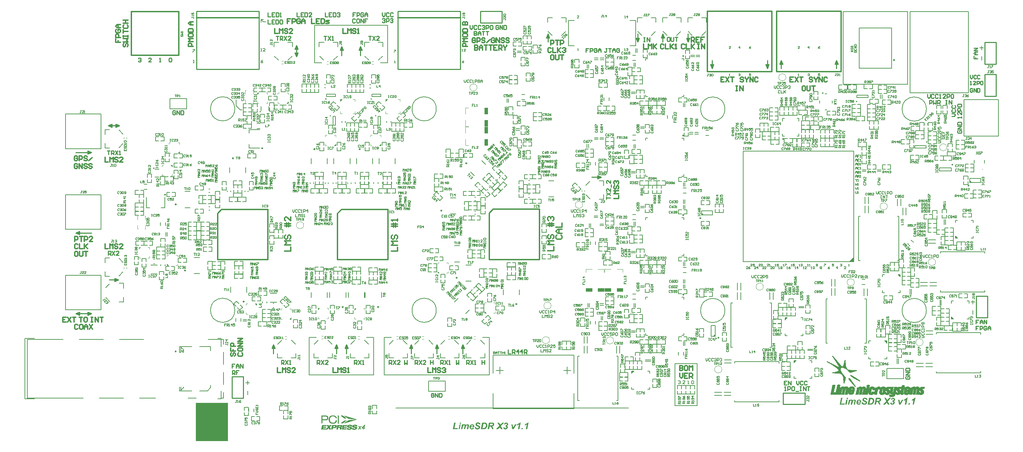
<source format=gto>
G04*
G04 #@! TF.GenerationSoftware,Altium Limited,Altium Designer,19.1.6 (110)*
G04*
G04 Layer_Color=65535*
%FSLAX44Y44*%
%MOMM*%
G71*
G01*
G75*
%ADD10C,0.2000*%
%ADD11C,0.1000*%
%ADD12C,0.2540*%
%ADD13C,0.1500*%
%ADD14C,0.3500*%
%ADD15C,0.3000*%
%ADD16C,0.2500*%
%ADD17C,0.1270*%
%ADD18C,0.1524*%
%ADD19C,0.0254*%
%ADD20C,0.0260*%
G36*
X489360Y909445D02*
X485610Y905695D01*
Y909695D01*
X489110D01*
X489360Y909445D01*
D02*
G37*
G36*
X804000Y889000D02*
Y894000D01*
X809000D01*
X804000Y889000D01*
D02*
G37*
G36*
X691725Y888985D02*
Y893985D01*
X696725D01*
X691725Y888985D01*
D02*
G37*
G36*
X563110Y883695D02*
X559610D01*
X559360Y883945D01*
X563110Y887695D01*
Y883695D01*
D02*
G37*
G36*
X1057500Y857250D02*
X1050000D01*
Y872250D01*
X1057500D01*
Y857250D01*
D02*
G37*
G36*
Y827250D02*
X1050000D01*
Y842250D01*
X1057500D01*
Y827250D01*
D02*
G37*
G36*
X1057500Y809750D02*
X1050000D01*
Y824750D01*
X1057500D01*
Y809750D01*
D02*
G37*
G36*
Y779750D02*
X1050000D01*
Y794750D01*
X1057500D01*
Y779750D01*
D02*
G37*
G36*
X792735Y778601D02*
X789235D01*
X788985Y778851D01*
X792735Y782601D01*
Y778601D01*
D02*
G37*
G36*
X680475Y778601D02*
X676975D01*
X676725Y778851D01*
X680475Y782601D01*
Y778601D01*
D02*
G37*
G36*
X293042Y759894D02*
X289542D01*
X289292Y760144D01*
X293042Y763894D01*
Y759894D01*
D02*
G37*
G36*
X275292Y726515D02*
X275042Y726265D01*
X271292Y730015D01*
X275292D01*
Y726515D01*
D02*
G37*
G36*
X2259580Y687290D02*
X2253970Y687290D01*
Y692900D01*
X2259580Y687290D01*
D02*
G37*
G36*
X1594080Y606420D02*
X1588470Y606420D01*
Y612030D01*
X1594080Y606420D01*
D02*
G37*
G36*
X2223000Y549000D02*
X2218000D01*
Y554000D01*
X2223000Y549000D01*
D02*
G37*
G36*
X195910Y526065D02*
X192160Y522315D01*
Y526315D01*
X195660D01*
X195910Y526065D01*
D02*
G37*
G36*
X1965750Y490750D02*
X1955750Y490750D01*
X1965750Y500750D01*
Y490750D01*
D02*
G37*
G36*
X265660Y481065D02*
X261660D01*
Y484566D01*
X261910Y484815D01*
X265660Y481065D01*
D02*
G37*
G36*
X937396Y462370D02*
X933396D01*
Y465870D01*
X933646Y466120D01*
X937396Y462370D01*
D02*
G37*
G36*
X2081250Y453500D02*
X2076250Y458500D01*
X2081250D01*
Y453500D01*
D02*
G37*
G36*
X1392964Y424406D02*
Y416906D01*
X1377964D01*
Y424406D01*
X1392964Y424406D01*
D02*
G37*
G36*
X1362964Y416906D02*
X1347964D01*
Y424406D01*
X1362964Y424406D01*
Y416906D01*
D02*
G37*
G36*
X1346214Y424406D02*
Y416906D01*
X1331214D01*
Y424406D01*
X1346214Y424406D01*
D02*
G37*
G36*
X1316214Y416906D02*
X1301214D01*
Y424406D01*
X1316214Y424406D01*
Y416906D01*
D02*
G37*
G36*
X484268Y382757D02*
X484018Y382507D01*
X480268Y386257D01*
X484268D01*
Y382757D01*
D02*
G37*
G36*
X640150Y374949D02*
X636400Y371199D01*
Y375199D01*
X639900D01*
X640150Y374949D01*
D02*
G37*
G36*
X730625Y374196D02*
X726875Y370446D01*
Y374446D01*
X730375D01*
X730625Y374196D01*
D02*
G37*
G36*
X1053750Y362750D02*
X1049750D01*
Y366250D01*
X1050000Y366500D01*
X1053750Y362750D01*
D02*
G37*
G36*
X2212750Y348500D02*
X2207750D01*
Y353500D01*
X2212750Y348500D01*
D02*
G37*
G36*
X570089Y347686D02*
X566589Y347686D01*
X566339Y347935D01*
X570089Y351686D01*
X570089Y347686D01*
D02*
G37*
G36*
X1795511Y346545D02*
Y351545D01*
X1800511D01*
X1795511Y346545D01*
D02*
G37*
G36*
X1622300Y305190D02*
X1616690D01*
X1622300Y310800D01*
X1622300Y305190D01*
D02*
G37*
G36*
X2047750Y289000D02*
X2042750Y294000D01*
X2047750D01*
Y289000D01*
D02*
G37*
G36*
X1817500Y240500D02*
Y245500D01*
X1822500D01*
X1817500Y240500D01*
D02*
G37*
G36*
X1415000Y213750D02*
Y218750D01*
X1420000D01*
X1415000Y213750D01*
D02*
G37*
G36*
X413500Y45000D02*
X333500Y45000D01*
X333500Y140000D01*
X413500Y140000D01*
Y45000D01*
D02*
G37*
G36*
X991191Y88449D02*
X987945D01*
X988545Y91386D01*
X991808D01*
X991191Y88449D01*
D02*
G37*
G36*
X1033877Y91662D02*
X1034088D01*
X1034332Y91630D01*
X1034624Y91614D01*
X1034932Y91565D01*
X1035273Y91500D01*
X1035630Y91435D01*
X1036004Y91338D01*
X1036377Y91224D01*
X1036766Y91094D01*
X1037123Y90932D01*
X1037497Y90753D01*
X1037838Y90542D01*
X1038146Y90299D01*
X1038162Y90283D01*
X1038211Y90234D01*
X1038292Y90153D01*
X1038406Y90056D01*
X1038519Y89909D01*
X1038665Y89747D01*
X1038811Y89552D01*
X1038974Y89325D01*
X1039136Y89082D01*
X1039282Y88806D01*
X1039428Y88497D01*
X1039574Y88173D01*
X1039688Y87832D01*
X1039785Y87459D01*
X1039866Y87069D01*
X1039915Y86647D01*
X1036637Y86501D01*
Y86517D01*
Y86550D01*
X1036620Y86615D01*
X1036604Y86696D01*
X1036588Y86793D01*
X1036555Y86907D01*
X1036474Y87166D01*
X1036361Y87459D01*
X1036215Y87767D01*
X1036020Y88059D01*
X1035760Y88319D01*
X1035728Y88351D01*
X1035679Y88384D01*
X1035630Y88416D01*
X1035549Y88465D01*
X1035452Y88530D01*
X1035338Y88579D01*
X1035208Y88643D01*
X1035062Y88708D01*
X1034916Y88757D01*
X1034738Y88822D01*
X1034543Y88871D01*
X1034316Y88903D01*
X1034088Y88936D01*
X1033845Y88968D01*
X1033358D01*
X1033228Y88952D01*
X1033098Y88936D01*
X1032790Y88903D01*
X1032465Y88838D01*
X1032124Y88757D01*
X1031816Y88627D01*
X1031686Y88546D01*
X1031556Y88465D01*
X1031524Y88449D01*
X1031459Y88368D01*
X1031362Y88270D01*
X1031264Y88124D01*
X1031151Y87929D01*
X1031053Y87718D01*
X1030988Y87475D01*
X1030956Y87199D01*
Y87166D01*
X1030972Y87085D01*
X1030988Y86955D01*
X1031021Y86777D01*
X1031086Y86598D01*
X1031183Y86404D01*
X1031329Y86193D01*
X1031508Y86014D01*
X1031540Y85998D01*
X1031573Y85965D01*
X1031621Y85933D01*
X1031686Y85884D01*
X1031784Y85819D01*
X1031897Y85754D01*
X1032027Y85673D01*
X1032173Y85592D01*
X1032352Y85495D01*
X1032546Y85381D01*
X1032774Y85267D01*
X1033033Y85138D01*
X1033309Y85008D01*
X1033618Y84862D01*
X1033959Y84716D01*
X1033975D01*
X1033991Y84699D01*
X1034088Y84667D01*
X1034234Y84602D01*
X1034413Y84505D01*
X1034656Y84407D01*
X1034916Y84277D01*
X1035192Y84148D01*
X1035500Y84002D01*
X1036117Y83677D01*
X1036426Y83514D01*
X1036718Y83352D01*
X1036994Y83174D01*
X1037237Y83011D01*
X1037448Y82849D01*
X1037627Y82703D01*
X1037643Y82687D01*
X1037675Y82654D01*
X1037740Y82589D01*
X1037805Y82492D01*
X1037903Y82378D01*
X1038000Y82249D01*
X1038097Y82086D01*
X1038211Y81908D01*
X1038325Y81713D01*
X1038422Y81486D01*
X1038519Y81258D01*
X1038617Y80999D01*
X1038682Y80707D01*
X1038746Y80414D01*
X1038779Y80106D01*
X1038795Y79781D01*
Y79749D01*
Y79684D01*
X1038779Y79570D01*
X1038763Y79408D01*
X1038746Y79230D01*
X1038698Y79002D01*
X1038649Y78759D01*
X1038584Y78499D01*
X1038487Y78207D01*
X1038373Y77899D01*
X1038227Y77590D01*
X1038049Y77282D01*
X1037854Y76957D01*
X1037627Y76649D01*
X1037351Y76324D01*
X1037042Y76032D01*
X1037026Y76016D01*
X1036961Y75967D01*
X1036864Y75886D01*
X1036718Y75789D01*
X1036539Y75675D01*
X1036328Y75545D01*
X1036085Y75399D01*
X1035793Y75253D01*
X1035468Y75107D01*
X1035095Y74961D01*
X1034705Y74831D01*
X1034267Y74718D01*
X1033796Y74620D01*
X1033309Y74539D01*
X1032774Y74490D01*
X1032206Y74474D01*
X1031995D01*
X1031849Y74490D01*
X1031654D01*
X1031443Y74507D01*
X1031199Y74539D01*
X1030940Y74571D01*
X1030648Y74604D01*
X1030355Y74653D01*
X1029739Y74783D01*
X1029106Y74961D01*
X1028797Y75058D01*
X1028489Y75188D01*
X1028473Y75205D01*
X1028424Y75221D01*
X1028343Y75269D01*
X1028229Y75318D01*
X1028099Y75399D01*
X1027953Y75480D01*
X1027629Y75708D01*
X1027255Y75984D01*
X1026882Y76324D01*
X1026541Y76730D01*
X1026395Y76957D01*
X1026265Y77185D01*
Y77201D01*
X1026233Y77249D01*
X1026200Y77315D01*
X1026168Y77412D01*
X1026119Y77525D01*
X1026070Y77671D01*
X1026005Y77850D01*
X1025957Y78029D01*
X1025892Y78240D01*
X1025843Y78467D01*
X1025795Y78710D01*
X1025746Y78970D01*
X1025697Y79538D01*
X1025681Y80139D01*
X1028943Y80317D01*
Y80301D01*
Y80252D01*
X1028960Y80171D01*
Y80074D01*
X1028976Y79944D01*
X1028992Y79798D01*
X1029041Y79473D01*
X1029106Y79116D01*
X1029187Y78775D01*
X1029317Y78451D01*
X1029381Y78321D01*
X1029463Y78207D01*
X1029479Y78191D01*
X1029495Y78175D01*
X1029544Y78126D01*
X1029609Y78077D01*
X1029706Y78012D01*
X1029803Y77931D01*
X1029933Y77850D01*
X1030096Y77769D01*
X1030274Y77688D01*
X1030469Y77607D01*
X1030696Y77542D01*
X1030956Y77460D01*
X1031232Y77412D01*
X1031540Y77363D01*
X1031881Y77347D01*
X1032238Y77331D01*
X1032400D01*
X1032514Y77347D01*
X1032644D01*
X1032806Y77363D01*
X1032985Y77379D01*
X1033163Y77412D01*
X1033569Y77477D01*
X1033959Y77590D01*
X1034332Y77736D01*
X1034510Y77834D01*
X1034656Y77931D01*
X1034673D01*
X1034689Y77964D01*
X1034770Y78045D01*
X1034900Y78158D01*
X1035046Y78337D01*
X1035176Y78548D01*
X1035306Y78791D01*
X1035387Y79067D01*
X1035419Y79213D01*
Y79376D01*
Y79392D01*
Y79408D01*
X1035403Y79506D01*
X1035387Y79635D01*
X1035338Y79814D01*
X1035273Y80009D01*
X1035160Y80220D01*
X1035014Y80431D01*
X1034802Y80625D01*
X1034786Y80642D01*
X1034754Y80658D01*
X1034705Y80690D01*
X1034640Y80739D01*
X1034559Y80788D01*
X1034462Y80853D01*
X1034348Y80918D01*
X1034202Y80999D01*
X1034023Y81080D01*
X1033829Y81194D01*
X1033618Y81291D01*
X1033358Y81421D01*
X1033082Y81551D01*
X1032757Y81697D01*
X1032417Y81843D01*
X1032400Y81859D01*
X1032336Y81875D01*
X1032238Y81924D01*
X1032108Y81989D01*
X1031946Y82054D01*
X1031751Y82135D01*
X1031556Y82232D01*
X1031345Y82330D01*
X1030875Y82557D01*
X1030404Y82784D01*
X1029966Y83028D01*
X1029771Y83125D01*
X1029593Y83239D01*
X1029576D01*
X1029560Y83271D01*
X1029511Y83303D01*
X1029446Y83336D01*
X1029284Y83466D01*
X1029089Y83628D01*
X1028862Y83839D01*
X1028635Y84099D01*
X1028408Y84375D01*
X1028197Y84699D01*
Y84716D01*
X1028180Y84748D01*
X1028148Y84797D01*
X1028115Y84862D01*
X1028083Y84943D01*
X1028034Y85040D01*
X1027953Y85300D01*
X1027856Y85608D01*
X1027775Y85965D01*
X1027710Y86355D01*
X1027693Y86793D01*
Y86826D01*
Y86890D01*
X1027710Y87004D01*
Y87150D01*
X1027742Y87329D01*
X1027775Y87540D01*
X1027823Y87767D01*
X1027888Y88027D01*
X1027969Y88286D01*
X1028067Y88579D01*
X1028180Y88871D01*
X1028326Y89163D01*
X1028505Y89455D01*
X1028700Y89731D01*
X1028943Y90023D01*
X1029203Y90283D01*
X1029219Y90299D01*
X1029268Y90348D01*
X1029365Y90413D01*
X1029479Y90494D01*
X1029641Y90607D01*
X1029836Y90721D01*
X1030063Y90851D01*
X1030323Y90981D01*
X1030615Y91110D01*
X1030956Y91240D01*
X1031313Y91354D01*
X1031702Y91468D01*
X1032124Y91549D01*
X1032595Y91614D01*
X1033082Y91662D01*
X1033601Y91678D01*
X1033731D01*
X1033877Y91662D01*
D02*
G37*
G36*
X1090327Y82638D02*
X1094417Y74750D01*
X1090555D01*
X1089272Y77168D01*
X1089256Y77185D01*
X1089224Y77250D01*
X1089175Y77347D01*
X1089110Y77477D01*
X1089029Y77639D01*
X1088948Y77818D01*
X1088850Y78012D01*
X1088737Y78223D01*
X1088510Y78678D01*
X1088299Y79132D01*
X1088201Y79343D01*
X1088104Y79554D01*
X1088023Y79749D01*
X1087958Y79911D01*
X1087942Y79879D01*
X1087909Y79846D01*
X1087860Y79781D01*
X1087795Y79700D01*
X1087730Y79603D01*
X1087633Y79489D01*
X1087520Y79343D01*
X1087373Y79181D01*
X1087211Y78986D01*
X1087033Y78759D01*
X1086822Y78516D01*
X1086594Y78256D01*
X1086335Y77948D01*
X1086042Y77607D01*
X1085718Y77250D01*
X1083446Y74750D01*
X1079015D01*
X1086351Y83125D01*
X1082228Y91386D01*
X1085783D01*
X1087422Y88335D01*
Y88319D01*
X1087455Y88270D01*
X1087471Y88238D01*
X1087503Y88173D01*
X1087536Y88092D01*
X1087601Y87994D01*
X1087649Y87864D01*
X1087730Y87718D01*
X1087828Y87523D01*
X1087925Y87312D01*
X1088055Y87069D01*
X1088201Y86777D01*
X1088363Y86452D01*
X1088542Y86079D01*
X1088558Y86063D01*
X1088591Y85998D01*
X1088639Y85900D01*
X1088688Y85787D01*
X1088704Y85803D01*
X1088753Y85868D01*
X1088818Y85949D01*
X1088915Y86063D01*
X1089029Y86209D01*
X1089175Y86371D01*
X1089321Y86550D01*
X1089500Y86744D01*
X1089857Y87166D01*
X1090246Y87621D01*
X1090636Y88075D01*
X1090993Y88481D01*
X1093590Y91386D01*
X1097940D01*
X1090327Y82638D01*
D02*
G37*
G36*
X1008055Y87069D02*
X1008168D01*
X1008314Y87053D01*
X1008639Y86988D01*
X1008996Y86890D01*
X1009369Y86761D01*
X1009743Y86566D01*
X1009905Y86436D01*
X1010067Y86306D01*
X1010083Y86290D01*
X1010099Y86274D01*
X1010148Y86225D01*
X1010197Y86160D01*
X1010262Y86079D01*
X1010327Y85998D01*
X1010473Y85754D01*
X1010619Y85462D01*
X1010749Y85105D01*
X1010846Y84699D01*
X1010862Y84472D01*
X1010879Y84245D01*
Y84213D01*
Y84131D01*
X1010862Y84050D01*
Y83969D01*
X1010846Y83872D01*
X1010830Y83742D01*
X1010814Y83612D01*
X1010781Y83450D01*
X1010765Y83271D01*
X1010732Y83076D01*
X1010684Y82865D01*
X1010651Y82638D01*
X1010603Y82378D01*
X1010538Y82102D01*
X1008963Y74750D01*
X1005717D01*
X1007275Y82102D01*
Y82119D01*
X1007292Y82167D01*
X1007308Y82232D01*
X1007324Y82313D01*
X1007340Y82427D01*
X1007373Y82557D01*
X1007421Y82817D01*
X1007470Y83092D01*
X1007519Y83336D01*
X1007535Y83450D01*
X1007551Y83547D01*
X1007568Y83612D01*
Y83661D01*
Y83677D01*
Y83742D01*
X1007551Y83839D01*
X1007535Y83953D01*
X1007486Y84083D01*
X1007438Y84213D01*
X1007357Y84342D01*
X1007259Y84456D01*
X1007243Y84472D01*
X1007210Y84505D01*
X1007129Y84553D01*
X1007032Y84618D01*
X1006902Y84667D01*
X1006756Y84716D01*
X1006561Y84748D01*
X1006350Y84764D01*
X1006237D01*
X1006139Y84748D01*
X1006042Y84732D01*
X1005912Y84699D01*
X1005620Y84602D01*
X1005458Y84537D01*
X1005279Y84456D01*
X1005100Y84342D01*
X1004922Y84213D01*
X1004727Y84066D01*
X1004549Y83888D01*
X1004354Y83693D01*
X1004175Y83466D01*
Y83450D01*
X1004143Y83417D01*
X1004110Y83369D01*
X1004062Y83287D01*
X1003997Y83190D01*
X1003932Y83060D01*
X1003851Y82898D01*
X1003753Y82719D01*
X1003672Y82508D01*
X1003575Y82265D01*
X1003461Y82005D01*
X1003364Y81713D01*
X1003266Y81372D01*
X1003169Y81015D01*
X1003072Y80625D01*
X1002974Y80204D01*
X1001838Y74750D01*
X998592D01*
X1000101Y82038D01*
Y82054D01*
X1000118Y82086D01*
X1000134Y82151D01*
X1000150Y82232D01*
X1000166Y82346D01*
X1000183Y82460D01*
X1000231Y82703D01*
X1000280Y82979D01*
X1000329Y83255D01*
X1000345Y83482D01*
X1000361Y83580D01*
Y83661D01*
Y83677D01*
Y83742D01*
X1000345Y83839D01*
X1000329Y83937D01*
X1000280Y84066D01*
X1000231Y84196D01*
X1000150Y84326D01*
X1000037Y84456D01*
X1000020Y84472D01*
X999972Y84505D01*
X999907Y84553D01*
X999809Y84618D01*
X999679Y84667D01*
X999517Y84716D01*
X999339Y84748D01*
X999144Y84764D01*
X999046D01*
X998949Y84748D01*
X998803Y84732D01*
X998641Y84683D01*
X998446Y84635D01*
X998251Y84553D01*
X998040Y84440D01*
X998008Y84424D01*
X997943Y84375D01*
X997845Y84310D01*
X997699Y84213D01*
X997553Y84083D01*
X997391Y83937D01*
X997212Y83758D01*
X997050Y83563D01*
X997034Y83531D01*
X996985Y83466D01*
X996904Y83336D01*
X996807Y83174D01*
X996693Y82979D01*
X996563Y82736D01*
X996433Y82443D01*
X996320Y82135D01*
Y82119D01*
X996287Y82054D01*
X996255Y81924D01*
X996239Y81843D01*
X996206Y81745D01*
X996174Y81632D01*
X996141Y81502D01*
X996109Y81356D01*
X996060Y81177D01*
X996028Y80999D01*
X995979Y80772D01*
X995914Y80544D01*
X995865Y80285D01*
X994713Y74750D01*
X991467D01*
X993982Y86809D01*
X997034D01*
X996742Y85332D01*
X996758Y85349D01*
X996823Y85414D01*
X996920Y85495D01*
X997050Y85608D01*
X997212Y85738D01*
X997423Y85884D01*
X997634Y86046D01*
X997894Y86209D01*
X998170Y86371D01*
X998462Y86533D01*
X998771Y86679D01*
X999095Y86809D01*
X999436Y86923D01*
X999793Y87004D01*
X1000150Y87069D01*
X1000524Y87085D01*
X1000653D01*
X1000751Y87069D01*
X1000864D01*
X1000994Y87053D01*
X1001302Y87020D01*
X1001627Y86939D01*
X1001984Y86842D01*
X1002325Y86712D01*
X1002617Y86517D01*
X1002634D01*
X1002650Y86485D01*
X1002731Y86420D01*
X1002861Y86290D01*
X1003023Y86111D01*
X1003185Y85884D01*
X1003331Y85608D01*
X1003477Y85300D01*
X1003575Y84943D01*
Y84959D01*
X1003607Y84992D01*
X1003640Y85024D01*
X1003688Y85089D01*
X1003835Y85267D01*
X1004045Y85478D01*
X1004289Y85722D01*
X1004597Y85965D01*
X1004971Y86225D01*
X1005376Y86468D01*
X1005393D01*
X1005425Y86501D01*
X1005490Y86533D01*
X1005587Y86566D01*
X1005685Y86615D01*
X1005815Y86663D01*
X1005961Y86712D01*
X1006123Y86777D01*
X1006480Y86890D01*
X1006902Y86988D01*
X1007340Y87053D01*
X1007811Y87085D01*
X1007957D01*
X1008055Y87069D01*
D02*
G37*
G36*
X1103945Y91451D02*
X1104140Y91435D01*
X1104351Y91403D01*
X1104594Y91354D01*
X1104870Y91305D01*
X1105146Y91240D01*
X1105422Y91159D01*
X1105714Y91046D01*
X1106006Y90932D01*
X1106282Y90786D01*
X1106558Y90607D01*
X1106818Y90413D01*
X1107045Y90185D01*
X1107061Y90169D01*
X1107094Y90120D01*
X1107159Y90056D01*
X1107240Y89958D01*
X1107321Y89828D01*
X1107418Y89682D01*
X1107532Y89520D01*
X1107645Y89325D01*
X1107759Y89114D01*
X1107873Y88871D01*
X1107970Y88627D01*
X1108051Y88351D01*
X1108132Y88059D01*
X1108197Y87767D01*
X1108230Y87442D01*
X1108246Y87118D01*
Y87101D01*
Y87069D01*
Y86988D01*
X1108230Y86907D01*
Y86793D01*
X1108214Y86663D01*
X1108181Y86501D01*
X1108149Y86339D01*
X1108067Y85982D01*
X1107921Y85592D01*
X1107743Y85186D01*
X1107613Y84975D01*
X1107483Y84781D01*
X1107467Y84764D01*
X1107451Y84732D01*
X1107402Y84683D01*
X1107337Y84618D01*
X1107272Y84521D01*
X1107175Y84424D01*
X1106931Y84196D01*
X1106639Y83953D01*
X1106282Y83693D01*
X1105860Y83466D01*
X1105389Y83255D01*
X1105406D01*
X1105438Y83222D01*
X1105487Y83206D01*
X1105568Y83158D01*
X1105747Y83028D01*
X1105974Y82865D01*
X1106233Y82654D01*
X1106493Y82411D01*
X1106737Y82135D01*
X1106947Y81810D01*
Y81794D01*
X1106964Y81778D01*
X1106996Y81729D01*
X1107029Y81664D01*
X1107110Y81486D01*
X1107207Y81242D01*
X1107288Y80966D01*
X1107370Y80658D01*
X1107434Y80317D01*
X1107451Y79960D01*
Y79944D01*
Y79879D01*
X1107434Y79781D01*
Y79652D01*
X1107418Y79489D01*
X1107386Y79295D01*
X1107337Y79084D01*
X1107288Y78856D01*
X1107223Y78597D01*
X1107126Y78337D01*
X1107029Y78045D01*
X1106899Y77769D01*
X1106753Y77477D01*
X1106574Y77168D01*
X1106363Y76876D01*
X1106136Y76584D01*
X1106120Y76568D01*
X1106055Y76487D01*
X1105957Y76389D01*
X1105811Y76259D01*
X1105633Y76097D01*
X1105422Y75919D01*
X1105178Y75724D01*
X1104886Y75529D01*
X1104578Y75334D01*
X1104237Y75140D01*
X1103848Y74961D01*
X1103442Y74799D01*
X1103003Y74669D01*
X1102549Y74571D01*
X1102062Y74490D01*
X1101543Y74474D01*
X1101445D01*
X1101332Y74490D01*
X1101186D01*
X1101007Y74507D01*
X1100796Y74539D01*
X1100569Y74571D01*
X1100325Y74620D01*
X1100050Y74685D01*
X1099774Y74766D01*
X1099481Y74864D01*
X1099189Y74977D01*
X1098897Y75123D01*
X1098605Y75286D01*
X1098329Y75464D01*
X1098069Y75675D01*
X1098053Y75691D01*
X1098005Y75740D01*
X1097940Y75805D01*
X1097858Y75902D01*
X1097745Y76032D01*
X1097631Y76178D01*
X1097485Y76357D01*
X1097355Y76568D01*
X1097209Y76795D01*
X1097063Y77055D01*
X1096933Y77331D01*
X1096803Y77639D01*
X1096674Y77964D01*
X1096576Y78321D01*
X1096479Y78694D01*
X1096414Y79100D01*
X1099530Y79489D01*
Y79473D01*
X1099546Y79425D01*
Y79359D01*
X1099563Y79278D01*
X1099595Y79165D01*
X1099611Y79035D01*
X1099676Y78759D01*
X1099774Y78451D01*
X1099887Y78142D01*
X1100033Y77866D01*
X1100114Y77753D01*
X1100212Y77639D01*
X1100244Y77623D01*
X1100309Y77558D01*
X1100423Y77477D01*
X1100585Y77396D01*
X1100780Y77298D01*
X1101007Y77217D01*
X1101267Y77152D01*
X1101575Y77136D01*
X1101689D01*
X1101754Y77152D01*
X1101851D01*
X1101965Y77168D01*
X1102224Y77233D01*
X1102517Y77315D01*
X1102809Y77444D01*
X1103117Y77639D01*
X1103263Y77753D01*
X1103409Y77882D01*
X1103426Y77899D01*
X1103442Y77915D01*
X1103474Y77964D01*
X1103523Y78012D01*
X1103653Y78175D01*
X1103783Y78402D01*
X1103912Y78678D01*
X1104042Y79002D01*
X1104123Y79376D01*
X1104156Y79587D01*
Y79798D01*
Y79814D01*
Y79846D01*
Y79895D01*
X1104140Y79960D01*
X1104123Y80155D01*
X1104075Y80382D01*
X1104010Y80642D01*
X1103896Y80918D01*
X1103750Y81177D01*
X1103555Y81421D01*
X1103523Y81453D01*
X1103442Y81518D01*
X1103312Y81616D01*
X1103133Y81729D01*
X1102906Y81827D01*
X1102646Y81924D01*
X1102322Y81989D01*
X1101965Y82021D01*
X1101802D01*
X1101640Y82005D01*
X1101445Y81973D01*
X1102013Y84683D01*
X1102111D01*
X1102224Y84667D01*
X1102468D01*
X1102549Y84683D01*
X1102663D01*
X1102793Y84699D01*
X1103068Y84748D01*
X1103393Y84829D01*
X1103718Y84943D01*
X1104042Y85105D01*
X1104318Y85316D01*
X1104334Y85332D01*
X1104351Y85349D01*
X1104432Y85446D01*
X1104545Y85592D01*
X1104675Y85787D01*
X1104789Y86046D01*
X1104902Y86355D01*
X1104984Y86712D01*
X1105016Y86907D01*
Y87118D01*
Y87134D01*
Y87150D01*
Y87248D01*
X1105000Y87394D01*
X1104951Y87588D01*
X1104902Y87783D01*
X1104821Y87994D01*
X1104708Y88205D01*
X1104545Y88400D01*
X1104529Y88416D01*
X1104464Y88481D01*
X1104367Y88546D01*
X1104221Y88643D01*
X1104059Y88725D01*
X1103848Y88806D01*
X1103604Y88854D01*
X1103344Y88871D01*
X1103231D01*
X1103085Y88838D01*
X1102922Y88806D01*
X1102728Y88741D01*
X1102517Y88660D01*
X1102289Y88530D01*
X1102078Y88351D01*
X1102062Y88335D01*
X1101981Y88254D01*
X1101884Y88124D01*
X1101770Y87929D01*
X1101624Y87686D01*
X1101478Y87394D01*
X1101397Y87215D01*
X1101332Y87020D01*
X1101267Y86809D01*
X1101202Y86582D01*
X1098232Y87166D01*
Y87183D01*
X1098264Y87248D01*
X1098297Y87345D01*
X1098329Y87475D01*
X1098394Y87621D01*
X1098459Y87799D01*
X1098540Y87994D01*
X1098637Y88205D01*
X1098865Y88660D01*
X1099124Y89130D01*
X1099449Y89585D01*
X1099628Y89796D01*
X1099806Y89991D01*
X1099822Y90007D01*
X1099871Y90056D01*
X1099968Y90120D01*
X1100082Y90218D01*
X1100228Y90331D01*
X1100407Y90461D01*
X1100618Y90591D01*
X1100845Y90737D01*
X1101105Y90867D01*
X1101397Y90997D01*
X1101705Y91127D01*
X1102046Y91240D01*
X1102387Y91338D01*
X1102760Y91403D01*
X1103166Y91451D01*
X1103572Y91468D01*
X1103799D01*
X1103945Y91451D01*
D02*
G37*
G36*
X1121555Y74750D02*
X1118747D01*
X1116345Y86809D01*
X1119542D01*
X1120387Y81534D01*
Y81518D01*
X1120403Y81437D01*
X1120419Y81340D01*
X1120435Y81194D01*
X1120468Y81015D01*
X1120500Y80820D01*
X1120533Y80609D01*
X1120565Y80382D01*
X1120646Y79911D01*
X1120711Y79441D01*
X1120743Y79230D01*
X1120760Y79035D01*
X1120792Y78856D01*
X1120808Y78710D01*
Y78727D01*
X1120841Y78759D01*
X1120873Y78840D01*
X1120955Y78954D01*
X1121003Y79035D01*
X1121052Y79149D01*
X1121117Y79262D01*
X1121198Y79392D01*
X1121279Y79554D01*
X1121376Y79733D01*
X1121490Y79928D01*
X1121604Y80155D01*
X1121620Y80171D01*
X1121636Y80204D01*
X1121669Y80268D01*
X1121717Y80366D01*
X1121766Y80463D01*
X1121831Y80577D01*
X1121977Y80836D01*
X1122123Y81096D01*
X1122253Y81356D01*
X1122318Y81469D01*
X1122367Y81567D01*
X1122415Y81648D01*
X1122448Y81713D01*
X1125450Y86809D01*
X1128972D01*
X1121555Y74750D01*
D02*
G37*
G36*
X1155266D02*
X1151987D01*
X1154390Y86257D01*
X1154373D01*
X1154341Y86225D01*
X1154292Y86193D01*
X1154211Y86144D01*
X1154114Y86095D01*
X1154000Y86030D01*
X1153870Y85949D01*
X1153708Y85868D01*
X1153367Y85673D01*
X1152961Y85478D01*
X1152523Y85267D01*
X1152036Y85056D01*
X1152020D01*
X1151971Y85040D01*
X1151906Y85008D01*
X1151809Y84975D01*
X1151695Y84927D01*
X1151565Y84878D01*
X1151403Y84813D01*
X1151241Y84748D01*
X1150867Y84635D01*
X1150478Y84505D01*
X1150072Y84391D01*
X1149667Y84294D01*
X1150283Y87199D01*
X1150300D01*
X1150332Y87215D01*
X1150397Y87248D01*
X1150462Y87280D01*
X1150575Y87329D01*
X1150689Y87377D01*
X1150819Y87442D01*
X1150981Y87523D01*
X1151322Y87702D01*
X1151728Y87913D01*
X1152182Y88156D01*
X1152669Y88416D01*
X1153188Y88725D01*
X1153724Y89049D01*
X1154260Y89406D01*
X1154795Y89780D01*
X1155331Y90185D01*
X1155850Y90591D01*
X1156337Y91029D01*
X1156792Y91484D01*
X1158756D01*
X1155266Y74750D01*
D02*
G37*
G36*
X1144684D02*
X1141454D01*
X1142119Y77899D01*
X1145349D01*
X1144684Y74750D01*
D02*
G37*
G36*
X1135887D02*
X1132608D01*
X1135010Y86257D01*
X1134994D01*
X1134961Y86225D01*
X1134913Y86193D01*
X1134832Y86144D01*
X1134734Y86095D01*
X1134621Y86030D01*
X1134491Y85949D01*
X1134329Y85868D01*
X1133988Y85673D01*
X1133582Y85478D01*
X1133144Y85267D01*
X1132657Y85056D01*
X1132641D01*
X1132592Y85040D01*
X1132527Y85008D01*
X1132430Y84975D01*
X1132316Y84927D01*
X1132186Y84878D01*
X1132024Y84813D01*
X1131861Y84748D01*
X1131488Y84635D01*
X1131099Y84505D01*
X1130693Y84391D01*
X1130287Y84294D01*
X1130904Y87199D01*
X1130920D01*
X1130953Y87215D01*
X1131018Y87248D01*
X1131082Y87280D01*
X1131196Y87329D01*
X1131310Y87377D01*
X1131440Y87442D01*
X1131602Y87523D01*
X1131943Y87702D01*
X1132348Y87913D01*
X1132803Y88156D01*
X1133290Y88416D01*
X1133809Y88725D01*
X1134345Y89049D01*
X1134880Y89406D01*
X1135416Y89780D01*
X1135952Y90185D01*
X1136471Y90591D01*
X1136958Y91029D01*
X1137412Y91484D01*
X1139376D01*
X1135887Y74750D01*
D02*
G37*
G36*
X1068838Y91370D02*
X1069017D01*
X1069228Y91354D01*
X1069455Y91338D01*
X1069926Y91289D01*
X1070412Y91208D01*
X1070899Y91110D01*
X1071110Y91046D01*
X1071321Y90981D01*
X1071338D01*
X1071370Y90964D01*
X1071419Y90932D01*
X1071500Y90899D01*
X1071597Y90867D01*
X1071695Y90802D01*
X1071938Y90656D01*
X1072214Y90461D01*
X1072506Y90218D01*
X1072782Y89909D01*
X1073042Y89552D01*
Y89536D01*
X1073074Y89504D01*
X1073107Y89455D01*
X1073139Y89374D01*
X1073204Y89260D01*
X1073253Y89147D01*
X1073318Y89001D01*
X1073383Y88854D01*
X1073431Y88676D01*
X1073496Y88481D01*
X1073610Y88043D01*
X1073675Y87556D01*
X1073707Y87020D01*
Y87004D01*
Y86923D01*
Y86809D01*
X1073691Y86663D01*
X1073675Y86485D01*
X1073642Y86274D01*
X1073594Y86046D01*
X1073545Y85787D01*
X1073480Y85511D01*
X1073399Y85235D01*
X1073285Y84943D01*
X1073172Y84651D01*
X1073026Y84359D01*
X1072847Y84066D01*
X1072652Y83774D01*
X1072425Y83515D01*
X1072409Y83498D01*
X1072360Y83450D01*
X1072295Y83385D01*
X1072182Y83287D01*
X1072052Y83190D01*
X1071889Y83060D01*
X1071695Y82930D01*
X1071467Y82784D01*
X1071208Y82638D01*
X1070932Y82492D01*
X1070607Y82346D01*
X1070266Y82216D01*
X1069893Y82086D01*
X1069487Y81973D01*
X1069049Y81891D01*
X1068578Y81810D01*
X1068611Y81778D01*
X1068692Y81697D01*
X1068822Y81567D01*
X1068984Y81405D01*
X1069179Y81177D01*
X1069374Y80901D01*
X1069601Y80593D01*
X1069812Y80252D01*
X1069828Y80236D01*
X1069861Y80155D01*
X1069926Y80057D01*
X1070007Y79895D01*
X1070120Y79700D01*
X1070250Y79457D01*
X1070396Y79165D01*
X1070558Y78840D01*
X1070753Y78467D01*
X1070948Y78061D01*
X1071159Y77607D01*
X1071386Y77104D01*
X1071613Y76584D01*
X1071857Y76000D01*
X1072117Y75399D01*
X1072376Y74750D01*
X1068692D01*
Y74766D01*
X1068676Y74815D01*
X1068643Y74896D01*
X1068595Y75010D01*
X1068546Y75172D01*
X1068481Y75351D01*
X1068400Y75562D01*
X1068303Y75821D01*
X1068189Y76113D01*
X1068075Y76438D01*
X1067929Y76795D01*
X1067767Y77185D01*
X1067588Y77623D01*
X1067393Y78094D01*
X1067182Y78597D01*
X1066955Y79132D01*
Y79149D01*
X1066923Y79197D01*
X1066890Y79278D01*
X1066825Y79392D01*
X1066761Y79522D01*
X1066696Y79668D01*
X1066501Y80009D01*
X1066274Y80382D01*
X1066014Y80739D01*
X1065884Y80901D01*
X1065738Y81064D01*
X1065592Y81194D01*
X1065446Y81307D01*
X1065430Y81323D01*
X1065349Y81356D01*
X1065235Y81421D01*
X1065056Y81486D01*
X1064813Y81534D01*
X1064537Y81599D01*
X1064180Y81632D01*
X1063969Y81648D01*
X1062362D01*
X1060918Y74750D01*
X1057509D01*
X1060983Y91386D01*
X1068676D01*
X1068838Y91370D01*
D02*
G37*
G36*
X1050076D02*
X1050465Y91354D01*
X1050644D01*
X1050806Y91338D01*
X1050952D01*
X1051066Y91321D01*
X1051114D01*
X1051163Y91305D01*
X1051244D01*
X1051325Y91289D01*
X1051439Y91273D01*
X1051682Y91240D01*
X1051974Y91175D01*
X1052283Y91110D01*
X1052607Y91013D01*
X1052916Y90899D01*
X1052932D01*
X1052948Y90883D01*
X1053046Y90851D01*
X1053208Y90770D01*
X1053403Y90672D01*
X1053630Y90542D01*
X1053890Y90396D01*
X1054133Y90218D01*
X1054393Y90007D01*
X1054425Y89974D01*
X1054507Y89909D01*
X1054636Y89780D01*
X1054782Y89617D01*
X1054961Y89423D01*
X1055156Y89179D01*
X1055350Y88919D01*
X1055529Y88627D01*
Y88611D01*
X1055545Y88595D01*
X1055578Y88546D01*
X1055610Y88481D01*
X1055691Y88319D01*
X1055805Y88092D01*
X1055919Y87832D01*
X1056048Y87507D01*
X1056162Y87166D01*
X1056276Y86777D01*
Y86761D01*
X1056292Y86728D01*
X1056308Y86679D01*
X1056324Y86598D01*
X1056340Y86501D01*
X1056357Y86371D01*
X1056389Y86241D01*
X1056422Y86095D01*
X1056470Y85754D01*
X1056503Y85365D01*
X1056535Y84927D01*
X1056552Y84472D01*
Y84440D01*
Y84359D01*
Y84213D01*
X1056535Y84018D01*
X1056519Y83791D01*
X1056503Y83515D01*
X1056470Y83206D01*
X1056422Y82865D01*
X1056373Y82508D01*
X1056292Y82135D01*
X1056211Y81729D01*
X1056113Y81323D01*
X1056000Y80918D01*
X1055854Y80512D01*
X1055691Y80106D01*
X1055513Y79700D01*
X1055497Y79684D01*
X1055464Y79603D01*
X1055415Y79506D01*
X1055334Y79359D01*
X1055221Y79181D01*
X1055107Y78986D01*
X1054961Y78759D01*
X1054815Y78516D01*
X1054636Y78256D01*
X1054442Y77980D01*
X1054214Y77704D01*
X1053987Y77428D01*
X1053484Y76892D01*
X1053224Y76649D01*
X1052932Y76406D01*
X1052916Y76389D01*
X1052883Y76357D01*
X1052819Y76308D01*
X1052721Y76243D01*
X1052607Y76162D01*
X1052461Y76081D01*
X1052299Y75984D01*
X1052104Y75870D01*
X1051893Y75756D01*
X1051666Y75643D01*
X1051406Y75529D01*
X1051131Y75399D01*
X1050838Y75286D01*
X1050530Y75188D01*
X1050189Y75091D01*
X1049848Y74994D01*
X1049832D01*
X1049800Y74977D01*
X1049735D01*
X1049653Y74961D01*
X1049540Y74945D01*
X1049394Y74912D01*
X1049231Y74896D01*
X1049037Y74880D01*
X1048826Y74847D01*
X1048582Y74831D01*
X1048323Y74815D01*
X1048014Y74783D01*
X1047706Y74766D01*
X1047349D01*
X1046975Y74750D01*
X1040710Y74750D01*
X1044184Y91386D01*
X1049670D01*
X1050076Y91370D01*
D02*
G37*
G36*
X988334Y74750D02*
X985088D01*
X987604Y86809D01*
X990850D01*
X988334Y74750D01*
D02*
G37*
G36*
X974993Y77525D02*
X983481D01*
X982897Y74750D01*
X971000D01*
X974473Y91386D01*
X977882D01*
X974993Y77525D01*
D02*
G37*
G36*
X1019546Y87069D02*
X1019708D01*
X1019887Y87037D01*
X1020114Y87020D01*
X1020341Y86972D01*
X1020617Y86907D01*
X1020893Y86842D01*
X1021169Y86744D01*
X1021461Y86631D01*
X1021753Y86501D01*
X1022045Y86339D01*
X1022337Y86160D01*
X1022597Y85949D01*
X1022857Y85706D01*
X1022873Y85689D01*
X1022922Y85641D01*
X1022987Y85560D01*
X1023068Y85462D01*
X1023165Y85316D01*
X1023279Y85138D01*
X1023392Y84943D01*
X1023522Y84716D01*
X1023636Y84456D01*
X1023749Y84180D01*
X1023863Y83855D01*
X1023960Y83514D01*
X1024058Y83141D01*
X1024123Y82752D01*
X1024155Y82330D01*
X1024172Y81875D01*
Y81859D01*
Y81827D01*
Y81762D01*
Y81680D01*
Y81583D01*
X1024155Y81453D01*
X1024139Y81177D01*
X1024123Y80853D01*
X1024074Y80496D01*
X1024025Y80122D01*
X1023944Y79765D01*
X1015780D01*
Y79733D01*
Y79652D01*
X1015764Y79554D01*
Y79457D01*
Y79441D01*
Y79408D01*
Y79343D01*
X1015780Y79262D01*
Y79149D01*
X1015797Y79035D01*
X1015845Y78759D01*
X1015926Y78451D01*
X1016056Y78142D01*
X1016218Y77818D01*
X1016446Y77525D01*
X1016462D01*
X1016478Y77493D01*
X1016575Y77412D01*
X1016722Y77298D01*
X1016916Y77168D01*
X1017160Y77022D01*
X1017452Y76909D01*
X1017760Y76828D01*
X1017939Y76811D01*
X1018117Y76795D01*
X1018182D01*
X1018280Y76811D01*
X1018393Y76828D01*
X1018523Y76844D01*
X1018686Y76876D01*
X1018864Y76941D01*
X1019059Y77006D01*
X1019254Y77087D01*
X1019465Y77201D01*
X1019676Y77347D01*
X1019887Y77493D01*
X1020098Y77688D01*
X1020292Y77915D01*
X1020487Y78175D01*
X1020666Y78467D01*
X1023587Y77980D01*
X1023571Y77964D01*
X1023555Y77899D01*
X1023506Y77818D01*
X1023425Y77688D01*
X1023344Y77542D01*
X1023246Y77379D01*
X1023117Y77201D01*
X1022987Y76990D01*
X1022824Y76779D01*
X1022646Y76568D01*
X1022256Y76130D01*
X1021802Y75708D01*
X1021558Y75529D01*
X1021299Y75350D01*
X1021282Y75334D01*
X1021234Y75318D01*
X1021153Y75269D01*
X1021055Y75221D01*
X1020909Y75156D01*
X1020747Y75075D01*
X1020568Y74994D01*
X1020357Y74912D01*
X1020130Y74831D01*
X1019887Y74750D01*
X1019627Y74685D01*
X1019351Y74604D01*
X1018750Y74507D01*
X1018426Y74490D01*
X1018101Y74474D01*
X1017988D01*
X1017874Y74490D01*
X1017695Y74507D01*
X1017485Y74523D01*
X1017257Y74555D01*
X1016981Y74604D01*
X1016689Y74669D01*
X1016381Y74750D01*
X1016072Y74847D01*
X1015732Y74977D01*
X1015407Y75123D01*
X1015066Y75286D01*
X1014758Y75497D01*
X1014433Y75724D01*
X1014141Y76000D01*
X1014125Y76016D01*
X1014076Y76065D01*
X1013995Y76162D01*
X1013914Y76276D01*
X1013784Y76438D01*
X1013670Y76617D01*
X1013524Y76844D01*
X1013394Y77087D01*
X1013248Y77363D01*
X1013102Y77671D01*
X1012989Y78012D01*
X1012875Y78369D01*
X1012778Y78759D01*
X1012696Y79165D01*
X1012648Y79619D01*
X1012632Y80074D01*
Y80106D01*
Y80187D01*
X1012648Y80317D01*
Y80496D01*
X1012680Y80707D01*
X1012696Y80950D01*
X1012745Y81242D01*
X1012810Y81551D01*
X1012875Y81875D01*
X1012972Y82232D01*
X1013070Y82589D01*
X1013200Y82963D01*
X1013362Y83352D01*
X1013540Y83726D01*
X1013751Y84099D01*
X1013995Y84472D01*
X1014011Y84505D01*
X1014076Y84586D01*
X1014190Y84716D01*
X1014336Y84878D01*
X1014530Y85073D01*
X1014774Y85300D01*
X1015050Y85543D01*
X1015358Y85787D01*
X1015715Y86030D01*
X1016121Y86257D01*
X1016559Y86485D01*
X1017030Y86679D01*
X1017549Y86842D01*
X1018101Y86972D01*
X1018702Y87053D01*
X1019335Y87085D01*
X1019432D01*
X1019546Y87069D01*
D02*
G37*
G36*
X741516Y78318D02*
X743604Y74310D01*
X741213D01*
X740012Y76634D01*
X737946Y74310D01*
X735184D01*
X739024Y78576D01*
X736924Y82652D01*
X739315D01*
X740528Y80283D01*
X742639Y82652D01*
X745378D01*
X741516Y78318D01*
D02*
G37*
G36*
X751946Y78576D02*
X753349D01*
X752945Y76656D01*
X751541D01*
X751048Y74310D01*
X748937D01*
X749420Y76656D01*
X744906D01*
X745288Y78542D01*
X751508Y85817D01*
X753450D01*
X751946Y78576D01*
D02*
G37*
G36*
X1951191Y149699D02*
X1947945D01*
X1948545Y152636D01*
X1951808D01*
X1951191Y149699D01*
D02*
G37*
G36*
X1993877Y152912D02*
X1994088D01*
X1994332Y152880D01*
X1994624Y152864D01*
X1994932Y152815D01*
X1995273Y152750D01*
X1995630Y152685D01*
X1996004Y152588D01*
X1996377Y152474D01*
X1996766Y152344D01*
X1997124Y152182D01*
X1997497Y152003D01*
X1997838Y151792D01*
X1998146Y151549D01*
X1998162Y151533D01*
X1998211Y151484D01*
X1998292Y151403D01*
X1998406Y151306D01*
X1998519Y151159D01*
X1998665Y150997D01*
X1998811Y150802D01*
X1998974Y150575D01*
X1999136Y150332D01*
X1999282Y150056D01*
X1999428Y149747D01*
X1999574Y149423D01*
X1999688Y149082D01*
X1999785Y148709D01*
X1999866Y148319D01*
X1999915Y147897D01*
X1996637Y147751D01*
Y147767D01*
Y147800D01*
X1996620Y147865D01*
X1996604Y147946D01*
X1996588Y148043D01*
X1996555Y148157D01*
X1996474Y148416D01*
X1996361Y148709D01*
X1996214Y149017D01*
X1996020Y149309D01*
X1995760Y149569D01*
X1995728Y149601D01*
X1995679Y149634D01*
X1995630Y149666D01*
X1995549Y149715D01*
X1995452Y149780D01*
X1995338Y149829D01*
X1995208Y149893D01*
X1995062Y149958D01*
X1994916Y150007D01*
X1994738Y150072D01*
X1994543Y150121D01*
X1994316Y150153D01*
X1994088Y150186D01*
X1993845Y150218D01*
X1993358D01*
X1993228Y150202D01*
X1993098Y150186D01*
X1992790Y150153D01*
X1992465Y150088D01*
X1992124Y150007D01*
X1991816Y149877D01*
X1991686Y149796D01*
X1991556Y149715D01*
X1991524Y149699D01*
X1991459Y149618D01*
X1991362Y149520D01*
X1991264Y149374D01*
X1991151Y149179D01*
X1991053Y148968D01*
X1990988Y148725D01*
X1990956Y148449D01*
Y148416D01*
X1990972Y148335D01*
X1990988Y148205D01*
X1991021Y148027D01*
X1991086Y147848D01*
X1991183Y147654D01*
X1991329Y147443D01*
X1991508Y147264D01*
X1991540Y147248D01*
X1991573Y147215D01*
X1991621Y147183D01*
X1991686Y147134D01*
X1991784Y147069D01*
X1991897Y147004D01*
X1992027Y146923D01*
X1992173Y146842D01*
X1992352Y146745D01*
X1992546Y146631D01*
X1992774Y146517D01*
X1993033Y146388D01*
X1993309Y146258D01*
X1993618Y146112D01*
X1993958Y145966D01*
X1993975D01*
X1993991Y145949D01*
X1994088Y145917D01*
X1994234Y145852D01*
X1994413Y145755D01*
X1994656Y145657D01*
X1994916Y145527D01*
X1995192Y145398D01*
X1995500Y145251D01*
X1996117Y144927D01*
X1996425Y144764D01*
X1996718Y144602D01*
X1996994Y144424D01*
X1997237Y144261D01*
X1997448Y144099D01*
X1997627Y143953D01*
X1997643Y143937D01*
X1997675Y143904D01*
X1997740Y143839D01*
X1997805Y143742D01*
X1997903Y143628D01*
X1998000Y143498D01*
X1998097Y143336D01*
X1998211Y143158D01*
X1998324Y142963D01*
X1998422Y142736D01*
X1998519Y142508D01*
X1998617Y142249D01*
X1998682Y141957D01*
X1998746Y141664D01*
X1998779Y141356D01*
X1998795Y141032D01*
Y140999D01*
Y140934D01*
X1998779Y140821D01*
X1998763Y140658D01*
X1998746Y140480D01*
X1998698Y140252D01*
X1998649Y140009D01*
X1998584Y139749D01*
X1998487Y139457D01*
X1998373Y139149D01*
X1998227Y138840D01*
X1998049Y138532D01*
X1997854Y138207D01*
X1997627Y137899D01*
X1997351Y137574D01*
X1997042Y137282D01*
X1997026Y137266D01*
X1996961Y137217D01*
X1996864Y137136D01*
X1996718Y137039D01*
X1996539Y136925D01*
X1996328Y136795D01*
X1996085Y136649D01*
X1995793Y136503D01*
X1995468Y136357D01*
X1995095Y136211D01*
X1994705Y136081D01*
X1994267Y135968D01*
X1993796Y135870D01*
X1993309Y135789D01*
X1992774Y135740D01*
X1992206Y135724D01*
X1991995D01*
X1991848Y135740D01*
X1991654D01*
X1991443Y135757D01*
X1991199Y135789D01*
X1990940Y135822D01*
X1990647Y135854D01*
X1990355Y135903D01*
X1989738Y136032D01*
X1989106Y136211D01*
X1988797Y136308D01*
X1988489Y136438D01*
X1988473Y136454D01*
X1988424Y136471D01*
X1988343Y136519D01*
X1988229Y136568D01*
X1988099Y136649D01*
X1987953Y136730D01*
X1987629Y136958D01*
X1987255Y137233D01*
X1986882Y137574D01*
X1986541Y137980D01*
X1986395Y138207D01*
X1986265Y138435D01*
Y138451D01*
X1986233Y138499D01*
X1986200Y138564D01*
X1986168Y138662D01*
X1986119Y138775D01*
X1986070Y138921D01*
X1986006Y139100D01*
X1985957Y139279D01*
X1985892Y139490D01*
X1985843Y139717D01*
X1985795Y139960D01*
X1985746Y140220D01*
X1985697Y140788D01*
X1985681Y141389D01*
X1988943Y141567D01*
Y141551D01*
Y141502D01*
X1988960Y141421D01*
Y141324D01*
X1988976Y141194D01*
X1988992Y141048D01*
X1989041Y140723D01*
X1989106Y140366D01*
X1989187Y140025D01*
X1989317Y139701D01*
X1989382Y139571D01*
X1989463Y139457D01*
X1989479Y139441D01*
X1989495Y139425D01*
X1989544Y139376D01*
X1989609Y139327D01*
X1989706Y139262D01*
X1989803Y139181D01*
X1989933Y139100D01*
X1990096Y139019D01*
X1990274Y138938D01*
X1990469Y138857D01*
X1990696Y138792D01*
X1990956Y138710D01*
X1991232Y138662D01*
X1991540Y138613D01*
X1991881Y138597D01*
X1992238Y138581D01*
X1992400D01*
X1992514Y138597D01*
X1992644D01*
X1992806Y138613D01*
X1992985Y138629D01*
X1993163Y138662D01*
X1993569Y138727D01*
X1993958Y138840D01*
X1994332Y138986D01*
X1994510Y139084D01*
X1994656Y139181D01*
X1994673D01*
X1994689Y139214D01*
X1994770Y139295D01*
X1994900Y139408D01*
X1995046Y139587D01*
X1995176Y139798D01*
X1995306Y140041D01*
X1995387Y140317D01*
X1995419Y140463D01*
Y140626D01*
Y140642D01*
Y140658D01*
X1995403Y140756D01*
X1995387Y140885D01*
X1995338Y141064D01*
X1995273Y141259D01*
X1995160Y141470D01*
X1995013Y141681D01*
X1994803Y141875D01*
X1994786Y141892D01*
X1994754Y141908D01*
X1994705Y141940D01*
X1994640Y141989D01*
X1994559Y142038D01*
X1994462Y142103D01*
X1994348Y142168D01*
X1994202Y142249D01*
X1994023Y142330D01*
X1993829Y142444D01*
X1993618Y142541D01*
X1993358Y142671D01*
X1993082Y142801D01*
X1992757Y142947D01*
X1992417Y143093D01*
X1992400Y143109D01*
X1992335Y143125D01*
X1992238Y143174D01*
X1992108Y143239D01*
X1991946Y143304D01*
X1991751Y143385D01*
X1991556Y143482D01*
X1991345Y143580D01*
X1990875Y143807D01*
X1990404Y144034D01*
X1989966Y144278D01*
X1989771Y144375D01*
X1989592Y144489D01*
X1989576D01*
X1989560Y144521D01*
X1989511Y144553D01*
X1989446Y144586D01*
X1989284Y144716D01*
X1989089Y144878D01*
X1988862Y145089D01*
X1988635Y145349D01*
X1988408Y145625D01*
X1988197Y145949D01*
Y145966D01*
X1988180Y145998D01*
X1988148Y146047D01*
X1988116Y146112D01*
X1988083Y146193D01*
X1988034Y146290D01*
X1987953Y146550D01*
X1987856Y146858D01*
X1987775Y147215D01*
X1987710Y147605D01*
X1987693Y148043D01*
Y148076D01*
Y148140D01*
X1987710Y148254D01*
Y148400D01*
X1987742Y148579D01*
X1987775Y148790D01*
X1987823Y149017D01*
X1987888Y149277D01*
X1987969Y149536D01*
X1988067Y149829D01*
X1988180Y150121D01*
X1988327Y150413D01*
X1988505Y150705D01*
X1988700Y150981D01*
X1988943Y151273D01*
X1989203Y151533D01*
X1989219Y151549D01*
X1989268Y151598D01*
X1989365Y151663D01*
X1989479Y151744D01*
X1989641Y151857D01*
X1989836Y151971D01*
X1990063Y152101D01*
X1990323Y152231D01*
X1990615Y152360D01*
X1990956Y152490D01*
X1991313Y152604D01*
X1991702Y152718D01*
X1992124Y152799D01*
X1992595Y152864D01*
X1993082Y152912D01*
X1993601Y152928D01*
X1993731D01*
X1993877Y152912D01*
D02*
G37*
G36*
X2050327Y143888D02*
X2054418Y136000D01*
X2050555D01*
X2049272Y138418D01*
X2049256Y138435D01*
X2049224Y138499D01*
X2049175Y138597D01*
X2049110Y138727D01*
X2049029Y138889D01*
X2048948Y139068D01*
X2048850Y139262D01*
X2048737Y139473D01*
X2048510Y139928D01*
X2048298Y140382D01*
X2048201Y140593D01*
X2048104Y140804D01*
X2048023Y140999D01*
X2047958Y141161D01*
X2047941Y141129D01*
X2047909Y141096D01*
X2047860Y141032D01*
X2047795Y140950D01*
X2047731Y140853D01*
X2047633Y140739D01*
X2047520Y140593D01*
X2047373Y140431D01*
X2047211Y140236D01*
X2047033Y140009D01*
X2046822Y139766D01*
X2046594Y139506D01*
X2046335Y139198D01*
X2046042Y138857D01*
X2045718Y138499D01*
X2043446Y136000D01*
X2039015D01*
X2046351Y144375D01*
X2042228Y152636D01*
X2045783D01*
X2047422Y149585D01*
Y149569D01*
X2047455Y149520D01*
X2047471Y149488D01*
X2047503Y149423D01*
X2047536Y149342D01*
X2047601Y149244D01*
X2047649Y149114D01*
X2047731Y148968D01*
X2047828Y148773D01*
X2047925Y148562D01*
X2048055Y148319D01*
X2048201Y148027D01*
X2048363Y147702D01*
X2048542Y147329D01*
X2048558Y147313D01*
X2048591Y147248D01*
X2048639Y147150D01*
X2048688Y147037D01*
X2048704Y147053D01*
X2048753Y147118D01*
X2048818Y147199D01*
X2048915Y147313D01*
X2049029Y147459D01*
X2049175Y147621D01*
X2049321Y147800D01*
X2049500Y147994D01*
X2049857Y148416D01*
X2050246Y148871D01*
X2050636Y149325D01*
X2050993Y149731D01*
X2053590Y152636D01*
X2057939D01*
X2050327Y143888D01*
D02*
G37*
G36*
X1968055Y148319D02*
X1968168D01*
X1968314Y148303D01*
X1968639Y148238D01*
X1968996Y148140D01*
X1969369Y148011D01*
X1969742Y147816D01*
X1969905Y147686D01*
X1970067Y147556D01*
X1970083Y147540D01*
X1970099Y147524D01*
X1970148Y147475D01*
X1970197Y147410D01*
X1970262Y147329D01*
X1970327Y147248D01*
X1970473Y147004D01*
X1970619Y146712D01*
X1970749Y146355D01*
X1970846Y145949D01*
X1970862Y145722D01*
X1970879Y145495D01*
Y145462D01*
Y145381D01*
X1970862Y145300D01*
Y145219D01*
X1970846Y145122D01*
X1970830Y144992D01*
X1970814Y144862D01*
X1970781Y144700D01*
X1970765Y144521D01*
X1970733Y144326D01*
X1970684Y144115D01*
X1970651Y143888D01*
X1970603Y143628D01*
X1970538Y143352D01*
X1968963Y136000D01*
X1965717D01*
X1967275Y143352D01*
Y143369D01*
X1967292Y143417D01*
X1967308Y143482D01*
X1967324Y143563D01*
X1967340Y143677D01*
X1967373Y143807D01*
X1967422Y144067D01*
X1967470Y144342D01*
X1967519Y144586D01*
X1967535Y144700D01*
X1967551Y144797D01*
X1967567Y144862D01*
Y144911D01*
Y144927D01*
Y144992D01*
X1967551Y145089D01*
X1967535Y145203D01*
X1967486Y145333D01*
X1967438Y145462D01*
X1967357Y145592D01*
X1967259Y145706D01*
X1967243Y145722D01*
X1967211Y145755D01*
X1967129Y145803D01*
X1967032Y145868D01*
X1966902Y145917D01*
X1966756Y145966D01*
X1966561Y145998D01*
X1966350Y146014D01*
X1966237D01*
X1966139Y145998D01*
X1966042Y145982D01*
X1965912Y145949D01*
X1965620Y145852D01*
X1965458Y145787D01*
X1965279Y145706D01*
X1965101Y145592D01*
X1964922Y145462D01*
X1964727Y145316D01*
X1964549Y145138D01*
X1964354Y144943D01*
X1964175Y144716D01*
Y144700D01*
X1964143Y144667D01*
X1964110Y144619D01*
X1964062Y144537D01*
X1963997Y144440D01*
X1963932Y144310D01*
X1963851Y144148D01*
X1963753Y143969D01*
X1963672Y143758D01*
X1963575Y143515D01*
X1963461Y143255D01*
X1963364Y142963D01*
X1963266Y142622D01*
X1963169Y142265D01*
X1963072Y141875D01*
X1962974Y141454D01*
X1961838Y136000D01*
X1958592D01*
X1960101Y143287D01*
Y143304D01*
X1960118Y143336D01*
X1960134Y143401D01*
X1960150Y143482D01*
X1960166Y143596D01*
X1960183Y143709D01*
X1960231Y143953D01*
X1960280Y144229D01*
X1960329Y144505D01*
X1960345Y144732D01*
X1960361Y144830D01*
Y144911D01*
Y144927D01*
Y144992D01*
X1960345Y145089D01*
X1960329Y145187D01*
X1960280Y145316D01*
X1960231Y145446D01*
X1960150Y145576D01*
X1960036Y145706D01*
X1960020Y145722D01*
X1959972Y145755D01*
X1959907Y145803D01*
X1959809Y145868D01*
X1959680Y145917D01*
X1959517Y145966D01*
X1959339Y145998D01*
X1959144Y146014D01*
X1959046D01*
X1958949Y145998D01*
X1958803Y145982D01*
X1958641Y145933D01*
X1958446Y145884D01*
X1958251Y145803D01*
X1958040Y145690D01*
X1958008Y145673D01*
X1957943Y145625D01*
X1957845Y145560D01*
X1957699Y145462D01*
X1957553Y145333D01*
X1957391Y145187D01*
X1957212Y145008D01*
X1957050Y144813D01*
X1957034Y144781D01*
X1956985Y144716D01*
X1956904Y144586D01*
X1956807Y144424D01*
X1956693Y144229D01*
X1956563Y143986D01*
X1956433Y143693D01*
X1956320Y143385D01*
Y143369D01*
X1956287Y143304D01*
X1956255Y143174D01*
X1956239Y143093D01*
X1956206Y142995D01*
X1956174Y142882D01*
X1956141Y142752D01*
X1956109Y142606D01*
X1956060Y142427D01*
X1956028Y142249D01*
X1955979Y142022D01*
X1955914Y141794D01*
X1955865Y141535D01*
X1954713Y136000D01*
X1951467D01*
X1953983Y148059D01*
X1957034D01*
X1956742Y146582D01*
X1956758Y146599D01*
X1956823Y146664D01*
X1956920Y146745D01*
X1957050Y146858D01*
X1957212Y146988D01*
X1957423Y147134D01*
X1957634Y147296D01*
X1957894Y147459D01*
X1958170Y147621D01*
X1958462Y147783D01*
X1958771Y147929D01*
X1959095Y148059D01*
X1959436Y148173D01*
X1959793Y148254D01*
X1960150Y148319D01*
X1960524Y148335D01*
X1960653D01*
X1960751Y148319D01*
X1960864D01*
X1960994Y148303D01*
X1961302Y148270D01*
X1961627Y148189D01*
X1961984Y148092D01*
X1962325Y147962D01*
X1962617Y147767D01*
X1962633D01*
X1962650Y147735D01*
X1962731Y147670D01*
X1962861Y147540D01*
X1963023Y147361D01*
X1963185Y147134D01*
X1963331Y146858D01*
X1963477Y146550D01*
X1963575Y146193D01*
Y146209D01*
X1963607Y146242D01*
X1963640Y146274D01*
X1963688Y146339D01*
X1963835Y146517D01*
X1964046Y146728D01*
X1964289Y146972D01*
X1964597Y147215D01*
X1964971Y147475D01*
X1965376Y147718D01*
X1965393D01*
X1965425Y147751D01*
X1965490Y147783D01*
X1965587Y147816D01*
X1965685Y147865D01*
X1965815Y147913D01*
X1965961Y147962D01*
X1966123Y148027D01*
X1966480Y148140D01*
X1966902Y148238D01*
X1967340Y148303D01*
X1967811Y148335D01*
X1967957D01*
X1968055Y148319D01*
D02*
G37*
G36*
X2063945Y152701D02*
X2064140Y152685D01*
X2064351Y152653D01*
X2064594Y152604D01*
X2064870Y152555D01*
X2065146Y152490D01*
X2065422Y152409D01*
X2065714Y152296D01*
X2066006Y152182D01*
X2066282Y152036D01*
X2066558Y151857D01*
X2066818Y151663D01*
X2067045Y151435D01*
X2067061Y151419D01*
X2067094Y151370D01*
X2067159Y151306D01*
X2067240Y151208D01*
X2067321Y151078D01*
X2067418Y150932D01*
X2067532Y150770D01*
X2067645Y150575D01*
X2067759Y150364D01*
X2067873Y150121D01*
X2067970Y149877D01*
X2068051Y149601D01*
X2068132Y149309D01*
X2068197Y149017D01*
X2068230Y148692D01*
X2068246Y148368D01*
Y148351D01*
Y148319D01*
Y148238D01*
X2068230Y148157D01*
Y148043D01*
X2068214Y147913D01*
X2068181Y147751D01*
X2068149Y147589D01*
X2068067Y147232D01*
X2067921Y146842D01*
X2067743Y146436D01*
X2067613Y146225D01*
X2067483Y146031D01*
X2067467Y146014D01*
X2067451Y145982D01*
X2067402Y145933D01*
X2067337Y145868D01*
X2067272Y145771D01*
X2067175Y145674D01*
X2066931Y145446D01*
X2066639Y145203D01*
X2066282Y144943D01*
X2065860Y144716D01*
X2065389Y144505D01*
X2065406D01*
X2065438Y144472D01*
X2065487Y144456D01*
X2065568Y144408D01*
X2065746Y144278D01*
X2065974Y144115D01*
X2066233Y143904D01*
X2066493Y143661D01*
X2066736Y143385D01*
X2066947Y143060D01*
Y143044D01*
X2066964Y143028D01*
X2066996Y142979D01*
X2067029Y142914D01*
X2067110Y142736D01*
X2067207Y142492D01*
X2067288Y142216D01*
X2067370Y141908D01*
X2067434Y141567D01*
X2067451Y141210D01*
Y141194D01*
Y141129D01*
X2067434Y141032D01*
Y140902D01*
X2067418Y140739D01*
X2067386Y140545D01*
X2067337Y140334D01*
X2067288Y140106D01*
X2067223Y139847D01*
X2067126Y139587D01*
X2067029Y139295D01*
X2066899Y139019D01*
X2066753Y138727D01*
X2066574Y138418D01*
X2066363Y138126D01*
X2066136Y137834D01*
X2066120Y137818D01*
X2066055Y137737D01*
X2065957Y137639D01*
X2065811Y137509D01*
X2065633Y137347D01*
X2065422Y137169D01*
X2065178Y136974D01*
X2064886Y136779D01*
X2064578Y136584D01*
X2064237Y136390D01*
X2063848Y136211D01*
X2063442Y136049D01*
X2063004Y135919D01*
X2062549Y135822D01*
X2062062Y135740D01*
X2061543Y135724D01*
X2061445D01*
X2061332Y135740D01*
X2061186D01*
X2061007Y135757D01*
X2060796Y135789D01*
X2060569Y135822D01*
X2060325Y135870D01*
X2060049Y135935D01*
X2059774Y136016D01*
X2059481Y136114D01*
X2059189Y136227D01*
X2058897Y136373D01*
X2058605Y136536D01*
X2058329Y136714D01*
X2058069Y136925D01*
X2058053Y136941D01*
X2058004Y136990D01*
X2057939Y137055D01*
X2057858Y137152D01*
X2057745Y137282D01*
X2057631Y137428D01*
X2057485Y137607D01*
X2057355Y137818D01*
X2057209Y138045D01*
X2057063Y138305D01*
X2056933Y138581D01*
X2056803Y138889D01*
X2056673Y139214D01*
X2056576Y139571D01*
X2056479Y139944D01*
X2056414Y140350D01*
X2059530Y140739D01*
Y140723D01*
X2059546Y140674D01*
Y140610D01*
X2059563Y140528D01*
X2059595Y140415D01*
X2059611Y140285D01*
X2059676Y140009D01*
X2059774Y139701D01*
X2059887Y139392D01*
X2060033Y139116D01*
X2060114Y139003D01*
X2060212Y138889D01*
X2060244Y138873D01*
X2060309Y138808D01*
X2060423Y138727D01*
X2060585Y138646D01*
X2060780Y138548D01*
X2061007Y138467D01*
X2061267Y138402D01*
X2061575Y138386D01*
X2061689D01*
X2061754Y138402D01*
X2061851D01*
X2061965Y138418D01*
X2062224Y138483D01*
X2062517Y138565D01*
X2062809Y138694D01*
X2063117Y138889D01*
X2063263Y139003D01*
X2063409Y139132D01*
X2063425Y139149D01*
X2063442Y139165D01*
X2063474Y139214D01*
X2063523Y139262D01*
X2063653Y139425D01*
X2063783Y139652D01*
X2063912Y139928D01*
X2064042Y140252D01*
X2064123Y140626D01*
X2064156Y140837D01*
Y141048D01*
Y141064D01*
Y141096D01*
Y141145D01*
X2064140Y141210D01*
X2064123Y141405D01*
X2064075Y141632D01*
X2064010Y141892D01*
X2063896Y142168D01*
X2063750Y142427D01*
X2063555Y142671D01*
X2063523Y142703D01*
X2063442Y142768D01*
X2063312Y142866D01*
X2063133Y142979D01*
X2062906Y143077D01*
X2062646Y143174D01*
X2062322Y143239D01*
X2061965Y143271D01*
X2061802D01*
X2061640Y143255D01*
X2061445Y143223D01*
X2062013Y145933D01*
X2062111D01*
X2062224Y145917D01*
X2062468D01*
X2062549Y145933D01*
X2062663D01*
X2062793Y145949D01*
X2063068Y145998D01*
X2063393Y146079D01*
X2063718Y146193D01*
X2064042Y146355D01*
X2064318Y146566D01*
X2064334Y146582D01*
X2064351Y146599D01*
X2064432Y146696D01*
X2064545Y146842D01*
X2064675Y147037D01*
X2064789Y147296D01*
X2064902Y147605D01*
X2064984Y147962D01*
X2065016Y148157D01*
Y148368D01*
Y148384D01*
Y148400D01*
Y148498D01*
X2065000Y148644D01*
X2064951Y148838D01*
X2064902Y149033D01*
X2064821Y149244D01*
X2064708Y149455D01*
X2064545Y149650D01*
X2064529Y149666D01*
X2064464Y149731D01*
X2064367Y149796D01*
X2064221Y149893D01*
X2064059Y149975D01*
X2063848Y150056D01*
X2063604Y150104D01*
X2063344Y150121D01*
X2063231D01*
X2063085Y150088D01*
X2062922Y150056D01*
X2062728Y149991D01*
X2062517Y149910D01*
X2062289Y149780D01*
X2062078Y149601D01*
X2062062Y149585D01*
X2061981Y149504D01*
X2061884Y149374D01*
X2061770Y149179D01*
X2061624Y148936D01*
X2061478Y148644D01*
X2061397Y148465D01*
X2061332Y148270D01*
X2061267Y148059D01*
X2061202Y147832D01*
X2058232Y148416D01*
Y148433D01*
X2058264Y148498D01*
X2058297Y148595D01*
X2058329Y148725D01*
X2058394Y148871D01*
X2058459Y149049D01*
X2058540Y149244D01*
X2058637Y149455D01*
X2058865Y149910D01*
X2059124Y150380D01*
X2059449Y150835D01*
X2059628Y151046D01*
X2059806Y151241D01*
X2059822Y151257D01*
X2059871Y151306D01*
X2059968Y151370D01*
X2060082Y151468D01*
X2060228Y151581D01*
X2060407Y151711D01*
X2060618Y151841D01*
X2060845Y151987D01*
X2061104Y152117D01*
X2061397Y152247D01*
X2061705Y152377D01*
X2062046Y152490D01*
X2062387Y152588D01*
X2062760Y152653D01*
X2063166Y152701D01*
X2063571Y152718D01*
X2063799D01*
X2063945Y152701D01*
D02*
G37*
G36*
X2081555Y136000D02*
X2078747D01*
X2076345Y148059D01*
X2079542D01*
X2080386Y142784D01*
Y142768D01*
X2080403Y142687D01*
X2080419Y142590D01*
X2080435Y142444D01*
X2080468Y142265D01*
X2080500Y142070D01*
X2080533Y141859D01*
X2080565Y141632D01*
X2080646Y141161D01*
X2080711Y140691D01*
X2080744Y140480D01*
X2080760Y140285D01*
X2080792Y140106D01*
X2080808Y139960D01*
Y139977D01*
X2080841Y140009D01*
X2080873Y140090D01*
X2080954Y140204D01*
X2081003Y140285D01*
X2081052Y140399D01*
X2081117Y140512D01*
X2081198Y140642D01*
X2081279Y140804D01*
X2081376Y140983D01*
X2081490Y141178D01*
X2081604Y141405D01*
X2081620Y141421D01*
X2081636Y141454D01*
X2081669Y141518D01*
X2081717Y141616D01*
X2081766Y141713D01*
X2081831Y141827D01*
X2081977Y142086D01*
X2082123Y142346D01*
X2082253Y142606D01*
X2082318Y142719D01*
X2082367Y142817D01*
X2082415Y142898D01*
X2082448Y142963D01*
X2085450Y148059D01*
X2088972D01*
X2081555Y136000D01*
D02*
G37*
G36*
X2115266D02*
X2111987D01*
X2114389Y147507D01*
X2114373D01*
X2114341Y147475D01*
X2114292Y147443D01*
X2114211Y147394D01*
X2114114Y147345D01*
X2114000Y147280D01*
X2113870Y147199D01*
X2113708Y147118D01*
X2113367Y146923D01*
X2112961Y146728D01*
X2112523Y146517D01*
X2112036Y146306D01*
X2112020D01*
X2111971Y146290D01*
X2111906Y146258D01*
X2111809Y146225D01*
X2111695Y146177D01*
X2111565Y146128D01*
X2111403Y146063D01*
X2111241Y145998D01*
X2110867Y145885D01*
X2110478Y145755D01*
X2110072Y145641D01*
X2109666Y145544D01*
X2110283Y148449D01*
X2110299D01*
X2110332Y148465D01*
X2110397Y148498D01*
X2110462Y148530D01*
X2110575Y148579D01*
X2110689Y148627D01*
X2110819Y148692D01*
X2110981Y148773D01*
X2111322Y148952D01*
X2111728Y149163D01*
X2112182Y149406D01*
X2112669Y149666D01*
X2113188Y149975D01*
X2113724Y150299D01*
X2114260Y150656D01*
X2114795Y151030D01*
X2115331Y151435D01*
X2115850Y151841D01*
X2116337Y152279D01*
X2116792Y152734D01*
X2118756D01*
X2115266Y136000D01*
D02*
G37*
G36*
X2104684D02*
X2101454D01*
X2102119Y139149D01*
X2105349D01*
X2104684Y136000D01*
D02*
G37*
G36*
X2095887D02*
X2092608D01*
X2095010Y147507D01*
X2094994D01*
X2094962Y147475D01*
X2094913Y147443D01*
X2094832Y147394D01*
X2094734Y147345D01*
X2094621Y147280D01*
X2094491Y147199D01*
X2094328Y147118D01*
X2093988Y146923D01*
X2093582Y146728D01*
X2093144Y146517D01*
X2092657Y146306D01*
X2092641D01*
X2092592Y146290D01*
X2092527Y146258D01*
X2092430Y146225D01*
X2092316Y146177D01*
X2092186Y146128D01*
X2092024Y146063D01*
X2091862Y145998D01*
X2091488Y145885D01*
X2091099Y145755D01*
X2090693Y145641D01*
X2090287Y145544D01*
X2090904Y148449D01*
X2090920D01*
X2090953Y148465D01*
X2091017Y148498D01*
X2091082Y148530D01*
X2091196Y148579D01*
X2091310Y148627D01*
X2091440Y148692D01*
X2091602Y148773D01*
X2091943Y148952D01*
X2092348Y149163D01*
X2092803Y149406D01*
X2093290Y149666D01*
X2093809Y149975D01*
X2094345Y150299D01*
X2094880Y150656D01*
X2095416Y151030D01*
X2095952Y151435D01*
X2096471Y151841D01*
X2096958Y152279D01*
X2097412Y152734D01*
X2099376D01*
X2095887Y136000D01*
D02*
G37*
G36*
X2028838Y152620D02*
X2029017D01*
X2029228Y152604D01*
X2029455Y152588D01*
X2029926Y152539D01*
X2030412Y152458D01*
X2030899Y152360D01*
X2031110Y152296D01*
X2031321Y152231D01*
X2031338D01*
X2031370Y152214D01*
X2031419Y152182D01*
X2031500Y152149D01*
X2031597Y152117D01*
X2031695Y152052D01*
X2031938Y151906D01*
X2032214Y151711D01*
X2032506Y151468D01*
X2032782Y151159D01*
X2033042Y150802D01*
Y150786D01*
X2033074Y150754D01*
X2033107Y150705D01*
X2033139Y150624D01*
X2033204Y150510D01*
X2033253Y150397D01*
X2033318Y150251D01*
X2033383Y150104D01*
X2033431Y149926D01*
X2033496Y149731D01*
X2033610Y149293D01*
X2033675Y148806D01*
X2033707Y148270D01*
Y148254D01*
Y148173D01*
Y148059D01*
X2033691Y147913D01*
X2033675Y147735D01*
X2033642Y147524D01*
X2033594Y147296D01*
X2033545Y147037D01*
X2033480Y146761D01*
X2033399Y146485D01*
X2033285Y146193D01*
X2033172Y145901D01*
X2033026Y145609D01*
X2032847Y145316D01*
X2032652Y145024D01*
X2032425Y144765D01*
X2032409Y144748D01*
X2032360Y144700D01*
X2032295Y144635D01*
X2032182Y144537D01*
X2032052Y144440D01*
X2031889Y144310D01*
X2031695Y144180D01*
X2031467Y144034D01*
X2031208Y143888D01*
X2030932Y143742D01*
X2030607Y143596D01*
X2030266Y143466D01*
X2029893Y143336D01*
X2029487Y143223D01*
X2029049Y143141D01*
X2028578Y143060D01*
X2028611Y143028D01*
X2028692Y142947D01*
X2028822Y142817D01*
X2028984Y142655D01*
X2029179Y142427D01*
X2029374Y142151D01*
X2029601Y141843D01*
X2029812Y141502D01*
X2029828Y141486D01*
X2029861Y141405D01*
X2029926Y141307D01*
X2030007Y141145D01*
X2030120Y140950D01*
X2030250Y140707D01*
X2030396Y140415D01*
X2030558Y140090D01*
X2030753Y139717D01*
X2030948Y139311D01*
X2031159Y138857D01*
X2031386Y138354D01*
X2031613Y137834D01*
X2031857Y137250D01*
X2032117Y136649D01*
X2032376Y136000D01*
X2028692D01*
Y136016D01*
X2028676Y136065D01*
X2028643Y136146D01*
X2028595Y136260D01*
X2028546Y136422D01*
X2028481Y136601D01*
X2028400Y136812D01*
X2028302Y137071D01*
X2028189Y137363D01*
X2028075Y137688D01*
X2027929Y138045D01*
X2027767Y138435D01*
X2027588Y138873D01*
X2027393Y139344D01*
X2027182Y139847D01*
X2026955Y140382D01*
Y140399D01*
X2026923Y140447D01*
X2026890Y140528D01*
X2026826Y140642D01*
X2026761Y140772D01*
X2026696Y140918D01*
X2026501Y141259D01*
X2026274Y141632D01*
X2026014Y141989D01*
X2025884Y142151D01*
X2025738Y142314D01*
X2025592Y142444D01*
X2025446Y142557D01*
X2025430Y142573D01*
X2025349Y142606D01*
X2025235Y142671D01*
X2025056Y142736D01*
X2024813Y142784D01*
X2024537Y142849D01*
X2024180Y142882D01*
X2023969Y142898D01*
X2022362D01*
X2020918Y136000D01*
X2017509D01*
X2020982Y152636D01*
X2028676D01*
X2028838Y152620D01*
D02*
G37*
G36*
X2010076D02*
X2010465Y152604D01*
X2010644D01*
X2010806Y152588D01*
X2010952D01*
X2011066Y152571D01*
X2011114D01*
X2011163Y152555D01*
X2011244D01*
X2011325Y152539D01*
X2011439Y152523D01*
X2011682Y152490D01*
X2011974Y152425D01*
X2012283Y152360D01*
X2012608Y152263D01*
X2012916Y152149D01*
X2012932D01*
X2012948Y152133D01*
X2013046Y152101D01*
X2013208Y152020D01*
X2013403Y151922D01*
X2013630Y151792D01*
X2013890Y151646D01*
X2014133Y151468D01*
X2014393Y151257D01*
X2014425Y151224D01*
X2014506Y151159D01*
X2014636Y151030D01*
X2014782Y150867D01*
X2014961Y150673D01*
X2015156Y150429D01*
X2015350Y150169D01*
X2015529Y149877D01*
Y149861D01*
X2015545Y149845D01*
X2015578Y149796D01*
X2015610Y149731D01*
X2015691Y149569D01*
X2015805Y149342D01*
X2015918Y149082D01*
X2016048Y148757D01*
X2016162Y148416D01*
X2016276Y148027D01*
Y148011D01*
X2016292Y147978D01*
X2016308Y147929D01*
X2016324Y147848D01*
X2016340Y147751D01*
X2016357Y147621D01*
X2016389Y147491D01*
X2016422Y147345D01*
X2016470Y147004D01*
X2016503Y146615D01*
X2016535Y146177D01*
X2016552Y145722D01*
Y145690D01*
Y145609D01*
Y145463D01*
X2016535Y145268D01*
X2016519Y145041D01*
X2016503Y144765D01*
X2016470Y144456D01*
X2016422Y144115D01*
X2016373Y143758D01*
X2016292Y143385D01*
X2016211Y142979D01*
X2016113Y142573D01*
X2016000Y142168D01*
X2015854Y141762D01*
X2015691Y141356D01*
X2015513Y140950D01*
X2015497Y140934D01*
X2015464Y140853D01*
X2015415Y140756D01*
X2015334Y140610D01*
X2015221Y140431D01*
X2015107Y140236D01*
X2014961Y140009D01*
X2014815Y139766D01*
X2014636Y139506D01*
X2014442Y139230D01*
X2014214Y138954D01*
X2013987Y138678D01*
X2013484Y138142D01*
X2013224Y137899D01*
X2012932Y137656D01*
X2012916Y137639D01*
X2012883Y137607D01*
X2012818Y137558D01*
X2012721Y137493D01*
X2012608Y137412D01*
X2012461Y137331D01*
X2012299Y137234D01*
X2012104Y137120D01*
X2011893Y137006D01*
X2011666Y136893D01*
X2011406Y136779D01*
X2011131Y136649D01*
X2010838Y136536D01*
X2010530Y136438D01*
X2010189Y136341D01*
X2009848Y136243D01*
X2009832D01*
X2009800Y136227D01*
X2009735D01*
X2009653Y136211D01*
X2009540Y136195D01*
X2009394Y136162D01*
X2009232Y136146D01*
X2009037Y136130D01*
X2008826Y136097D01*
X2008582Y136081D01*
X2008323Y136065D01*
X2008014Y136032D01*
X2007706Y136016D01*
X2007349D01*
X2006975Y136000D01*
X2000710Y136000D01*
X2004184Y152636D01*
X2009670D01*
X2010076Y152620D01*
D02*
G37*
G36*
X1948334Y136000D02*
X1945088D01*
X1947604Y148059D01*
X1950850D01*
X1948334Y136000D01*
D02*
G37*
G36*
X1934993Y138775D02*
X1943481D01*
X1942897Y136000D01*
X1931000D01*
X1934473Y152636D01*
X1937882D01*
X1934993Y138775D01*
D02*
G37*
G36*
X1979546Y148319D02*
X1979708D01*
X1979887Y148287D01*
X1980114Y148270D01*
X1980341Y148222D01*
X1980617Y148157D01*
X1980893Y148092D01*
X1981169Y147994D01*
X1981461Y147881D01*
X1981753Y147751D01*
X1982045Y147589D01*
X1982337Y147410D01*
X1982597Y147199D01*
X1982857Y146956D01*
X1982873Y146939D01*
X1982922Y146891D01*
X1982987Y146810D01*
X1983068Y146712D01*
X1983165Y146566D01*
X1983279Y146388D01*
X1983392Y146193D01*
X1983522Y145966D01*
X1983636Y145706D01*
X1983749Y145430D01*
X1983863Y145105D01*
X1983960Y144764D01*
X1984058Y144391D01*
X1984123Y144002D01*
X1984155Y143580D01*
X1984171Y143125D01*
Y143109D01*
Y143076D01*
Y143012D01*
Y142930D01*
Y142833D01*
X1984155Y142703D01*
X1984139Y142427D01*
X1984123Y142103D01*
X1984074Y141746D01*
X1984025Y141372D01*
X1983944Y141015D01*
X1975780D01*
Y140983D01*
Y140902D01*
X1975764Y140804D01*
Y140707D01*
Y140691D01*
Y140658D01*
Y140593D01*
X1975780Y140512D01*
Y140399D01*
X1975797Y140285D01*
X1975845Y140009D01*
X1975926Y139701D01*
X1976056Y139392D01*
X1976219Y139068D01*
X1976446Y138775D01*
X1976462D01*
X1976478Y138743D01*
X1976575Y138662D01*
X1976722Y138548D01*
X1976916Y138418D01*
X1977160Y138272D01*
X1977452Y138159D01*
X1977760Y138077D01*
X1977939Y138061D01*
X1978117Y138045D01*
X1978182D01*
X1978280Y138061D01*
X1978393Y138077D01*
X1978523Y138094D01*
X1978685Y138126D01*
X1978864Y138191D01*
X1979059Y138256D01*
X1979254Y138337D01*
X1979465Y138451D01*
X1979676Y138597D01*
X1979887Y138743D01*
X1980098Y138938D01*
X1980292Y139165D01*
X1980487Y139425D01*
X1980666Y139717D01*
X1983587Y139230D01*
X1983571Y139214D01*
X1983555Y139149D01*
X1983506Y139068D01*
X1983425Y138938D01*
X1983344Y138792D01*
X1983246Y138629D01*
X1983116Y138451D01*
X1982987Y138240D01*
X1982824Y138029D01*
X1982646Y137818D01*
X1982256Y137380D01*
X1981802Y136958D01*
X1981558Y136779D01*
X1981299Y136601D01*
X1981282Y136584D01*
X1981234Y136568D01*
X1981153Y136519D01*
X1981055Y136471D01*
X1980909Y136406D01*
X1980747Y136325D01*
X1980568Y136243D01*
X1980357Y136162D01*
X1980130Y136081D01*
X1979887Y136000D01*
X1979627Y135935D01*
X1979351Y135854D01*
X1978750Y135757D01*
X1978426Y135740D01*
X1978101Y135724D01*
X1977988D01*
X1977874Y135740D01*
X1977695Y135757D01*
X1977484Y135773D01*
X1977257Y135805D01*
X1976981Y135854D01*
X1976689Y135919D01*
X1976381Y136000D01*
X1976072Y136097D01*
X1975732Y136227D01*
X1975407Y136373D01*
X1975066Y136536D01*
X1974758Y136747D01*
X1974433Y136974D01*
X1974141Y137250D01*
X1974125Y137266D01*
X1974076Y137315D01*
X1973995Y137412D01*
X1973914Y137526D01*
X1973784Y137688D01*
X1973670Y137866D01*
X1973524Y138094D01*
X1973394Y138337D01*
X1973248Y138613D01*
X1973102Y138921D01*
X1972989Y139262D01*
X1972875Y139619D01*
X1972778Y140009D01*
X1972696Y140415D01*
X1972648Y140869D01*
X1972632Y141324D01*
Y141356D01*
Y141437D01*
X1972648Y141567D01*
Y141746D01*
X1972680Y141957D01*
X1972696Y142200D01*
X1972745Y142492D01*
X1972810Y142801D01*
X1972875Y143125D01*
X1972972Y143482D01*
X1973070Y143839D01*
X1973200Y144213D01*
X1973362Y144602D01*
X1973540Y144976D01*
X1973751Y145349D01*
X1973995Y145722D01*
X1974011Y145755D01*
X1974076Y145836D01*
X1974190Y145966D01*
X1974336Y146128D01*
X1974530Y146323D01*
X1974774Y146550D01*
X1975050Y146793D01*
X1975358Y147037D01*
X1975715Y147280D01*
X1976121Y147507D01*
X1976559Y147735D01*
X1977030Y147929D01*
X1977549Y148092D01*
X1978101Y148222D01*
X1978702Y148303D01*
X1979335Y148335D01*
X1979432D01*
X1979546Y148319D01*
D02*
G37*
%LPC*%
G36*
X1067864Y88611D02*
X1063807D01*
X1062881Y84148D01*
X1065137D01*
X1065365Y84164D01*
X1065624D01*
X1065900Y84180D01*
X1066192Y84196D01*
X1066809Y84229D01*
X1067101Y84261D01*
X1067410Y84277D01*
X1067686Y84326D01*
X1067945Y84359D01*
X1068156Y84424D01*
X1068351Y84472D01*
X1068367D01*
X1068400Y84488D01*
X1068432Y84505D01*
X1068497Y84537D01*
X1068660Y84618D01*
X1068870Y84716D01*
X1069098Y84862D01*
X1069341Y85040D01*
X1069568Y85251D01*
X1069779Y85495D01*
Y85511D01*
X1069796Y85527D01*
X1069861Y85625D01*
X1069942Y85754D01*
X1070039Y85949D01*
X1070136Y86176D01*
X1070218Y86420D01*
X1070283Y86696D01*
X1070299Y86972D01*
Y86988D01*
Y87004D01*
Y87053D01*
X1070283Y87118D01*
X1070266Y87280D01*
X1070201Y87491D01*
X1070120Y87702D01*
X1069990Y87929D01*
X1069796Y88140D01*
X1069682Y88238D01*
X1069552Y88335D01*
X1069536Y88351D01*
X1069455Y88384D01*
X1069325Y88416D01*
X1069244Y88449D01*
X1069130Y88481D01*
X1069017Y88497D01*
X1068870Y88530D01*
X1068708Y88546D01*
X1068530Y88562D01*
X1068335Y88579D01*
X1068108Y88595D01*
X1067864Y88611D01*
D02*
G37*
G36*
X1049280Y88643D02*
X1047024D01*
X1044671Y77428D01*
X1046894D01*
X1047057Y77444D01*
X1047268D01*
X1047479Y77461D01*
X1047917Y77477D01*
X1048371Y77526D01*
X1048793Y77574D01*
X1048988Y77623D01*
X1049150Y77655D01*
X1049167D01*
X1049183Y77671D01*
X1049231Y77688D01*
X1049296Y77704D01*
X1049459Y77769D01*
X1049670Y77850D01*
X1049897Y77964D01*
X1050157Y78110D01*
X1050433Y78305D01*
X1050708Y78516D01*
X1050725Y78532D01*
X1050757Y78564D01*
X1050806Y78613D01*
X1050871Y78678D01*
X1050968Y78775D01*
X1051066Y78889D01*
X1051179Y79019D01*
X1051293Y79165D01*
X1051423Y79343D01*
X1051569Y79522D01*
X1051715Y79717D01*
X1051845Y79944D01*
X1052137Y80431D01*
X1052413Y80966D01*
X1052429Y80983D01*
X1052445Y81031D01*
X1052478Y81129D01*
X1052526Y81242D01*
X1052575Y81388D01*
X1052640Y81567D01*
X1052705Y81762D01*
X1052770Y82005D01*
X1052835Y82249D01*
X1052883Y82524D01*
X1052948Y82833D01*
X1052997Y83141D01*
X1053046Y83482D01*
X1053078Y83839D01*
X1053111Y84196D01*
Y84586D01*
Y84602D01*
Y84667D01*
Y84748D01*
X1053094Y84878D01*
Y85024D01*
X1053078Y85186D01*
X1053062Y85381D01*
X1053046Y85576D01*
X1052964Y86014D01*
X1052867Y86452D01*
X1052721Y86874D01*
X1052624Y87069D01*
X1052526Y87248D01*
Y87264D01*
X1052494Y87280D01*
X1052461Y87329D01*
X1052429Y87394D01*
X1052299Y87540D01*
X1052137Y87734D01*
X1051926Y87929D01*
X1051699Y88124D01*
X1051423Y88303D01*
X1051114Y88432D01*
X1051082Y88449D01*
X1051001Y88465D01*
X1050936Y88481D01*
X1050838Y88497D01*
X1050741Y88514D01*
X1050627Y88546D01*
X1050498Y88562D01*
X1050335Y88579D01*
X1050157Y88595D01*
X1049978Y88611D01*
X1049767Y88627D01*
X1049524D01*
X1049280Y88643D01*
D02*
G37*
G36*
X1018994Y84764D02*
X1018896D01*
X1018832Y84748D01*
X1018734D01*
X1018637Y84732D01*
X1018393Y84667D01*
X1018101Y84570D01*
X1017809Y84440D01*
X1017485Y84245D01*
X1017338Y84115D01*
X1017176Y83985D01*
X1017160Y83969D01*
X1017144Y83953D01*
X1017095Y83904D01*
X1017046Y83839D01*
X1016981Y83758D01*
X1016916Y83661D01*
X1016835Y83547D01*
X1016738Y83417D01*
X1016657Y83271D01*
X1016559Y83109D01*
X1016478Y82914D01*
X1016397Y82719D01*
X1016300Y82508D01*
X1016235Y82265D01*
X1016170Y82021D01*
X1016105Y81745D01*
X1021201D01*
Y81762D01*
Y81778D01*
Y81859D01*
Y81973D01*
Y82070D01*
Y82086D01*
Y82135D01*
Y82200D01*
X1021185Y82297D01*
Y82411D01*
X1021169Y82524D01*
X1021120Y82833D01*
X1021055Y83158D01*
X1020942Y83482D01*
X1020796Y83807D01*
X1020601Y84083D01*
X1020568Y84115D01*
X1020487Y84196D01*
X1020357Y84294D01*
X1020179Y84424D01*
X1019951Y84553D01*
X1019676Y84651D01*
X1019351Y84732D01*
X1018994Y84764D01*
D02*
G37*
G36*
X750565Y82157D02*
X747545Y78576D01*
X749824D01*
X750565Y82157D01*
D02*
G37*
G36*
X2027864Y149861D02*
X2023807D01*
X2022881Y145398D01*
X2025137D01*
X2025365Y145414D01*
X2025624D01*
X2025900Y145430D01*
X2026192Y145446D01*
X2026809Y145479D01*
X2027101Y145511D01*
X2027410Y145527D01*
X2027686Y145576D01*
X2027945Y145609D01*
X2028156Y145674D01*
X2028351Y145722D01*
X2028367D01*
X2028400Y145738D01*
X2028432Y145755D01*
X2028497Y145787D01*
X2028660Y145868D01*
X2028871Y145966D01*
X2029098Y146112D01*
X2029341Y146290D01*
X2029568Y146501D01*
X2029779Y146745D01*
Y146761D01*
X2029796Y146777D01*
X2029861Y146875D01*
X2029942Y147004D01*
X2030039Y147199D01*
X2030137Y147426D01*
X2030218Y147670D01*
X2030283Y147946D01*
X2030299Y148222D01*
Y148238D01*
Y148254D01*
Y148303D01*
X2030283Y148368D01*
X2030266Y148530D01*
X2030201Y148741D01*
X2030120Y148952D01*
X2029990Y149179D01*
X2029796Y149390D01*
X2029682Y149488D01*
X2029552Y149585D01*
X2029536Y149601D01*
X2029455Y149634D01*
X2029325Y149666D01*
X2029244Y149699D01*
X2029130Y149731D01*
X2029017Y149747D01*
X2028871Y149780D01*
X2028708Y149796D01*
X2028530Y149812D01*
X2028335Y149829D01*
X2028108Y149845D01*
X2027864Y149861D01*
D02*
G37*
G36*
X2009280Y149893D02*
X2007024D01*
X2004671Y138678D01*
X2006894D01*
X2007057Y138694D01*
X2007268D01*
X2007479Y138710D01*
X2007917Y138727D01*
X2008371Y138776D01*
X2008793Y138824D01*
X2008988Y138873D01*
X2009150Y138905D01*
X2009167D01*
X2009183Y138921D01*
X2009232Y138938D01*
X2009296Y138954D01*
X2009459Y139019D01*
X2009670Y139100D01*
X2009897Y139214D01*
X2010157Y139360D01*
X2010433Y139555D01*
X2010708Y139766D01*
X2010725Y139782D01*
X2010757Y139814D01*
X2010806Y139863D01*
X2010871Y139928D01*
X2010968Y140025D01*
X2011066Y140139D01*
X2011179Y140269D01*
X2011293Y140415D01*
X2011423Y140593D01*
X2011569Y140772D01*
X2011715Y140967D01*
X2011845Y141194D01*
X2012137Y141681D01*
X2012413Y142216D01*
X2012429Y142233D01*
X2012445Y142281D01*
X2012478Y142379D01*
X2012526Y142492D01*
X2012575Y142638D01*
X2012640Y142817D01*
X2012705Y143012D01*
X2012770Y143255D01*
X2012835Y143499D01*
X2012883Y143774D01*
X2012948Y144083D01*
X2012997Y144391D01*
X2013046Y144732D01*
X2013078Y145089D01*
X2013111Y145446D01*
Y145836D01*
Y145852D01*
Y145917D01*
Y145998D01*
X2013094Y146128D01*
Y146274D01*
X2013078Y146436D01*
X2013062Y146631D01*
X2013046Y146826D01*
X2012964Y147264D01*
X2012867Y147702D01*
X2012721Y148124D01*
X2012624Y148319D01*
X2012526Y148498D01*
Y148514D01*
X2012494Y148530D01*
X2012461Y148579D01*
X2012429Y148644D01*
X2012299Y148790D01*
X2012137Y148984D01*
X2011926Y149179D01*
X2011698Y149374D01*
X2011423Y149553D01*
X2011114Y149682D01*
X2011082Y149699D01*
X2011001Y149715D01*
X2010936Y149731D01*
X2010838Y149747D01*
X2010741Y149764D01*
X2010627Y149796D01*
X2010497Y149812D01*
X2010335Y149829D01*
X2010157Y149845D01*
X2009978Y149861D01*
X2009767Y149877D01*
X2009524D01*
X2009280Y149893D01*
D02*
G37*
G36*
X1978994Y146014D02*
X1978896D01*
X1978832Y145998D01*
X1978734D01*
X1978637Y145982D01*
X1978393Y145917D01*
X1978101Y145820D01*
X1977809Y145690D01*
X1977484Y145495D01*
X1977338Y145365D01*
X1977176Y145235D01*
X1977160Y145219D01*
X1977144Y145203D01*
X1977095Y145154D01*
X1977046Y145089D01*
X1976981Y145008D01*
X1976916Y144911D01*
X1976835Y144797D01*
X1976738Y144667D01*
X1976657Y144521D01*
X1976559Y144359D01*
X1976478Y144164D01*
X1976397Y143969D01*
X1976300Y143758D01*
X1976235Y143515D01*
X1976170Y143271D01*
X1976105Y142995D01*
X1981201D01*
Y143012D01*
Y143028D01*
Y143109D01*
Y143223D01*
Y143320D01*
Y143336D01*
Y143385D01*
Y143450D01*
X1981185Y143547D01*
Y143661D01*
X1981169Y143774D01*
X1981120Y144083D01*
X1981055Y144408D01*
X1980942Y144732D01*
X1980795Y145057D01*
X1980601Y145333D01*
X1980568Y145365D01*
X1980487Y145446D01*
X1980357Y145544D01*
X1980179Y145673D01*
X1979951Y145803D01*
X1979676Y145901D01*
X1979351Y145982D01*
X1978994Y146014D01*
D02*
G37*
%LPD*%
D10*
X780516Y852750D02*
G03*
X780516Y852750I-1016J0D01*
G01*
X769516Y894500D02*
G03*
X769516Y894500I-1016J0D01*
G01*
X657205Y894520D02*
G03*
X657205Y894520I-1016J0D01*
G01*
X668241Y852735D02*
G03*
X668241Y852735I-1016J0D01*
G01*
X430000Y870000D02*
G03*
X430000Y870000I-30000J0D01*
G01*
X930000D02*
G03*
X930000Y870000I-30000J0D01*
G01*
Y370000D02*
G03*
X930000Y370000I-30000J0D01*
G01*
X430000D02*
G03*
X430000Y370000I-30000J0D01*
G01*
X1646000Y369500D02*
G03*
X1646000Y369500I-30000J0D01*
G01*
X2146000D02*
G03*
X2146000Y369500I-30000J0D01*
G01*
Y869500D02*
G03*
X2146000Y869500I-30000J0D01*
G01*
X1646000D02*
G03*
X1646000Y869500I-30000J0D01*
G01*
X829500Y127500D02*
X1407500Y127500D01*
X1078750Y221000D02*
X1096250D01*
X1087500Y212250D02*
Y229750D01*
X1255000Y212250D02*
Y229750D01*
X1246250Y221000D02*
X1263750D01*
X1271250Y213500D02*
Y258500D01*
X1071250D02*
X1271250D01*
X1071250Y213500D02*
Y258500D01*
Y126000D02*
Y163500D01*
Y126000D02*
X1271250D01*
Y163500D01*
X1258250Y1026500D02*
Y1089500D01*
X1424750Y1026500D02*
Y1089500D01*
X1258250D02*
X1272500D01*
X1258250Y1026500D02*
X1272500D01*
X1410500D02*
X1424750D01*
X1410500Y1089500D02*
X1424750D01*
X628075Y1077248D02*
X809135Y1077248D01*
X495000Y1091750D02*
X501500D01*
X495000Y1085250D02*
Y1091750D01*
X500750Y1086000D01*
X507250D01*
X975390Y490114D02*
X988390D01*
X975390Y530114D02*
X988390D01*
X952500Y169000D02*
Y194500D01*
X911000Y169000D02*
X952500D01*
X911000D02*
Y194500D01*
X952500D01*
X2089500Y200500D02*
Y226000D01*
X2048000Y200500D02*
X2089500D01*
X2048000D02*
Y226000D01*
X2089500D01*
X310500Y870250D02*
Y895750D01*
X269000Y870250D02*
X310500D01*
X269000D02*
Y895750D01*
X310500D01*
X142708Y455160D02*
X152708Y465160D01*
X142708Y499160D02*
X152708Y489160D01*
X108708Y488160D02*
Y500160D01*
X119708D01*
X108708Y454160D02*
X119708D01*
X108708D02*
Y466160D01*
X528214Y1000792D02*
X538214Y990792D01*
X562215D02*
X572215Y1000792D01*
X561214Y1034792D02*
X573214D01*
Y1023792D02*
Y1034792D01*
X527215Y1023792D02*
Y1034792D01*
X539215D01*
X570925Y296208D02*
X580925Y286208D01*
X536925Y286208D02*
X546925Y296208D01*
X535925Y252208D02*
X547925D01*
X535925D02*
Y263208D01*
X581925Y252208D02*
Y263208D01*
X569925Y252208D02*
X581925D01*
X142708Y773475D02*
X152708Y783475D01*
X142708Y817475D02*
X152708Y807475D01*
X108708Y806475D02*
Y818475D01*
X119708D01*
X108708Y772475D02*
X119708D01*
X108708D02*
Y784475D01*
X752735Y1000792D02*
X762735Y990792D01*
X786735D02*
X796735Y1000792D01*
X785735Y1034792D02*
X797735D01*
Y1023792D02*
Y1034792D01*
X751735Y1023792D02*
Y1034792D01*
X763735D01*
X640475Y1000792D02*
X650475Y990792D01*
X674475D02*
X684475Y1000792D01*
X673475Y1034792D02*
X685475D01*
Y1023792D02*
Y1034792D01*
X639475Y1023792D02*
Y1034792D01*
X651475D01*
X911500Y296000D02*
X921500Y286000D01*
X877500Y286000D02*
X887500Y296000D01*
X876500Y252000D02*
X888500D01*
X876500D02*
Y263000D01*
X922500Y252000D02*
Y263000D01*
X910500Y252000D02*
X922500D01*
X1039500Y296000D02*
X1049500Y286000D01*
X1005500Y286000D02*
X1015500Y296000D01*
X1004500Y252000D02*
X1016500D01*
X1004500D02*
Y263000D01*
X1050500Y252000D02*
Y263000D01*
X1038500Y252000D02*
X1050500D01*
X847500Y296000D02*
X857500Y286000D01*
X813500Y286000D02*
X823500Y296000D01*
X812500Y252000D02*
X824500D01*
X812500D02*
Y263000D01*
X858500Y252000D02*
Y263000D01*
X846500Y252000D02*
X858500D01*
X975500Y296000D02*
X985500Y286000D01*
X941500Y286000D02*
X951500Y296000D01*
X940500Y252000D02*
X952500D01*
X940500D02*
Y263000D01*
X986500Y252000D02*
Y263000D01*
X974500Y252000D02*
X986500D01*
X1301250Y680782D02*
X1311250Y690782D01*
X1301250Y656782D02*
X1311250Y646782D01*
X1345250Y645782D02*
Y657782D01*
X1334250Y645782D02*
X1345250D01*
X1334250Y691782D02*
X1345250D01*
Y679782D02*
Y691782D01*
X661400Y296208D02*
X671400Y286208D01*
X627400Y286208D02*
X637400Y296208D01*
X626400Y252208D02*
X638400D01*
X626400D02*
Y263208D01*
X672400Y252208D02*
Y263208D01*
X660400Y252208D02*
X672400D01*
X751875Y296206D02*
X761875Y286206D01*
X717875Y286206D02*
X727875Y296206D01*
X716875Y252206D02*
X728875D01*
X716875D02*
Y263206D01*
X762875Y252206D02*
Y263206D01*
X750875Y252206D02*
X762875D01*
X1003515Y362385D02*
X1012708Y371578D01*
X975231Y390670D02*
X984424Y399862D01*
X1429167Y1096250D02*
X1441167D01*
X1429167Y1085250D02*
Y1096250D01*
X1475167Y1085250D02*
Y1096250D01*
X1463167D02*
X1475167D01*
X1464167Y1052250D02*
X1474167Y1062250D01*
X1430167Y1062250D02*
X1440167Y1052250D01*
X1206500Y1096250D02*
X1218500D01*
X1206500Y1085250D02*
Y1096250D01*
X1252500Y1085250D02*
Y1096250D01*
X1240500D02*
X1252500D01*
X1241500Y1052250D02*
X1251500Y1062250D01*
X1207500Y1062250D02*
X1217500Y1052250D01*
X731959Y733951D02*
Y746951D01*
X771960Y733951D02*
Y746951D01*
X443305Y867695D02*
X447500D01*
X433250Y877750D02*
X443305Y867695D01*
X433250Y877750D02*
Y893000D01*
X659900Y401449D02*
Y414449D01*
X619900Y401449D02*
Y414449D01*
X788260Y733951D02*
Y746951D01*
X828260Y733951D02*
Y746951D01*
X1973250Y897890D02*
X1973250Y903890D01*
X2001250Y897890D02*
Y903890D01*
X1973250Y897890D02*
X2001250Y897890D01*
X1973250Y903890D02*
X2001250Y903890D01*
X2283125Y1016740D02*
Y1025990D01*
Y991340D02*
X2283125Y1000590D01*
X2278500Y1021365D02*
X2287750D01*
X457250Y190265D02*
X466500D01*
X461875Y194890D02*
X461875Y185640D01*
X461875Y160240D02*
Y169490D01*
X1939750Y1111000D02*
X2099750D01*
X1939750Y931000D02*
Y1111000D01*
X2099750Y931000D02*
Y1111000D01*
X1939750Y931000D02*
X2099750D01*
X-91010Y149970D02*
X-67010D01*
X-91010D02*
Y299710D01*
X292990Y279910D02*
X323553Y279910D01*
X342427Y279910D02*
X369990D01*
X369990Y269410D02*
X369990Y279910D01*
X369990Y177910D02*
Y184410D01*
X361990Y169910D02*
X369990Y177910D01*
X342427Y169910D02*
X361990Y169910D01*
X292990Y169910D02*
X323553D01*
X292990D02*
Y179910D01*
Y265910D02*
X295990D01*
X292990Y279910D02*
X292990Y265910D01*
X295990Y265410D02*
Y279910D01*
Y169910D02*
X295990Y179910D01*
Y171910D02*
X303190Y177910D01*
Y179910D01*
Y265410D02*
Y271910D01*
X295990Y277910D02*
X303190Y271910D01*
X295990Y269280D02*
X303190Y269910D01*
X300757Y265410D02*
Y269697D01*
X387990Y299950D02*
X395990D01*
X387990Y149970D02*
X395990D01*
Y169936D01*
X-91010Y299950D02*
X-67010Y299950D01*
X395990Y279984D02*
Y299950D01*
X10250Y771000D02*
Y857000D01*
Y771000D02*
X98250D01*
Y857000D01*
X10250D02*
X98250D01*
X10250Y457000D02*
X98250D01*
Y371000D02*
Y457000D01*
X10250Y371000D02*
X98250D01*
X10250D02*
Y457000D01*
Y657000D02*
X98250D01*
Y571000D02*
Y657000D01*
X10250Y571000D02*
X98250D01*
X10250D02*
Y657000D01*
X809135Y984000D02*
Y1077248D01*
X791635Y984000D02*
X809135D01*
X628075Y984000D02*
Y1077248D01*
Y984000D02*
X645575D01*
X801100Y209750D02*
X1061900D01*
X1044400Y302792D02*
X1061900D01*
Y209750D02*
Y302792D01*
X801100Y302792D02*
X818600D01*
X801100Y209750D02*
Y302792D01*
X756775Y302998D02*
X774275D01*
Y209750D02*
Y302998D01*
X615000Y209750D02*
X774275D01*
X615000D02*
Y303000D01*
X632500D01*
X193990Y152410D02*
X233990Y152410D01*
X313990Y152410D02*
X333990D01*
X401990D02*
Y166160D01*
X394990Y152410D02*
X401990D01*
Y186160D02*
Y216160D01*
Y266160D02*
X401990Y236160D01*
X401990Y286160D02*
X401990Y297410D01*
X363990D02*
X401990D01*
X93990Y152410D02*
X153990Y152410D01*
X143990Y297410D02*
X203990D01*
X43990D02*
X103990D01*
X-85010Y152410D02*
X53990D01*
X-85010D02*
Y297410D01*
X3990D01*
X665800Y401449D02*
Y414449D01*
X705800Y401449D02*
Y414449D01*
X1208750Y691283D02*
X1221750D01*
X1208750Y651283D02*
X1221750D01*
X1003396Y442670D02*
X1016396D01*
X1003396Y482670D02*
X1016396D01*
X1522000Y237750D02*
X1577500D01*
Y133250D02*
Y237750D01*
X1522000Y133250D02*
X1577500D01*
X1522000D02*
Y237750D01*
X2261625Y360490D02*
Y369740D01*
Y395140D02*
X2261625Y385890D01*
X2257000Y390515D02*
X2266250D01*
X465610Y772695D02*
X491610D01*
X465610D02*
Y781695D01*
Y818695D02*
X491610D01*
X465610Y809695D02*
Y818695D01*
X256542Y624515D02*
Y650515D01*
X247542Y624515D02*
X256542D01*
X210542D02*
Y650515D01*
Y624515D02*
X219542D01*
X1897000Y398500D02*
X1900750D01*
X1897000Y290500D02*
Y398500D01*
Y288500D02*
X1901000D01*
X1897000D02*
Y290500D01*
X1997000Y288500D02*
Y290500D01*
X1993000Y288500D02*
X1997000D01*
Y290500D02*
Y398500D01*
X1993250D02*
X1997000D01*
X1670250Y142750D02*
Y146500D01*
Y142750D02*
X1778250D01*
X1780250D02*
Y146750D01*
X1778250Y142750D02*
X1780250D01*
X1778250Y242750D02*
X1780250D01*
Y238750D02*
Y242750D01*
X1670250D02*
X1778250D01*
X1670250Y239000D02*
Y242750D01*
X1757761Y388545D02*
X1761511D01*
Y280545D02*
Y388545D01*
X1757511Y278545D02*
X1761511D01*
Y280545D01*
X1661511Y278545D02*
Y280545D01*
Y278545D02*
X1665511D01*
X1661511Y280545D02*
Y388545D01*
X1665261D01*
X2170500Y311000D02*
Y314750D01*
X2278500D01*
X2280500Y310750D02*
Y314750D01*
X2278500D02*
X2280500D01*
X2278500Y214750D02*
X2280500D01*
Y218750D01*
X2170500Y214750D02*
X2278500D01*
X2170500D02*
Y218500D01*
X2106000Y909750D02*
X2250250D01*
X2106000D02*
Y1111000D01*
X2250250D01*
Y909750D02*
Y1111000D01*
X2180750Y415500D02*
X2180750Y419250D01*
X2180750Y415500D02*
X2288750D01*
X2290750D02*
X2290750Y419500D01*
X2288750Y415500D02*
X2290750D01*
X2288750Y515500D02*
X2290750D01*
Y511500D02*
Y515500D01*
X2180750D02*
X2288750D01*
X2180750Y511750D02*
X2180750Y515500D01*
X1555000Y1062250D02*
X1565000Y1052250D01*
X1589000Y1052250D02*
X1599000Y1062250D01*
X1588000Y1096250D02*
X1600000D01*
X1600000Y1085250D02*
X1600000Y1096250D01*
X1554000D02*
X1554000Y1085250D01*
X1554000Y1096250D02*
X1566000D01*
X1789250Y802000D02*
X1794000D01*
X1789250D02*
X1789250Y808500D01*
X1789250Y839500D02*
X1789250Y846000D01*
X1794000D01*
X1825000D02*
X1829750D01*
Y839500D02*
Y846000D01*
X1825000Y802000D02*
X1829750D01*
Y808500D01*
X1539500Y599750D02*
X1544250D01*
Y595000D02*
Y599750D01*
Y505250D02*
Y510000D01*
X1539500Y505250D02*
X1544250D01*
X1449750D02*
X1454500D01*
X1449750D02*
Y510000D01*
Y599750D02*
X1454500D01*
X1449750Y595000D02*
Y599750D01*
X1136570Y408446D02*
Y421446D01*
X1096570Y408446D02*
Y421446D01*
X965558Y609433D02*
X978558D01*
X965558Y649433D02*
X978558D01*
X1449750Y792500D02*
Y797250D01*
X1454500D01*
X1449750Y702750D02*
Y707500D01*
Y702750D02*
X1454500D01*
X1539500D02*
X1544250D01*
Y707500D01*
Y792500D02*
Y797250D01*
X1539500D02*
X1544250D01*
X1449750Y990000D02*
Y994750D01*
X1454500D01*
X1449750Y900250D02*
Y905000D01*
Y900250D02*
X1454500D01*
X1539500D02*
X1544250D01*
Y905000D01*
Y990000D02*
Y994750D01*
X1539500D02*
X1544250D01*
X460025Y414665D02*
Y427665D01*
X420025Y414665D02*
Y427665D01*
X306504Y624815D02*
X319504D01*
X306504Y664815D02*
X319504D01*
X1449750Y397500D02*
Y402250D01*
X1454500D01*
X1449750Y307750D02*
Y312500D01*
Y307750D02*
X1454500D01*
X1539500D02*
X1544250D01*
Y312500D01*
Y397500D02*
Y402250D01*
X1539500D02*
X1544250D01*
X1955750Y490750D02*
X1965750Y500750D01*
Y490750D02*
Y764750D01*
X1691750Y490750D02*
Y764750D01*
Y490750D02*
X1965750Y490750D01*
X1691750Y764750D02*
X1965750D01*
X2074250Y603250D02*
X2078000D01*
Y495250D02*
Y603250D01*
X2074000Y493250D02*
X2078000Y493250D01*
Y495250D01*
X1978000Y493250D02*
Y495250D01*
Y493250D02*
X1982000D01*
X1978000Y495250D02*
Y603250D01*
X1981750Y603250D01*
X1377500Y256000D02*
X1381250D01*
X1381250Y148000D01*
X1377250Y146000D02*
X1381250D01*
X1381250Y148000D01*
X1281250Y146000D02*
Y148000D01*
Y146000D02*
X1285250D01*
X1281250Y148000D02*
Y256000D01*
X1285000D01*
X2145750Y772400D02*
Y778400D01*
X2117750Y772400D02*
Y778400D01*
X2145750D01*
X2117750Y772400D02*
X2145750D01*
X752200Y401449D02*
Y414449D01*
X712200Y401449D02*
Y414449D01*
X1491583Y1096250D02*
X1503583Y1096250D01*
X1491583Y1096250D02*
X1491583Y1085250D01*
X1537583D02*
X1537583Y1096250D01*
X1525583D02*
X1537583D01*
X1526583Y1052250D02*
X1536583Y1062250D01*
X1492583Y1062250D02*
X1502583Y1052250D01*
X153685Y425000D02*
Y437000D01*
X142685D02*
X153685D01*
X142685Y391000D02*
X153685D01*
Y403000D01*
X109685Y402000D02*
X119685Y392000D01*
X109685Y426000D02*
X119684Y436000D01*
X793700Y401444D02*
Y414444D01*
X753700Y401444D02*
Y414444D01*
X619699Y733951D02*
Y746951D01*
X659699Y733951D02*
Y746951D01*
X676000Y733951D02*
Y746951D01*
X716000Y733951D02*
Y746951D01*
X457410Y711311D02*
Y724311D01*
X417410Y711311D02*
Y724311D01*
X1043343Y741270D02*
X1052535Y732077D01*
X1015059Y712986D02*
X1024251Y703793D01*
X329664Y501065D02*
X342664D01*
X329664Y461065D02*
X342664D01*
X2036750Y453250D02*
Y458500D01*
X2042000D01*
X2036750Y414000D02*
Y419250D01*
Y414000D02*
X2042000D01*
X2076000D02*
X2081250D01*
Y419250D01*
X2076000Y458500D02*
X2081250D01*
Y453250D02*
Y458500D01*
X2076125Y458375D02*
X2081250Y453250D01*
X2218000Y554250D02*
X2223125Y549125D01*
X2218000Y549000D02*
Y554250D01*
Y549000D02*
X2223250D01*
X2218000Y588250D02*
Y593500D01*
X2223250D01*
X2257250D02*
X2262500D01*
Y588250D02*
Y593500D01*
X2257250Y549000D02*
X2262500D01*
Y554250D01*
X1415000Y174250D02*
X1420250D01*
X1415000D02*
Y179500D01*
X1454250Y174250D02*
X1459500D01*
Y179500D01*
Y213500D02*
Y218750D01*
X1454250D02*
X1459500D01*
X1415000Y213500D02*
Y218750D01*
X1420250D01*
X1415125Y213625D02*
X1420250Y218750D01*
X1795636Y346420D02*
X1800761Y351545D01*
X1795511D02*
X1800761D01*
X1795511Y346295D02*
Y351545D01*
X1834761D02*
X1840011D01*
Y346295D02*
Y351545D01*
Y307045D02*
Y312295D01*
X1834761Y307045D02*
X1840011D01*
X1795511Y307045D02*
Y312295D01*
Y307045D02*
X1800761D01*
X2003250Y288750D02*
Y294000D01*
X2008500D01*
X2003250Y249500D02*
Y254750D01*
Y249500D02*
X2008500D01*
X2042500D02*
X2047750D01*
Y254750D01*
X2042500Y294000D02*
X2047750D01*
Y288750D02*
Y294000D01*
X2042625Y293875D02*
X2047750Y288750D01*
X2207750Y353750D02*
X2212875Y348625D01*
X2207750Y348500D02*
Y353750D01*
Y348500D02*
X2213000D01*
X2207750Y387750D02*
Y393000D01*
X2213000D01*
X2247000D02*
X2252250D01*
Y387750D02*
Y393000D01*
X2247000Y348500D02*
X2252250D01*
Y353750D01*
X1817500Y201000D02*
X1822750D01*
X1817500D02*
Y206250D01*
X1856750Y201000D02*
X1862000D01*
Y206250D01*
Y240250D02*
Y245500D01*
X1856750D02*
X1862000D01*
X1817500Y240250D02*
Y245500D01*
X1822750D01*
X1817625Y240375D02*
X1822750Y245500D01*
X1530400Y194164D02*
X1531733Y195497D01*
X1534399D01*
X1535732Y194164D01*
Y192831D01*
X1534399Y191499D01*
X1533066D01*
X1534399D01*
X1535732Y190166D01*
Y188833D01*
X1534399Y187500D01*
X1531733D01*
X1530400Y188833D01*
X1563500Y194165D02*
X1564833Y195497D01*
X1567498D01*
X1568831Y194165D01*
Y188833D01*
X1567498Y187500D01*
X1564833D01*
X1563500Y188833D01*
Y194165D01*
X1547182Y187500D02*
X1541850D01*
X1547182Y192831D01*
Y194164D01*
X1545849Y195497D01*
X1543183D01*
X1541850Y194164D01*
X1554050Y187500D02*
X1556716D01*
X1555383D01*
Y195497D01*
X1554050Y194165D01*
X326036Y1017248D02*
X330701D01*
Y1016081D01*
X326036Y1011416D01*
Y1010250D01*
X494536Y1013000D02*
X496868D01*
X495702D01*
Y1019998D01*
X494536Y1018831D01*
X505032Y1013000D02*
X500367D01*
X505032Y1017665D01*
Y1018831D01*
X503866Y1019998D01*
X501534D01*
X500367Y1018831D01*
X499701Y991248D02*
X497368Y990081D01*
X495036Y987749D01*
Y985416D01*
X496202Y984250D01*
X498535D01*
X499701Y985416D01*
Y986583D01*
X498535Y987749D01*
X495036D01*
X327036Y984000D02*
X329368D01*
X328202D01*
Y990998D01*
X327036Y989831D01*
D11*
X2197014Y774500D02*
G03*
X2197014Y774500I-9014J0D01*
G01*
X1797764Y948250D02*
G03*
X1797764Y948250I-9014J0D01*
G01*
X1293014Y631750D02*
G03*
X1293014Y631750I-9014J0D01*
G01*
X1215014Y381750D02*
G03*
X1215014Y381750I-9014J0D01*
G01*
X1211014Y295750D02*
G03*
X1211014Y295750I-9014J0D01*
G01*
X601014Y581250D02*
G03*
X601014Y581250I-9014J0D01*
G01*
X1031264Y923000D02*
G03*
X1031264Y923000I-9014J0D01*
G01*
X1741514Y428750D02*
G03*
X1741514Y428750I-9014J0D01*
G01*
X1638764Y223250D02*
G03*
X1638764Y223250I-9014J0D01*
G01*
X2169014Y489750D02*
G03*
X2169014Y489750I-9014J0D01*
G01*
X2049264Y628000D02*
G03*
X2049264Y628000I-9014J0D01*
G01*
X1967264Y439500D02*
G03*
X1967264Y439500I-9014J0D01*
G01*
X2138014Y290750D02*
G03*
X2138014Y290750I-9014J0D01*
G01*
X1370014Y295250D02*
G03*
X1370014Y295250I-9014J0D01*
G01*
X804000Y889000D02*
X809000Y894000D01*
X804000D02*
X809000D01*
X804000Y889000D02*
Y894000D01*
Y858000D02*
Y863000D01*
Y858000D02*
X809000D01*
X835000D02*
X840000D01*
Y863000D01*
Y889000D02*
Y894000D01*
X835000D02*
X840000D01*
X722725Y893985D02*
X727725D01*
Y888985D02*
Y893985D01*
Y857985D02*
Y862985D01*
X722725Y857985D02*
X727725D01*
X691725D02*
X696725D01*
X691725D02*
Y862985D01*
Y888985D02*
Y893985D01*
X696725D01*
X691725Y888985D02*
X696725Y893985D01*
X831250Y305000D02*
X835250Y305000D01*
X831250Y298500D02*
X835250Y298500D01*
X1050000Y827250D02*
X1057500D01*
Y842250D01*
Y857250D02*
Y872250D01*
X1050000D02*
X1057500D01*
X1002500D02*
X1010000D01*
X1002500Y857250D02*
Y872250D01*
Y827250D02*
Y842250D01*
Y827250D02*
X1010000D01*
X1050000D02*
Y842250D01*
X1057500D01*
X1050000Y857250D02*
X1057500D01*
X1050000D02*
Y872250D01*
X1050000Y779750D02*
X1057500D01*
Y794750D01*
Y809750D02*
Y824750D01*
X1050000D02*
X1057500D01*
X1002500D02*
X1010000D01*
X1002500Y809750D02*
Y824750D01*
Y779750D02*
Y794750D01*
Y779750D02*
X1010000D01*
X1050000D02*
Y794750D01*
X1057500D01*
X1050000Y809750D02*
X1057500D01*
X1050000D02*
Y824750D01*
X1297897Y664532D02*
Y668532D01*
X1291397Y664532D02*
Y668532D01*
X895250Y298500D02*
X899250D01*
X895250Y305000D02*
X899250D01*
X545965Y981792D02*
X549964D01*
X545965Y988292D02*
X549964D01*
X476360Y906695D02*
Y915695D01*
X474360Y915695D02*
X476360Y915695D01*
X456360Y915695D02*
X458360D01*
X456360Y906695D02*
Y915695D01*
Y883695D02*
Y892695D01*
Y883695D02*
X458360D01*
X474360D02*
X476360Y883695D01*
Y892695D01*
X161708Y472910D02*
Y476910D01*
X155208Y472910D02*
X155208Y476910D01*
X188542Y572265D02*
Y581265D01*
Y572265D02*
X190542Y572265D01*
X206542D02*
X208542D01*
Y581265D01*
Y595265D02*
Y604265D01*
X206542D02*
X208542D01*
X188542D02*
X190542D01*
X188542Y595265D02*
Y604265D01*
X554675Y298708D02*
X558675D01*
X554675Y305208D02*
X558675D01*
X155208Y795725D02*
X155208Y799725D01*
X161708D02*
X161708Y795725D01*
X1023250Y298500D02*
X1027250D01*
X1023250Y305000D02*
X1027250Y305000D01*
X735625Y298706D02*
X739625Y298706D01*
X735625Y305205D02*
X739625Y305205D01*
X770485Y981042D02*
X774485D01*
X770485Y987542D02*
X774485D01*
X645150Y299458D02*
X649150D01*
X645150Y305958D02*
X649150D01*
X2148500Y830050D02*
X2148500Y834050D01*
X2142000Y830050D02*
Y834050D01*
X959250Y298500D02*
X963250Y298500D01*
X959250Y305000D02*
X963250D01*
X658225Y981042D02*
X662225Y981042D01*
X658225Y987542D02*
X662225Y987542D01*
X680475Y778601D02*
Y782601D01*
X676475Y778601D02*
X680475D01*
Y800601D02*
Y804601D01*
X676475D02*
X680475D01*
X654475D02*
X658475D01*
X654475Y800601D02*
Y804601D01*
Y778601D02*
Y782601D01*
Y778601D02*
X658475D01*
X676475D02*
X680475Y782601D01*
X726875Y370446D02*
X730875Y374446D01*
X748875D02*
X752875D01*
Y370446D02*
Y374446D01*
Y348446D02*
Y352446D01*
X748875Y348446D02*
X752875D01*
X726875D02*
X730875D01*
X726875D02*
Y352446D01*
Y374446D02*
X730875D01*
X726875Y370446D02*
Y374446D01*
X792735Y778601D02*
Y782601D01*
X788735Y778601D02*
X792735D01*
Y800601D02*
Y804601D01*
X788735D02*
X792735D01*
X766735D02*
X770735D01*
X766735Y800601D02*
Y804601D01*
Y778601D02*
Y782601D01*
Y778601D02*
X770735D01*
X788735D02*
X792735Y782601D01*
X636400Y371199D02*
X640400Y375199D01*
X658400D02*
X662400D01*
Y371199D02*
Y375199D01*
Y349198D02*
Y353199D01*
X658400Y349198D02*
X662400D01*
X636400D02*
X640400D01*
X636400D02*
Y353199D01*
Y375199D02*
X640400D01*
X636400Y371199D02*
Y375199D01*
X1049750Y362750D02*
X1053750D01*
X1049750D02*
Y366750D01*
X1071750Y362750D02*
X1075750D01*
Y366750D01*
Y384750D02*
Y388750D01*
X1071750D02*
X1075750D01*
X1049750D02*
X1053750D01*
X1049750Y384750D02*
Y388750D01*
Y366750D02*
X1053750Y362750D01*
X480268Y386257D02*
X484268Y382257D01*
X484268Y360257D02*
Y364257D01*
X480268Y360257D02*
X484268Y360257D01*
X458268D02*
X462268Y360257D01*
X458268Y360257D02*
Y364257D01*
X458268Y382257D02*
X458268Y386257D01*
X462268D01*
X484268D02*
X484268Y382257D01*
X480268Y386257D02*
X484268D01*
X570089Y351686D02*
X570089Y347686D01*
X566089Y347686D02*
X570089Y347686D01*
X570089Y369686D02*
X570089Y373686D01*
X566089D02*
X570089D01*
X544089Y373686D02*
X548089Y373686D01*
X544089Y369686D02*
X544089Y373686D01*
X544089Y351686D02*
X544089Y347686D01*
X548089D01*
X566089D02*
X570089Y351686D01*
X261660Y485065D02*
X265660Y481065D01*
X261660Y503065D02*
Y507066D01*
X265660D01*
X283660D02*
X287660D01*
Y503065D02*
Y507066D01*
Y481065D02*
Y485065D01*
X283660Y481065D02*
X287660D01*
X261660D02*
Y485065D01*
Y481065D02*
X265660D01*
X192160Y522315D02*
Y526315D01*
X196160D01*
X192160Y500315D02*
Y504315D01*
Y500315D02*
X196160D01*
X214160D02*
X218160D01*
Y504315D01*
Y522315D02*
Y526315D01*
X214160D02*
X218160D01*
X192160Y522315D02*
X196160Y526315D01*
X933396Y466370D02*
X937396Y462370D01*
X933396Y484370D02*
Y488370D01*
X937396D01*
X955396D02*
X959396D01*
Y484370D02*
Y488370D01*
Y462370D02*
Y466370D01*
X955396Y462370D02*
X959396D01*
X933396D02*
Y466370D01*
Y462370D02*
X937396D01*
X271292Y730015D02*
X275292D01*
Y726015D02*
Y730015D01*
X249292D02*
X253292D01*
X249292Y726015D02*
Y730015D01*
Y704015D02*
Y708015D01*
Y704015D02*
X253292D01*
X271292D02*
X275292D01*
Y708015D01*
X271292Y730015D02*
X275292Y726015D01*
X289042Y759894D02*
X293042Y763894D01*
X267042Y759894D02*
X271042D01*
X267042D02*
Y763894D01*
Y781894D02*
Y785894D01*
X271042D01*
X289042D02*
X293042D01*
Y781894D02*
Y785894D01*
X289042Y759894D02*
X293042D01*
Y763894D01*
X485610Y905695D02*
Y909695D01*
X489610D01*
X485610Y883695D02*
Y887695D01*
Y883695D02*
X489610D01*
X507610D02*
X511610D01*
Y887695D01*
Y905695D02*
Y909695D01*
X507610D02*
X511610D01*
X485610Y905695D02*
X489610Y909695D01*
X559110Y883695D02*
X563110Y887695D01*
X537110Y883695D02*
X541110D01*
X537110D02*
Y887695D01*
Y905695D02*
Y909695D01*
X541110D01*
X559110D02*
X563110D01*
Y905695D02*
Y909695D01*
X559110Y883695D02*
X563110D01*
Y887695D01*
X1331214Y424406D02*
X1346214Y424406D01*
X1331214Y416906D02*
Y424406D01*
X1316214Y416906D02*
Y424406D01*
X1301214Y424406D02*
X1316214Y424406D01*
X1301214Y464406D02*
Y471906D01*
X1316214D01*
X1331214D02*
X1346214D01*
Y464406D02*
Y471906D01*
Y416906D02*
Y424406D01*
X1331214Y416906D02*
X1346214D01*
X1301214D02*
X1316214D01*
X1301214D02*
Y424406D01*
X1377964Y424406D02*
X1392964Y424406D01*
X1377964Y416906D02*
Y424406D01*
X1362964Y416906D02*
Y424406D01*
X1347964Y424406D02*
X1362964Y424406D01*
X1347964Y464406D02*
Y471906D01*
X1362964D01*
X1377964D02*
X1392964D01*
Y464406D02*
Y471906D01*
Y416906D02*
Y424406D01*
X1377964Y416906D02*
X1392964D01*
X1347964D02*
X1362964D01*
X1347964D02*
Y424406D01*
D12*
X1889890Y909100D02*
G03*
X1889890Y909100I-1000J0D01*
G01*
X2251970Y679420D02*
G03*
X2251970Y679420I-1270J0D01*
G01*
X2211386Y731500D02*
G03*
X2211386Y731500I-1016J0D01*
G01*
X1586470Y598550D02*
G03*
X1586470Y598550I-1270J0D01*
G01*
X1631440Y301920D02*
G03*
X1631440Y301920I-1270J0D01*
G01*
X1039250Y1111750D02*
X1092750D01*
X1039250Y1083750D02*
Y1111750D01*
Y1083750D02*
X1092750D01*
Y1111750D01*
X2319000Y981230D02*
Y1034730D01*
X2291000D02*
X2319000D01*
X2291000Y981230D02*
Y1034730D01*
Y981230D02*
X2319000D01*
X451250Y152000D02*
Y205500D01*
X423250D02*
X451250D01*
X423250Y152000D02*
Y205500D01*
Y152000D02*
X451250D01*
X334964Y1111750D02*
X490393D01*
X334964Y968536D02*
X490393D01*
X334964D02*
Y1111750D01*
X490393Y968536D02*
Y1111750D01*
X989985Y968536D02*
Y1111750D01*
X834557Y968536D02*
Y1111750D01*
Y968536D02*
X989985D01*
X834557Y1111750D02*
X989985D01*
X1791000Y165000D02*
X1844500D01*
X1791000Y137000D02*
Y165000D01*
Y137000D02*
X1844500D01*
Y165000D01*
X2319000Y955200D02*
X2319000Y901700D01*
X2291000Y955200D02*
X2319000D01*
X2291000Y901700D02*
Y955200D01*
Y901700D02*
X2319000D01*
X2269500Y351750D02*
X2297500D01*
X2269500D02*
Y405250D01*
X2297500D01*
Y351750D02*
Y405250D01*
D13*
X2285520Y720520D02*
G03*
X2285520Y720520I-500J0D01*
G01*
X1894890Y867100D02*
X1898890Y867100D01*
X1912890Y884100D02*
X1912890Y890100D01*
X1894890Y907100D02*
X1898890D01*
X1880890Y884100D02*
Y890100D01*
X1839000Y853000D02*
X1856000D01*
X1839000Y843000D02*
Y853000D01*
X2264770Y735520D02*
Y743020D01*
X2290270Y735520D02*
Y743020D01*
X1979750Y1071000D02*
X2059750D01*
X1979750Y971000D02*
Y1071000D01*
Y971000D02*
X2059750D01*
Y1071000D01*
X232042Y700515D02*
X242042D01*
X232042Y720515D02*
X242042D01*
X495110Y865945D02*
Y875945D01*
X515110Y865945D02*
Y875945D01*
X221910Y460316D02*
X237910D01*
X221910Y482315D02*
X237910D01*
X517768Y412007D02*
X533768D01*
X517768Y390007D02*
X533768D01*
X1271000Y608748D02*
Y601750D01*
X1275665D01*
X1277998D02*
Y608748D01*
X1280330Y606415D01*
X1282663Y608748D01*
Y601750D01*
X1289661Y607581D02*
X1288494Y608748D01*
X1286162D01*
X1284996Y607581D01*
Y606415D01*
X1286162Y605249D01*
X1288494D01*
X1289661Y604083D01*
Y602916D01*
X1288494Y601750D01*
X1286162D01*
X1284996Y602916D01*
X1291993Y607581D02*
X1293159Y608748D01*
X1295492D01*
X1296658Y607581D01*
Y606415D01*
X1295492Y605249D01*
X1294326D01*
X1295492D01*
X1296658Y604083D01*
Y602916D01*
X1295492Y601750D01*
X1293159D01*
X1291993Y602916D01*
X1799958Y473000D02*
X1801791D01*
X1800875D01*
Y478498D01*
X1799958Y477582D01*
X1808206Y478498D02*
X1806373Y477582D01*
X1804540Y475749D01*
Y473916D01*
X1805457Y473000D01*
X1807289D01*
X1808206Y473916D01*
Y474833D01*
X1807289Y475749D01*
X1804540D01*
X2175252Y785166D02*
X2179917D01*
X2182250Y787498D01*
X2179917Y789831D01*
X2175252D01*
X2176418Y796829D02*
X2175252Y795662D01*
Y793330D01*
X2176418Y792163D01*
X2181084D01*
X2182250Y793330D01*
Y795662D01*
X2181084Y796829D01*
X2176418Y803826D02*
X2175252Y802660D01*
Y800328D01*
X2176418Y799161D01*
X2181084D01*
X2182250Y800328D01*
Y802660D01*
X2181084Y803826D01*
X2182250Y810824D02*
Y806159D01*
X2177585Y810824D01*
X2176418D01*
X2175252Y809658D01*
Y807325D01*
X2176418Y806159D01*
X2182250Y813157D02*
X2175252D01*
Y816656D01*
X2176418Y817822D01*
X2178751D01*
X2179917Y816656D01*
Y813157D01*
X2175252Y824820D02*
Y820154D01*
X2178751D01*
X2177585Y822487D01*
Y823653D01*
X2178751Y824820D01*
X2181084D01*
X2182250Y823653D01*
Y821321D01*
X2181084Y820154D01*
X1280750Y1014500D02*
X1282583D01*
X1281666D01*
Y1019998D01*
X1280750Y1019082D01*
X2192250Y795749D02*
X2185252D01*
Y799248D01*
X2186419Y800414D01*
X2188751D01*
X2189917Y799248D01*
Y795749D01*
Y798081D02*
X2192250Y800414D01*
X2185252Y807412D02*
Y802747D01*
X2192250D01*
Y807412D01*
X2188751Y802747D02*
Y805079D01*
X2185252Y814409D02*
Y809744D01*
X2188751D01*
Y812077D01*
Y809744D01*
X2192250D01*
X1872499Y480416D02*
X1873416Y479500D01*
X1875248D01*
X1876165Y480416D01*
Y484082D01*
X1875248Y484998D01*
X1873416D01*
X1872499Y484082D01*
Y483165D01*
X1873416Y482249D01*
X1876165D01*
X2021833Y664998D02*
Y660333D01*
X2024166Y658000D01*
X2026498Y660333D01*
Y664998D01*
X2033496Y663831D02*
X2032330Y664998D01*
X2029997D01*
X2028831Y663831D01*
Y659166D01*
X2029997Y658000D01*
X2032330D01*
X2033496Y659166D01*
X2040494Y663831D02*
X2039328Y664998D01*
X2036995D01*
X2035829Y663831D01*
Y659166D01*
X2036995Y658000D01*
X2039328D01*
X2040494Y659166D01*
X2042826Y658000D02*
X2045159D01*
X2043993D01*
Y664998D01*
X2042826Y663831D01*
X2048658Y658000D02*
Y664998D01*
X2052157D01*
X2053323Y663831D01*
Y661499D01*
X2052157Y660333D01*
X2048658D01*
X2055656Y663831D02*
X2056822Y664998D01*
X2059155D01*
X2060321Y663831D01*
Y659166D01*
X2059155Y658000D01*
X2056822D01*
X2055656Y659166D01*
Y663831D01*
X2137583Y507748D02*
Y503083D01*
X2139916Y500750D01*
X2142248Y503083D01*
Y507748D01*
X2149246Y506581D02*
X2148080Y507748D01*
X2145747D01*
X2144581Y506581D01*
Y501916D01*
X2145747Y500750D01*
X2148080D01*
X2149246Y501916D01*
X2156244Y506581D02*
X2155078Y507748D01*
X2152745D01*
X2151579Y506581D01*
Y501916D01*
X2152745Y500750D01*
X2155078D01*
X2156244Y501916D01*
X2158576Y500750D02*
X2160909D01*
X2159743D01*
Y507748D01*
X2158576Y506581D01*
X2164408Y500750D02*
Y507748D01*
X2167907D01*
X2169073Y506581D01*
Y504249D01*
X2167907Y503083D01*
X2164408D01*
X2171406Y506581D02*
X2172572Y507748D01*
X2174904D01*
X2176071Y506581D01*
Y501916D01*
X2174904Y500750D01*
X2172572D01*
X2171406Y501916D01*
Y506581D01*
X573583Y619998D02*
Y615333D01*
X575916Y613000D01*
X578248Y615333D01*
Y619998D01*
X585246Y618831D02*
X584080Y619998D01*
X581747D01*
X580581Y618831D01*
Y614166D01*
X581747Y613000D01*
X584080D01*
X585246Y614166D01*
X592244Y618831D02*
X591077Y619998D01*
X588745D01*
X587579Y618831D01*
Y614166D01*
X588745Y613000D01*
X591077D01*
X592244Y614166D01*
X594576Y613000D02*
X596909D01*
X595743D01*
Y619998D01*
X594576Y618831D01*
X600408Y613000D02*
Y619998D01*
X603907D01*
X605073Y618831D01*
Y616499D01*
X603907Y615333D01*
X600408D01*
X610905Y613000D02*
Y619998D01*
X607406Y616499D01*
X612071D01*
X1967252Y1012249D02*
Y1010416D01*
X1968169Y1009500D01*
X1971834D01*
X1972751Y1010416D01*
Y1012249D01*
X1971834Y1013166D01*
X1968169D01*
X1967252Y1012249D01*
X1968169Y1018664D02*
X1967252Y1017747D01*
Y1015915D01*
X1968169Y1014998D01*
X1971834D01*
X1972751Y1015915D01*
Y1017747D01*
X1971834Y1018664D01*
X1967252Y1020497D02*
X1972751Y1024162D01*
X1967252D02*
X1972751Y1020497D01*
X1967252Y1028744D02*
Y1026911D01*
X1968169Y1025995D01*
X1971834D01*
X1972751Y1026911D01*
Y1028744D01*
X1971834Y1029660D01*
X1968169D01*
X1967252Y1028744D01*
X1703165Y473000D02*
X1699500D01*
X1703165Y476665D01*
Y477582D01*
X1702249Y478498D01*
X1700416D01*
X1699500Y477582D01*
X1708664Y478498D02*
X1706831Y477582D01*
X1704998Y475749D01*
Y473916D01*
X1705915Y473000D01*
X1707747D01*
X1708664Y473916D01*
Y474833D01*
X1707747Y475749D01*
X1704998D01*
X1906165Y478498D02*
X1904332Y477582D01*
X1902499Y475749D01*
Y473916D01*
X1903416Y473000D01*
X1905248D01*
X1906165Y473916D01*
Y474833D01*
X1905248Y475749D01*
X1902499D01*
X1970500Y665498D02*
Y660916D01*
X1971416Y660000D01*
X1973249D01*
X1974165Y660916D01*
Y665498D01*
X1975998Y660000D02*
X1977831D01*
X1976915D01*
Y665498D01*
X1975998Y664582D01*
X1970500Y720000D02*
Y723665D01*
X1972333Y725498D01*
X1974165Y723665D01*
Y720000D01*
Y722749D01*
X1970500D01*
X1979664Y724582D02*
X1978747Y725498D01*
X1976915D01*
X1975998Y724582D01*
Y720916D01*
X1976915Y720000D01*
X1978747D01*
X1979664Y720916D01*
X1981496Y720000D02*
X1983329D01*
X1982413D01*
Y725498D01*
X1981496Y724582D01*
X1810708Y479500D02*
X1812541D01*
X1811625D01*
Y484998D01*
X1810708Y484082D01*
X1818956Y484998D02*
X1815290D01*
Y482249D01*
X1817123Y483165D01*
X1818039D01*
X1818956Y482249D01*
Y480416D01*
X1818039Y479500D01*
X1816207D01*
X1815290Y480416D01*
X1754832Y479500D02*
X1751166D01*
X1754832Y483166D01*
Y484082D01*
X1753916Y484998D01*
X1752083D01*
X1751166Y484082D01*
X1756665Y479500D02*
X1758497D01*
X1757581D01*
Y484998D01*
X1756665Y484082D01*
X1790708Y479500D02*
X1792541D01*
X1791625D01*
Y484998D01*
X1790708Y484082D01*
X1795290Y484998D02*
X1798956D01*
Y484082D01*
X1795290Y480416D01*
Y479500D01*
X1946165Y473000D02*
X1942499D01*
X1946165Y476665D01*
Y477582D01*
X1945248Y478498D01*
X1943416D01*
X1942499Y477582D01*
X1283415Y1095500D02*
X1279750D01*
X1283415Y1099165D01*
Y1100082D01*
X1282499Y1100998D01*
X1280666D01*
X1279750Y1100082D01*
X1723165Y473000D02*
X1719500D01*
X1723165Y476665D01*
Y477582D01*
X1722249Y478498D01*
X1720416D01*
X1719500Y477582D01*
X1727747Y473000D02*
Y478498D01*
X1724998Y475749D01*
X1728664D01*
X1970500Y700000D02*
Y703665D01*
X1972333Y705498D01*
X1974165Y703665D01*
Y700000D01*
Y702749D01*
X1970500D01*
X1975998Y700000D02*
Y703665D01*
X1977831Y705498D01*
X1979664Y703665D01*
Y700000D01*
Y702749D01*
X1975998D01*
X1981496Y700000D02*
X1983329D01*
X1982413D01*
Y705498D01*
X1981496Y704582D01*
X1935083Y458498D02*
Y453833D01*
X1937416Y451500D01*
X1939748Y453833D01*
Y458498D01*
X1946746Y457331D02*
X1945580Y458498D01*
X1943247D01*
X1942081Y457331D01*
Y452666D01*
X1943247Y451500D01*
X1945580D01*
X1946746Y452666D01*
X1953744Y457331D02*
X1952578Y458498D01*
X1950245D01*
X1949079Y457331D01*
Y452666D01*
X1950245Y451500D01*
X1952578D01*
X1953744Y452666D01*
X1956076Y451500D02*
X1958409D01*
X1957243D01*
Y458498D01*
X1956076Y457331D01*
X1961908Y451500D02*
Y458498D01*
X1965407D01*
X1966573Y457331D01*
Y454999D01*
X1965407Y453833D01*
X1961908D01*
X1973571Y451500D02*
X1968906D01*
X1973571Y456165D01*
Y457331D01*
X1972404Y458498D01*
X1970072D01*
X1968906Y457331D01*
X1953416Y479500D02*
X1955248D01*
X1954332D01*
Y484998D01*
X1953416Y484082D01*
X1783414Y914831D02*
X1782248Y915998D01*
X1779915D01*
X1778749Y914831D01*
Y910166D01*
X1779915Y909000D01*
X1782248D01*
X1783414Y910166D01*
X1785747Y915998D02*
Y909000D01*
X1790412D01*
X1792744Y915998D02*
Y909000D01*
Y911332D01*
X1797410Y915998D01*
X1793911Y912499D01*
X1797410Y909000D01*
X1916165Y484998D02*
X1912499D01*
Y482249D01*
X1914332Y483165D01*
X1915248D01*
X1916165Y482249D01*
Y480416D01*
X1915248Y479500D01*
X1913416D01*
X1912499Y480416D01*
X1819958Y473000D02*
X1821791D01*
X1820875D01*
Y478498D01*
X1819958Y477582D01*
X1827289Y473000D02*
Y478498D01*
X1824540Y475749D01*
X1828206D01*
X1192750Y358498D02*
Y351500D01*
X1197415D01*
X1199748D02*
Y358498D01*
X1202080Y356165D01*
X1204413Y358498D01*
Y351500D01*
X1211411Y357331D02*
X1210244Y358498D01*
X1207912D01*
X1206746Y357331D01*
Y356165D01*
X1207912Y354999D01*
X1210244D01*
X1211411Y353833D01*
Y352666D01*
X1210244Y351500D01*
X1207912D01*
X1206746Y352666D01*
X1218408Y351500D02*
X1213743D01*
X1218408Y356165D01*
Y357331D01*
X1217242Y358498D01*
X1214910D01*
X1213743Y357331D01*
X1970500Y740000D02*
Y743665D01*
X1972333Y745498D01*
X1974165Y743665D01*
Y740000D01*
Y742749D01*
X1970500D01*
X1979664Y745498D02*
X1975998D01*
Y740000D01*
X1979664D01*
X1975998Y742749D02*
X1977831D01*
X1981496Y740000D02*
X1983329D01*
X1982413D01*
Y745498D01*
X1981496Y744582D01*
X1779958Y473000D02*
X1781791D01*
X1780875D01*
Y478498D01*
X1779958Y477582D01*
X1784540D02*
X1785456Y478498D01*
X1787289D01*
X1788206Y477582D01*
Y476665D01*
X1787289Y475749D01*
X1788206Y474833D01*
Y473916D01*
X1787289Y473000D01*
X1785456D01*
X1784540Y473916D01*
Y474833D01*
X1785456Y475749D01*
X1784540Y476665D01*
Y477582D01*
X1785456Y475749D02*
X1787289D01*
X1733916Y479500D02*
X1730250D01*
X1733916Y483165D01*
Y484082D01*
X1732999Y484998D01*
X1731167D01*
X1730250Y484082D01*
X1735748D02*
X1736665Y484998D01*
X1738497D01*
X1739414Y484082D01*
Y483165D01*
X1738497Y482249D01*
X1737581D01*
X1738497D01*
X1739414Y481333D01*
Y480416D01*
X1738497Y479500D01*
X1736665D01*
X1735748Y480416D01*
X1397250Y1014500D02*
X1399083D01*
X1398166D01*
Y1019998D01*
X1397250Y1019082D01*
X1401832D02*
X1402748Y1019998D01*
X1404581D01*
X1405497Y1019082D01*
Y1018166D01*
X1404581Y1017249D01*
X1403665D01*
X1404581D01*
X1405497Y1016333D01*
Y1015416D01*
X1404581Y1014500D01*
X1402748D01*
X1401832Y1015416D01*
X1713916Y479500D02*
X1710250D01*
X1713916Y483165D01*
Y484082D01*
X1712999Y484998D01*
X1711167D01*
X1710250Y484082D01*
X1719414Y484998D02*
X1715748D01*
Y482249D01*
X1717581Y483165D01*
X1718497D01*
X1719414Y482249D01*
Y480416D01*
X1718497Y479500D01*
X1716665D01*
X1715748Y480416D01*
X1340000Y314248D02*
Y309583D01*
X1342332Y307250D01*
X1344665Y309583D01*
Y314248D01*
X1351663Y313081D02*
X1350497Y314248D01*
X1348164D01*
X1346998Y313081D01*
Y308416D01*
X1348164Y307250D01*
X1350497D01*
X1351663Y308416D01*
X1358661Y313081D02*
X1357494Y314248D01*
X1355162D01*
X1353996Y313081D01*
Y308416D01*
X1355162Y307250D01*
X1357494D01*
X1358661Y308416D01*
X1365658Y314248D02*
X1360993D01*
Y310749D01*
X1363326Y311915D01*
X1364492D01*
X1365658Y310749D01*
Y308416D01*
X1364492Y307250D01*
X1362159D01*
X1360993Y308416D01*
X1367991Y307250D02*
Y314248D01*
X1371490D01*
X1372656Y313081D01*
Y310749D01*
X1371490Y309583D01*
X1367991D01*
X1374989Y313081D02*
X1376155Y314248D01*
X1378488D01*
X1379654Y313081D01*
Y308416D01*
X1378488Y307250D01*
X1376155D01*
X1374989Y308416D01*
Y313081D01*
X2032580Y655248D02*
X2034912D01*
X2033746D01*
Y648250D01*
X2032580D01*
X2034912D01*
X2038411D02*
Y655248D01*
X2043076Y648250D01*
Y655248D01*
X2045409D02*
X2050074D01*
X2047742D01*
Y648250D01*
X1830208Y479500D02*
X1832041D01*
X1831125D01*
Y484998D01*
X1830208Y484082D01*
X1834790D02*
X1835706Y484998D01*
X1837539D01*
X1838456Y484082D01*
Y483165D01*
X1837539Y482249D01*
X1836623D01*
X1837539D01*
X1838456Y481333D01*
Y480416D01*
X1837539Y479500D01*
X1835706D01*
X1834790Y480416D01*
X1970500Y675498D02*
Y671833D01*
X1972333Y670000D01*
X1974165Y671833D01*
Y675498D01*
X1975998Y670000D02*
X1977831D01*
X1976915D01*
Y675498D01*
X1975998Y674582D01*
X1882499Y477582D02*
X1883416Y478498D01*
X1885248D01*
X1886165Y477582D01*
Y476665D01*
X1885248Y475749D01*
X1886165Y474833D01*
Y473916D01*
X1885248Y473000D01*
X1883416D01*
X1882499Y473916D01*
Y474833D01*
X1883416Y475749D01*
X1882499Y476665D01*
Y477582D01*
X1883416Y475749D02*
X1885248D01*
X1970500Y750000D02*
Y753665D01*
X1972333Y755498D01*
X1974165Y753665D01*
Y750000D01*
Y752749D01*
X1970500D01*
X1979664Y755498D02*
X1975998D01*
Y752749D01*
X1977831D01*
X1975998D01*
Y750000D01*
X1981496D02*
X1983329D01*
X1982413D01*
Y755498D01*
X1981496Y754582D01*
X1763165Y473000D02*
X1759500D01*
X1763165Y476665D01*
Y477582D01*
X1762249Y478498D01*
X1760416D01*
X1759500Y477582D01*
X1764998D02*
X1765915Y478498D01*
X1767747D01*
X1768664Y477582D01*
Y473916D01*
X1767747Y473000D01*
X1765915D01*
X1764998Y473916D01*
Y477582D01*
X1743165Y473000D02*
X1739500D01*
X1743165Y476665D01*
Y477582D01*
X1742249Y478498D01*
X1740416D01*
X1739500Y477582D01*
X1748664Y473000D02*
X1744998D01*
X1748664Y476665D01*
Y477582D01*
X1747747Y478498D01*
X1745915D01*
X1744998Y477582D01*
X1397500Y1095500D02*
X1399333D01*
X1398416D01*
Y1100998D01*
X1397500Y1100082D01*
X1404831Y1095500D02*
Y1100998D01*
X1402082Y1098249D01*
X1405747D01*
X1860208Y473000D02*
X1862041D01*
X1861125D01*
Y478498D01*
X1860208Y477582D01*
X1864790D02*
X1865706Y478498D01*
X1867539D01*
X1868456Y477582D01*
Y473916D01*
X1867539Y473000D01*
X1865706D01*
X1864790Y473916D01*
Y477582D01*
X999250Y942248D02*
Y937583D01*
X1001583Y935250D01*
X1003915Y937583D01*
Y942248D01*
X1010913Y941081D02*
X1009747Y942248D01*
X1007414D01*
X1006248Y941081D01*
Y936416D01*
X1007414Y935250D01*
X1009747D01*
X1010913Y936416D01*
X1017911Y941081D02*
X1016744Y942248D01*
X1014412D01*
X1013245Y941081D01*
Y936416D01*
X1014412Y935250D01*
X1016744D01*
X1017911Y936416D01*
X1020243Y935250D02*
X1022576D01*
X1021410D01*
Y942248D01*
X1020243Y941081D01*
X1026075Y935250D02*
Y942248D01*
X1029574D01*
X1030740Y941081D01*
Y938749D01*
X1029574Y937583D01*
X1026075D01*
X1033072Y941081D02*
X1034239Y942248D01*
X1036571D01*
X1037738Y941081D01*
Y939915D01*
X1036571Y938749D01*
X1037738Y937583D01*
Y936416D01*
X1036571Y935250D01*
X1034239D01*
X1033072Y936416D01*
Y937583D01*
X1034239Y938749D01*
X1033072Y939915D01*
Y941081D01*
X1034239Y938749D02*
X1036571D01*
X1040070Y935250D02*
Y939915D01*
X1042403Y942248D01*
X1044735Y939915D01*
Y935250D01*
Y938749D01*
X1040070D01*
X585199Y705500D02*
Y710998D01*
X587032Y709165D01*
X588865Y710998D01*
Y705500D01*
X590698D02*
Y710998D01*
X594363Y705500D01*
Y710998D01*
X596196Y705500D02*
X598029D01*
X597112D01*
Y710998D01*
X596196Y710082D01*
X603527Y705500D02*
Y710998D01*
X600778Y708249D01*
X604443D01*
X1970500Y710000D02*
Y713665D01*
X1972333Y715498D01*
X1974165Y713665D01*
Y710000D01*
Y712749D01*
X1970500D01*
X1975998Y715498D02*
Y710000D01*
X1978747D01*
X1979664Y710916D01*
Y711833D01*
X1978747Y712749D01*
X1975998D01*
X1978747D01*
X1979664Y713665D01*
Y714582D01*
X1978747Y715498D01*
X1975998D01*
X1981496Y710000D02*
X1983329D01*
X1982413D01*
Y715498D01*
X1981496Y714582D01*
X2134002Y301583D02*
X2138667D01*
X2141000Y303916D01*
X2138667Y306248D01*
X2134002D01*
X2135169Y313246D02*
X2134002Y312080D01*
Y309747D01*
X2135169Y308581D01*
X2139834D01*
X2141000Y309747D01*
Y312080D01*
X2139834Y313246D01*
X2135169Y320244D02*
X2134002Y319077D01*
Y316745D01*
X2135169Y315579D01*
X2139834D01*
X2141000Y316745D01*
Y319077D01*
X2139834Y320244D01*
X2141000Y322576D02*
Y324909D01*
Y323743D01*
X2134002D01*
X2135169Y322576D01*
X2141000Y328408D02*
X2134002D01*
Y331907D01*
X2135169Y333073D01*
X2137501D01*
X2138667Y331907D01*
Y328408D01*
X2135169Y335406D02*
X2134002Y336572D01*
Y338904D01*
X2135169Y340071D01*
X2136335D01*
X2137501Y338904D01*
X2138667Y340071D01*
X2139834D01*
X2141000Y338904D01*
Y336572D01*
X2139834Y335406D01*
X2138667D01*
X2137501Y336572D01*
X2136335Y335406D01*
X2135169D01*
X2137501Y336572D02*
Y338904D01*
X1970500Y685498D02*
Y680000D01*
X1972333Y681833D01*
X1974165Y680000D01*
Y685498D01*
X1975998Y680000D02*
X1977831D01*
X1976915D01*
Y685498D01*
X1975998Y684582D01*
X1770708Y479500D02*
X1772541D01*
X1771625D01*
Y484998D01*
X1770708Y484082D01*
X1775290Y480416D02*
X1776207Y479500D01*
X1778039D01*
X1778956Y480416D01*
Y484082D01*
X1778039Y484998D01*
X1776207D01*
X1775290Y484082D01*
Y483165D01*
X1776207Y482249D01*
X1778956D01*
X1851125Y479500D02*
X1852957D01*
X1852041D01*
Y484998D01*
X1851125Y484082D01*
X1855706Y479500D02*
X1857539D01*
X1856623D01*
Y484998D01*
X1855706Y484082D01*
X1186499Y369748D02*
Y365083D01*
X1188831Y362750D01*
X1191164Y365083D01*
Y369748D01*
X1198162Y368581D02*
X1196995Y369748D01*
X1194663D01*
X1193497Y368581D01*
Y363916D01*
X1194663Y362750D01*
X1196995D01*
X1198162Y363916D01*
X1205160Y368581D02*
X1203993Y369748D01*
X1201661D01*
X1200494Y368581D01*
Y363916D01*
X1201661Y362750D01*
X1203993D01*
X1205160Y363916D01*
X1207492Y362750D02*
X1209825D01*
X1208658D01*
Y369748D01*
X1207492Y368581D01*
X1213324Y362750D02*
Y369748D01*
X1216822D01*
X1217989Y368581D01*
Y366249D01*
X1216822Y365083D01*
X1213324D01*
X1223820Y362750D02*
Y369748D01*
X1220321Y366249D01*
X1224986D01*
X1892499Y484998D02*
X1896165D01*
Y484082D01*
X1892499Y480416D01*
Y479500D01*
X1264749Y619998D02*
Y615333D01*
X1267081Y613000D01*
X1269414Y615333D01*
Y619998D01*
X1276412Y618831D02*
X1275246Y619998D01*
X1272913D01*
X1271747Y618831D01*
Y614166D01*
X1272913Y613000D01*
X1275246D01*
X1276412Y614166D01*
X1283409Y618831D02*
X1282243Y619998D01*
X1279911D01*
X1278744Y618831D01*
Y614166D01*
X1279911Y613000D01*
X1282243D01*
X1283409Y614166D01*
X1285742Y613000D02*
X1288075D01*
X1286908D01*
Y619998D01*
X1285742Y618831D01*
X1291573Y613000D02*
Y619998D01*
X1295072D01*
X1296239Y618831D01*
Y616499D01*
X1295072Y615333D01*
X1291573D01*
X1302070Y613000D02*
Y619998D01*
X1298571Y616499D01*
X1303237D01*
X1189500Y273248D02*
Y266250D01*
X1194165D01*
X1196498D02*
Y273248D01*
X1198830Y270915D01*
X1201163Y273248D01*
Y266250D01*
X1208161Y272081D02*
X1206994Y273248D01*
X1204662D01*
X1203495Y272081D01*
Y270915D01*
X1204662Y269749D01*
X1206994D01*
X1208161Y268583D01*
Y267416D01*
X1206994Y266250D01*
X1204662D01*
X1203495Y267416D01*
X1215158Y266250D02*
X1210493D01*
X1215158Y270915D01*
Y272081D01*
X1213992Y273248D01*
X1211659D01*
X1210493Y272081D01*
X1713000Y456748D02*
Y452083D01*
X1715333Y449750D01*
X1717665Y452083D01*
Y456748D01*
X1724663Y455582D02*
X1723497Y456748D01*
X1721164D01*
X1719998Y455582D01*
Y450916D01*
X1721164Y449750D01*
X1723497D01*
X1724663Y450916D01*
X1731661Y455582D02*
X1730494Y456748D01*
X1728162D01*
X1726996Y455582D01*
Y450916D01*
X1728162Y449750D01*
X1730494D01*
X1731661Y450916D01*
X1738658Y449750D02*
X1733993D01*
X1738658Y454415D01*
Y455582D01*
X1737492Y456748D01*
X1735159D01*
X1733993Y455582D01*
X1740991Y449750D02*
Y456748D01*
X1744490D01*
X1745656Y455582D01*
Y453249D01*
X1744490Y452083D01*
X1740991D01*
X1752654Y456748D02*
X1747989D01*
Y453249D01*
X1750321Y454415D01*
X1751488D01*
X1752654Y453249D01*
Y450916D01*
X1751488Y449750D01*
X1749155D01*
X1747989Y450916D01*
X581000Y608748D02*
Y601750D01*
X585665D01*
X587998D02*
Y608748D01*
X590330Y606415D01*
X592663Y608748D01*
Y601750D01*
X599661Y607581D02*
X598494Y608748D01*
X596162D01*
X594995Y607581D01*
Y606415D01*
X596162Y605249D01*
X598494D01*
X599661Y604083D01*
Y602916D01*
X598494Y601750D01*
X596162D01*
X594995Y602916D01*
X601993Y601750D02*
X604326D01*
X603159D01*
Y608748D01*
X601993Y607581D01*
X1970500Y730000D02*
Y733665D01*
X1972333Y735498D01*
X1974165Y733665D01*
Y730000D01*
Y732749D01*
X1970500D01*
X1975998Y735498D02*
Y730000D01*
X1978747D01*
X1979664Y730916D01*
Y734582D01*
X1978747Y735498D01*
X1975998D01*
X1981496Y730000D02*
X1983329D01*
X1982413D01*
Y735498D01*
X1981496Y734582D01*
X1970500Y695498D02*
Y694582D01*
X1972333Y692749D01*
X1974165Y694582D01*
Y695498D01*
X1972333Y692749D02*
Y690000D01*
X1975998D02*
X1977831D01*
X1976915D01*
Y695498D01*
X1975998Y694582D01*
X1599000Y250748D02*
Y246083D01*
X1601333Y243750D01*
X1603665Y246083D01*
Y250748D01*
X1610663Y249581D02*
X1609497Y250748D01*
X1607164D01*
X1605998Y249581D01*
Y244916D01*
X1607164Y243750D01*
X1609497D01*
X1610663Y244916D01*
X1617661Y249581D02*
X1616494Y250748D01*
X1614162D01*
X1612995Y249581D01*
Y244916D01*
X1614162Y243750D01*
X1616494D01*
X1617661Y244916D01*
X1619993Y249581D02*
X1621160Y250748D01*
X1623492D01*
X1624658Y249581D01*
Y248415D01*
X1623492Y247249D01*
X1622326D01*
X1623492D01*
X1624658Y246083D01*
Y244916D01*
X1623492Y243750D01*
X1621160D01*
X1619993Y244916D01*
X1626991Y243750D02*
Y250748D01*
X1630490D01*
X1631656Y249581D01*
Y247249D01*
X1630490Y246083D01*
X1626991D01*
X1633989Y249581D02*
X1635155Y250748D01*
X1637488D01*
X1638654Y249581D01*
Y248415D01*
X1637488Y247249D01*
X1636321D01*
X1637488D01*
X1638654Y246083D01*
Y244916D01*
X1637488Y243750D01*
X1635155D01*
X1633989Y244916D01*
X1925248Y473000D02*
Y478498D01*
X1922499Y475749D01*
X1926165D01*
X1932499Y484082D02*
X1933416Y484998D01*
X1935248D01*
X1936165Y484082D01*
Y483165D01*
X1935248Y482249D01*
X1934332D01*
X1935248D01*
X1936165Y481333D01*
Y480416D01*
X1935248Y479500D01*
X1933416D01*
X1932499Y480416D01*
X1840208Y473000D02*
X1842041D01*
X1841125D01*
Y478498D01*
X1840208Y477582D01*
X1848456Y473000D02*
X1844790D01*
X1848456Y476665D01*
Y477582D01*
X1847539Y478498D01*
X1845706D01*
X1844790Y477582D01*
X1179750Y284498D02*
Y279833D01*
X1182083Y277500D01*
X1184415Y279833D01*
Y284498D01*
X1191413Y283331D02*
X1190247Y284498D01*
X1187914D01*
X1186748Y283331D01*
Y278666D01*
X1187914Y277500D01*
X1190247D01*
X1191413Y278666D01*
X1198411Y283331D02*
X1197244Y284498D01*
X1194912D01*
X1193745Y283331D01*
Y278666D01*
X1194912Y277500D01*
X1197244D01*
X1198411Y278666D01*
X1200743Y277500D02*
X1203076D01*
X1201909D01*
Y284498D01*
X1200743Y283331D01*
X1206575Y277500D02*
Y284498D01*
X1210074D01*
X1211240Y283331D01*
Y280999D01*
X1210074Y279833D01*
X1206575D01*
X1218238Y277500D02*
X1213572D01*
X1218238Y282165D01*
Y283331D01*
X1217071Y284498D01*
X1214739D01*
X1213572Y283331D01*
X1225235Y284498D02*
X1220570D01*
Y280999D01*
X1222903Y282165D01*
X1224069D01*
X1225235Y280999D01*
Y278666D01*
X1224069Y277500D01*
X1221737D01*
X1220570Y278666D01*
X1768416Y927248D02*
Y922582D01*
X1770748Y920250D01*
X1773081Y922582D01*
Y927248D01*
X1780079Y926081D02*
X1778912Y927248D01*
X1776580D01*
X1775413Y926081D01*
Y921416D01*
X1776580Y920250D01*
X1778912D01*
X1780079Y921416D01*
X1787076Y926081D02*
X1785910Y927248D01*
X1783578D01*
X1782411Y926081D01*
Y921416D01*
X1783578Y920250D01*
X1785910D01*
X1787076Y921416D01*
X1789409Y926081D02*
X1790575Y927248D01*
X1792908D01*
X1794074Y926081D01*
Y924915D01*
X1792908Y923749D01*
X1791741D01*
X1792908D01*
X1794074Y922582D01*
Y921416D01*
X1792908Y920250D01*
X1790575D01*
X1789409Y921416D01*
X1796407Y920250D02*
Y927248D01*
X1799906D01*
X1801072Y926081D01*
Y923749D01*
X1799906Y922582D01*
X1796407D01*
X1803404Y926081D02*
X1804571Y927248D01*
X1806903D01*
X1808070Y926081D01*
Y924915D01*
X1806903Y923749D01*
X1805737D01*
X1806903D01*
X1808070Y922582D01*
Y921416D01*
X1806903Y920250D01*
X1804571D01*
X1803404Y921416D01*
X826628Y984000D02*
X828461D01*
X827544D01*
Y989498D01*
X826628Y988582D01*
X998294Y989748D02*
X996461Y988832D01*
X994628Y986999D01*
Y985166D01*
X995544Y984250D01*
X997377D01*
X998294Y985166D01*
Y986083D01*
X997377Y986999D01*
X994628D01*
X994128Y1013000D02*
X995961D01*
X995044D01*
Y1018498D01*
X994128Y1017582D01*
X1002375Y1013000D02*
X998710D01*
X1002375Y1016665D01*
Y1017582D01*
X1001459Y1018498D01*
X999626D01*
X998710Y1017582D01*
X825628Y1015748D02*
X829294D01*
Y1014832D01*
X825628Y1011166D01*
Y1010250D01*
X1831665Y1019750D02*
X1828000D01*
X1831665Y1023416D01*
Y1024332D01*
X1830749Y1025248D01*
X1828916D01*
X1828000Y1024332D01*
X1854749Y1019750D02*
Y1025248D01*
X1852000Y1022499D01*
X1855665D01*
X1881665Y1025248D02*
X1879833Y1024332D01*
X1878000Y1022499D01*
Y1020667D01*
X1878916Y1019750D01*
X1880749D01*
X1881665Y1020667D01*
Y1021583D01*
X1880749Y1022499D01*
X1878000D01*
X1881665Y957498D02*
X1878000D01*
Y954749D01*
X1879833Y955666D01*
X1880749D01*
X1881665Y954749D01*
Y952916D01*
X1880749Y952000D01*
X1878916D01*
X1878000Y952916D01*
X1852000Y956582D02*
X1852916Y957498D01*
X1854749D01*
X1855665Y956582D01*
Y955666D01*
X1854749Y954749D01*
X1853833D01*
X1854749D01*
X1855665Y953833D01*
Y952916D01*
X1854749Y952000D01*
X1852916D01*
X1852000Y952916D01*
X1828000Y952000D02*
X1829833D01*
X1828916D01*
Y957498D01*
X1828000Y956582D01*
X1660166Y1019750D02*
X1656500D01*
X1660166Y1023416D01*
Y1024332D01*
X1659249Y1025248D01*
X1657416D01*
X1656500Y1024332D01*
X1683249Y1019750D02*
Y1025248D01*
X1680500Y1022499D01*
X1684165D01*
X1710166Y1025248D02*
X1708333Y1024332D01*
X1706500Y1022499D01*
Y1020666D01*
X1707416Y1019750D01*
X1709249D01*
X1710166Y1020666D01*
Y1021583D01*
X1709249Y1022499D01*
X1706500D01*
X1710166Y957498D02*
X1706500D01*
Y954749D01*
X1708333Y955666D01*
X1709249D01*
X1710166Y954749D01*
Y952916D01*
X1709249Y952000D01*
X1707416D01*
X1706500Y952916D01*
X1680500Y956582D02*
X1681416Y957498D01*
X1683249D01*
X1684165Y956582D01*
Y955666D01*
X1683249Y954749D01*
X1682333D01*
X1683249D01*
X1684165Y953833D01*
Y952916D01*
X1683249Y952000D01*
X1681416D01*
X1680500Y952916D01*
X1656500Y952000D02*
X1658333D01*
X1657416D01*
Y957498D01*
X1656500Y956582D01*
X2143000Y737750D02*
Y743248D01*
X2145749D01*
X2146665Y742332D01*
Y740499D01*
X2145749Y739583D01*
X2143000D01*
X2144833D02*
X2146665Y737750D01*
X2152164Y743248D02*
X2148498D01*
Y740499D01*
X2150331Y741415D01*
X2151247D01*
X2152164Y740499D01*
Y738666D01*
X2151247Y737750D01*
X2149415D01*
X2148498Y738666D01*
X2153996Y742332D02*
X2154913Y743248D01*
X2156745D01*
X2157662Y742332D01*
Y741415D01*
X2156745Y740499D01*
X2157662Y739583D01*
Y738666D01*
X2156745Y737750D01*
X2154913D01*
X2153996Y738666D01*
Y739583D01*
X2154913Y740499D01*
X2153996Y741415D01*
Y742332D01*
X2154913Y740499D02*
X2156745D01*
X2163160Y743248D02*
X2161327Y742332D01*
X2159495Y740499D01*
Y738666D01*
X2160411Y737750D01*
X2162244D01*
X2163160Y738666D01*
Y739583D01*
X2162244Y740499D01*
X2159495D01*
X2212250Y744250D02*
Y749748D01*
X2214999D01*
X2215916Y748832D01*
Y746999D01*
X2214999Y746083D01*
X2212250D01*
X2214083D02*
X2215916Y744250D01*
X2221414Y749748D02*
X2217748D01*
Y746999D01*
X2219581Y747915D01*
X2220497D01*
X2221414Y746999D01*
Y745166D01*
X2220497Y744250D01*
X2218665D01*
X2217748Y745166D01*
X2223246Y748832D02*
X2224163Y749748D01*
X2225995D01*
X2226912Y748832D01*
Y747915D01*
X2225995Y746999D01*
X2226912Y746083D01*
Y745166D01*
X2225995Y744250D01*
X2224163D01*
X2223246Y745166D01*
Y746083D01*
X2224163Y746999D01*
X2223246Y747915D01*
Y748832D01*
X2224163Y746999D02*
X2225995D01*
X2231494Y744250D02*
Y749748D01*
X2228745Y746999D01*
X2232410D01*
X2244000Y783250D02*
Y788748D01*
X2246749D01*
X2247666Y787832D01*
Y785999D01*
X2246749Y785083D01*
X2244000D01*
X2245833D02*
X2247666Y783250D01*
X2253164Y788748D02*
X2249498D01*
Y785999D01*
X2251331Y786916D01*
X2252247D01*
X2253164Y785999D01*
Y784166D01*
X2252247Y783250D01*
X2250415D01*
X2249498Y784166D01*
X2254996Y787832D02*
X2255913Y788748D01*
X2257746D01*
X2258662Y787832D01*
Y786916D01*
X2257746Y785999D01*
X2258662Y785083D01*
Y784166D01*
X2257746Y783250D01*
X2255913D01*
X2254996Y784166D01*
Y785083D01*
X2255913Y785999D01*
X2254996Y786916D01*
Y787832D01*
X2255913Y785999D02*
X2257746D01*
X2264160Y783250D02*
X2260495D01*
X2264160Y786916D01*
Y787832D01*
X2263244Y788748D01*
X2261411D01*
X2260495Y787832D01*
X851250Y838750D02*
Y844248D01*
X853999D01*
X854915Y843332D01*
Y841499D01*
X853999Y840583D01*
X851250D01*
X853083D02*
X854915Y838750D01*
X856748D02*
X858581D01*
X857665D01*
Y844248D01*
X856748Y843332D01*
X864996Y838750D02*
X861330D01*
X864996Y842415D01*
Y843332D01*
X864079Y844248D01*
X862246D01*
X861330Y843332D01*
X870494Y844248D02*
X868661Y843332D01*
X866828Y841499D01*
Y839666D01*
X867745Y838750D01*
X869577D01*
X870494Y839666D01*
Y840583D01*
X869577Y841499D01*
X866828D01*
X739750Y837500D02*
Y842998D01*
X742499D01*
X743416Y842082D01*
Y840249D01*
X742499Y839333D01*
X739750D01*
X741583D02*
X743416Y837500D01*
X745248D02*
X747081D01*
X746165D01*
Y842998D01*
X745248Y842082D01*
X749830Y837500D02*
X751663D01*
X750747D01*
Y842998D01*
X749830Y842082D01*
X754412Y837500D02*
X756245D01*
X755328D01*
Y842998D01*
X754412Y842082D01*
X759000Y888498D02*
X760833D01*
X759916D01*
Y883000D01*
X759000D01*
X760833D01*
X767247Y887582D02*
X766331Y888498D01*
X764498D01*
X763582Y887582D01*
Y883916D01*
X764498Y883000D01*
X766331D01*
X767247Y883916D01*
X772746Y883000D02*
X769080D01*
X772746Y886665D01*
Y887582D01*
X771829Y888498D01*
X769996D01*
X769080Y887582D01*
X774578Y883000D02*
X776411D01*
X775495D01*
Y888498D01*
X774578Y887582D01*
X811250Y903248D02*
X813083D01*
X812166D01*
Y897750D01*
X811250D01*
X813083D01*
X819497Y902332D02*
X818581Y903248D01*
X816748D01*
X815832Y902332D01*
Y898666D01*
X816748Y897750D01*
X818581D01*
X819497Y898666D01*
X824995Y897750D02*
X821330D01*
X824995Y901415D01*
Y902332D01*
X824079Y903248D01*
X822246D01*
X821330Y902332D01*
X826828D02*
X827745Y903248D01*
X829577D01*
X830494Y902332D01*
Y898666D01*
X829577Y897750D01*
X827745D01*
X826828Y898666D01*
Y902332D01*
X766752Y831000D02*
Y832833D01*
Y831916D01*
X772250D01*
Y831000D01*
Y832833D01*
X767668Y839247D02*
X766752Y838331D01*
Y836498D01*
X767668Y835582D01*
X771334D01*
X772250Y836498D01*
Y838331D01*
X771334Y839247D01*
X772250Y841080D02*
Y842913D01*
Y841996D01*
X766752D01*
X767668Y841080D01*
X771334Y845662D02*
X772250Y846578D01*
Y848411D01*
X771334Y849327D01*
X767668D01*
X766752Y848411D01*
Y846578D01*
X767668Y845662D01*
X768585D01*
X769501Y846578D01*
Y849327D01*
X646750Y888998D02*
X648583D01*
X647666D01*
Y883500D01*
X646750D01*
X648583D01*
X654997Y888082D02*
X654081Y888998D01*
X652248D01*
X651332Y888082D01*
Y884416D01*
X652248Y883500D01*
X654081D01*
X654997Y884416D01*
X656830Y883500D02*
X658663D01*
X657746D01*
Y888998D01*
X656830Y888082D01*
X665077Y888998D02*
X663245Y888082D01*
X661412Y886249D01*
Y884416D01*
X662328Y883500D01*
X664161D01*
X665077Y884416D01*
Y885333D01*
X664161Y886249D01*
X661412D01*
X700500Y902748D02*
X702333D01*
X701416D01*
Y897250D01*
X700500D01*
X702333D01*
X708747Y901832D02*
X707831Y902748D01*
X705998D01*
X705082Y901832D01*
Y898166D01*
X705998Y897250D01*
X707831D01*
X708747Y898166D01*
X710580Y897250D02*
X712413D01*
X711496D01*
Y902748D01*
X710580Y901832D01*
X718827Y902748D02*
X715162D01*
Y899999D01*
X716995Y900916D01*
X717911D01*
X718827Y899999D01*
Y898166D01*
X717911Y897250D01*
X716078D01*
X715162Y898166D01*
X778832Y875648D02*
X778832Y876944D01*
X777536Y878240D01*
X776240Y878240D01*
X773648Y875648D01*
Y874352D01*
X774944Y873056D01*
X776240D01*
X779480Y868520D02*
X776888Y871112D01*
X782072D01*
X782720Y871760D01*
X782719Y873056D01*
X781424Y874352D01*
X780128Y874352D01*
X781424Y867872D02*
Y866576D01*
X782719Y865281D01*
X784016D01*
X786607Y867872D01*
X786607Y869168D01*
X785312Y870464D01*
X784016Y870464D01*
X783367Y869816D01*
Y868520D01*
X785311Y866576D01*
X786607Y861393D02*
X790495Y865281D01*
X786607Y865280D01*
X789199Y862689D01*
X852102Y865332D02*
X850806Y865332D01*
X849510Y864036D01*
X849510Y862740D01*
X852102Y860148D01*
X853398D01*
X854694Y861444D01*
Y862740D01*
X859230Y865980D02*
X856638Y863388D01*
Y868572D01*
X855990Y869220D01*
X854694Y869220D01*
X853398Y867924D01*
X853398Y866628D01*
X859878Y867924D02*
X861174D01*
X862469Y869220D01*
Y870516D01*
X859878Y873107D01*
X858582Y873107D01*
X857286Y871812D01*
X857286Y870516D01*
X857934Y869867D01*
X859230D01*
X861174Y871811D01*
X861174Y874403D02*
X861174Y875699D01*
X862469Y876995D01*
X863765Y876995D01*
X864414Y876347D01*
Y875051D01*
X863765Y874403D01*
X864414Y875051D01*
X865709D01*
X866357Y874403D01*
Y873107D01*
X865061Y871812D01*
X863765D01*
X724168Y937915D02*
X723252Y936999D01*
Y935166D01*
X724168Y934250D01*
X727834D01*
X728750Y935166D01*
Y936999D01*
X727834Y937915D01*
X728750Y943414D02*
Y939748D01*
X725085Y943414D01*
X724168D01*
X723252Y942497D01*
Y940665D01*
X724168Y939748D01*
Y945246D02*
X723252Y946163D01*
Y947996D01*
X724168Y948912D01*
X725085D01*
X726001Y947996D01*
X726917Y948912D01*
X727834D01*
X728750Y947996D01*
Y946163D01*
X727834Y945246D01*
X726917D01*
X726001Y946163D01*
X725085Y945246D01*
X724168D01*
X726001Y946163D02*
Y947996D01*
X724168Y950745D02*
X723252Y951661D01*
Y953494D01*
X724168Y954410D01*
X725085D01*
X726001Y953494D01*
Y952577D01*
Y953494D01*
X726917Y954410D01*
X727834D01*
X728750Y953494D01*
Y951661D01*
X727834Y950745D01*
X843418Y793665D02*
X842502Y792749D01*
Y790916D01*
X843418Y790000D01*
X847084D01*
X848000Y790916D01*
Y792749D01*
X847084Y793665D01*
X848000Y799164D02*
Y795498D01*
X844334Y799164D01*
X843418D01*
X842502Y798247D01*
Y796415D01*
X843418Y795498D01*
Y800996D02*
X842502Y801913D01*
Y803745D01*
X843418Y804662D01*
X844334D01*
X845251Y803745D01*
X846167Y804662D01*
X847084D01*
X848000Y803745D01*
Y801913D01*
X847084Y800996D01*
X846167D01*
X845251Y801913D01*
X844334Y800996D01*
X843418D01*
X845251Y801913D02*
Y803745D01*
X848000Y810160D02*
Y806495D01*
X844334Y810160D01*
X843418D01*
X842502Y809244D01*
Y807411D01*
X843418Y806495D01*
X671668Y937415D02*
X670752Y936499D01*
Y934666D01*
X671668Y933750D01*
X675334D01*
X676250Y934666D01*
Y936499D01*
X675334Y937415D01*
X676250Y942914D02*
Y939248D01*
X672585Y942914D01*
X671668D01*
X670752Y941997D01*
Y940165D01*
X671668Y939248D01*
X670752Y944746D02*
Y948412D01*
X671668D01*
X675334Y944746D01*
X676250D01*
Y953910D02*
Y950245D01*
X672585Y953910D01*
X671668D01*
X670752Y952994D01*
Y951161D01*
X671668Y950245D01*
X720668Y794165D02*
X719752Y793249D01*
Y791416D01*
X720668Y790500D01*
X724334D01*
X725250Y791416D01*
Y793249D01*
X724334Y794165D01*
X725250Y799664D02*
Y795998D01*
X721584Y799664D01*
X720668D01*
X719752Y798747D01*
Y796915D01*
X720668Y795998D01*
X719752Y805162D02*
X720668Y803329D01*
X722501Y801496D01*
X724334D01*
X725250Y802413D01*
Y804246D01*
X724334Y805162D01*
X723417D01*
X722501Y804246D01*
Y801496D01*
X719752Y810660D02*
Y806995D01*
X722501D01*
X721584Y808827D01*
Y809744D01*
X722501Y810660D01*
X724334D01*
X725250Y809744D01*
Y807911D01*
X724334Y806995D01*
X1330000Y857000D02*
Y862498D01*
X1332749D01*
X1333665Y861582D01*
Y859749D01*
X1332749Y858833D01*
X1330000D01*
X1331833D02*
X1333665Y857000D01*
X1335498Y861582D02*
X1336415Y862498D01*
X1338247D01*
X1339164Y861582D01*
Y860666D01*
X1338247Y859749D01*
X1337331D01*
X1338247D01*
X1339164Y858833D01*
Y857916D01*
X1338247Y857000D01*
X1336415D01*
X1335498Y857916D01*
X1344662Y862498D02*
X1342829Y861582D01*
X1340996Y859749D01*
Y857916D01*
X1341913Y857000D01*
X1343746D01*
X1344662Y857916D01*
Y858833D01*
X1343746Y859749D01*
X1340996D01*
X1346495Y861582D02*
X1347411Y862498D01*
X1349244D01*
X1350160Y861582D01*
Y857916D01*
X1349244Y857000D01*
X1347411D01*
X1346495Y857916D01*
Y861582D01*
X1354000Y856750D02*
Y862248D01*
X1356749D01*
X1357666Y861332D01*
Y859499D01*
X1356749Y858583D01*
X1354000D01*
X1355833D02*
X1357666Y856750D01*
X1359498Y861332D02*
X1360415Y862248D01*
X1362247D01*
X1363164Y861332D01*
Y860415D01*
X1362247Y859499D01*
X1361331D01*
X1362247D01*
X1363164Y858583D01*
Y857666D01*
X1362247Y856750D01*
X1360415D01*
X1359498Y857666D01*
X1368662Y862248D02*
X1364996D01*
Y859499D01*
X1366829Y860415D01*
X1367746D01*
X1368662Y859499D01*
Y857666D01*
X1367746Y856750D01*
X1365913D01*
X1364996Y857666D01*
X1370495D02*
X1371411Y856750D01*
X1373244D01*
X1374160Y857666D01*
Y861332D01*
X1373244Y862248D01*
X1371411D01*
X1370495Y861332D01*
Y860415D01*
X1371411Y859499D01*
X1374160D01*
X1337502Y885916D02*
Y882250D01*
X1340251D01*
Y884083D01*
Y882250D01*
X1343000D01*
Y887748D02*
X1337502D01*
Y890497D01*
X1338418Y891414D01*
X1340251D01*
X1341167Y890497D01*
Y887748D01*
Y889581D02*
X1343000Y891414D01*
Y893246D02*
Y895079D01*
Y894163D01*
X1337502D01*
X1338418Y893246D01*
X1343000Y901494D02*
Y897828D01*
X1339335Y901494D01*
X1338418D01*
X1337502Y900577D01*
Y898745D01*
X1338418Y897828D01*
X1343000Y903326D02*
Y905159D01*
Y904243D01*
X1337502D01*
X1338418Y903326D01*
X1326168Y961165D02*
X1325252Y960249D01*
Y958416D01*
X1326168Y957500D01*
X1329834D01*
X1330750Y958416D01*
Y960249D01*
X1329834Y961165D01*
X1325252Y966664D02*
X1326168Y964831D01*
X1328001Y962998D01*
X1329834D01*
X1330750Y963915D01*
Y965747D01*
X1329834Y966664D01*
X1328917D01*
X1328001Y965747D01*
Y962998D01*
X1325252Y972162D02*
Y968496D01*
X1328001D01*
X1327085Y970329D01*
Y971245D01*
X1328001Y972162D01*
X1329834D01*
X1330750Y971245D01*
Y969413D01*
X1329834Y968496D01*
X1325252Y973995D02*
Y977660D01*
X1326168D01*
X1329834Y973995D01*
X1330750D01*
X2195502Y792750D02*
Y796415D01*
Y794583D01*
X2201000D01*
Y798248D02*
X2195502D01*
Y800997D01*
X2196418Y801914D01*
X2198251D01*
X2199167Y800997D01*
Y798248D01*
X2201000Y807412D02*
Y803746D01*
X2197334Y807412D01*
X2196418D01*
X2195502Y806496D01*
Y804663D01*
X2196418Y803746D01*
X2195502Y812910D02*
X2196418Y811077D01*
X2198251Y809245D01*
X2200084D01*
X2201000Y810161D01*
Y811994D01*
X2200084Y812910D01*
X2199167D01*
X2198251Y811994D01*
Y809245D01*
X1776750Y935998D02*
X1780415D01*
X1778583D01*
Y930500D01*
X1782248D02*
Y935998D01*
X1784997D01*
X1785914Y935082D01*
Y933249D01*
X1784997Y932333D01*
X1782248D01*
X1791412Y930500D02*
X1787746D01*
X1791412Y934165D01*
Y935082D01*
X1790495Y935998D01*
X1788663D01*
X1787746Y935082D01*
X1796910Y935998D02*
X1793245D01*
Y933249D01*
X1795077Y934165D01*
X1795994D01*
X1796910Y933249D01*
Y931416D01*
X1795994Y930500D01*
X1794161D01*
X1793245Y931416D01*
X1011750Y911498D02*
X1015415D01*
X1013583D01*
Y906000D01*
X1017248D02*
Y911498D01*
X1019997D01*
X1020914Y910582D01*
Y908749D01*
X1019997Y907833D01*
X1017248D01*
X1026412Y906000D02*
X1022746D01*
X1026412Y909666D01*
Y910582D01*
X1025496Y911498D01*
X1023663D01*
X1022746Y910582D01*
X1028245D02*
X1029161Y911498D01*
X1030994D01*
X1031910Y910582D01*
Y909666D01*
X1030994Y908749D01*
X1030077D01*
X1030994D01*
X1031910Y907833D01*
Y906916D01*
X1030994Y906000D01*
X1029161D01*
X1028245Y906916D01*
X1169500Y297498D02*
X1173166D01*
X1171333D01*
Y292000D01*
X1174998D02*
Y297498D01*
X1177747D01*
X1178664Y296582D01*
Y294749D01*
X1177747Y293833D01*
X1174998D01*
X1184162Y292000D02*
X1180496D01*
X1184162Y295665D01*
Y296582D01*
X1183245Y297498D01*
X1181413D01*
X1180496Y296582D01*
X1185995D02*
X1186911Y297498D01*
X1188744D01*
X1189660Y296582D01*
Y292916D01*
X1188744Y292000D01*
X1186911D01*
X1185995Y292916D01*
Y296582D01*
X582250Y598248D02*
X585915D01*
X584083D01*
Y592750D01*
X587748D02*
Y598248D01*
X590497D01*
X591414Y597332D01*
Y595499D01*
X590497Y594583D01*
X587748D01*
X593246Y592750D02*
X595079D01*
X594163D01*
Y598248D01*
X593246Y597332D01*
X597828Y593666D02*
X598745Y592750D01*
X600577D01*
X601494Y593666D01*
Y597332D01*
X600577Y598248D01*
X598745D01*
X597828Y597332D01*
Y596415D01*
X598745Y595499D01*
X601494D01*
X1268000Y648498D02*
X1271665D01*
X1269833D01*
Y643000D01*
X1273498D02*
Y648498D01*
X1276247D01*
X1277164Y647582D01*
Y645749D01*
X1276247Y644833D01*
X1273498D01*
X1278996Y643000D02*
X1280829D01*
X1279913D01*
Y648498D01*
X1278996Y647582D01*
X1283578D02*
X1284495Y648498D01*
X1286327D01*
X1287244Y647582D01*
Y646665D01*
X1286327Y645749D01*
X1287244Y644833D01*
Y643916D01*
X1286327Y643000D01*
X1284495D01*
X1283578Y643916D01*
Y644833D01*
X1284495Y645749D01*
X1283578Y646665D01*
Y647582D01*
X1284495Y645749D02*
X1286327D01*
X1196250Y398498D02*
X1199915D01*
X1198083D01*
Y393000D01*
X1201748D02*
Y398498D01*
X1204497D01*
X1205414Y397582D01*
Y395749D01*
X1204497Y394833D01*
X1201748D01*
X1207246Y393000D02*
X1209079D01*
X1208163D01*
Y398498D01*
X1207246Y397582D01*
X1211828Y398498D02*
X1215494D01*
Y397582D01*
X1211828Y393916D01*
Y393000D01*
X1344002Y285000D02*
Y288666D01*
Y286833D01*
X1349500D01*
Y290498D02*
X1344002D01*
Y293247D01*
X1344918Y294164D01*
X1346751D01*
X1347667Y293247D01*
Y290498D01*
X1349500Y295996D02*
Y297829D01*
Y296913D01*
X1344002D01*
X1344918Y295996D01*
Y300578D02*
X1344002Y301495D01*
Y303327D01*
X1344918Y304244D01*
X1345835D01*
X1346751Y303327D01*
Y302411D01*
Y303327D01*
X1347667Y304244D01*
X1348584D01*
X1349500Y303327D01*
Y301495D01*
X1348584Y300578D01*
X1619250Y240498D02*
X1622915D01*
X1621083D01*
Y235000D01*
X1624748D02*
Y240498D01*
X1627497D01*
X1628414Y239582D01*
Y237749D01*
X1627497Y236833D01*
X1624748D01*
X1630246Y235000D02*
X1632079D01*
X1631163D01*
Y240498D01*
X1630246Y239582D01*
X1638494Y235000D02*
X1634828D01*
X1638494Y238666D01*
Y239582D01*
X1637577Y240498D01*
X1635745D01*
X1634828Y239582D01*
X1723500Y445998D02*
X1727166D01*
X1725333D01*
Y440500D01*
X1728998D02*
Y445998D01*
X1731747D01*
X1732664Y445082D01*
Y443249D01*
X1731747Y442333D01*
X1728998D01*
X1734496Y440500D02*
X1736329D01*
X1735413D01*
Y445998D01*
X1734496Y445082D01*
X1739078Y440500D02*
X1740911D01*
X1739995D01*
Y445998D01*
X1739078Y445082D01*
X2098000Y292498D02*
X2101665D01*
X2099833D01*
Y287000D01*
X2103498D02*
Y292498D01*
X2106247D01*
X2107164Y291582D01*
Y289749D01*
X2106247Y288833D01*
X2103498D01*
X2108996Y287000D02*
X2110829D01*
X2109913D01*
Y292498D01*
X2108996Y291582D01*
X2113578D02*
X2114495Y292498D01*
X2116327D01*
X2117244Y291582D01*
Y287916D01*
X2116327Y287000D01*
X2114495D01*
X2113578Y287916D01*
Y291582D01*
X1950250Y428248D02*
X1953916D01*
X1952083D01*
Y422750D01*
X1955748D02*
Y428248D01*
X1958497D01*
X1959414Y427332D01*
Y425499D01*
X1958497Y424583D01*
X1955748D01*
X1961246Y423666D02*
X1962163Y422750D01*
X1963996D01*
X1964912Y423666D01*
Y427332D01*
X1963996Y428248D01*
X1962163D01*
X1961246Y427332D01*
Y426415D01*
X1962163Y425499D01*
X1964912D01*
X2152500Y478248D02*
X2156165D01*
X2154333D01*
Y472750D01*
X2157998D02*
Y478248D01*
X2160747D01*
X2161664Y477332D01*
Y475499D01*
X2160747Y474583D01*
X2157998D01*
X2163496Y477332D02*
X2164413Y478248D01*
X2166246D01*
X2167162Y477332D01*
Y476415D01*
X2166246Y475499D01*
X2167162Y474583D01*
Y473666D01*
X2166246Y472750D01*
X2164413D01*
X2163496Y473666D01*
Y474583D01*
X2164413Y475499D01*
X2163496Y476415D01*
Y477332D01*
X2164413Y475499D02*
X2166246D01*
X2033250Y645248D02*
X2036915D01*
X2035083D01*
Y639750D01*
X2038748D02*
Y645248D01*
X2041497D01*
X2042414Y644332D01*
Y642499D01*
X2041497Y641583D01*
X2038748D01*
X2044246Y645248D02*
X2047912D01*
Y644332D01*
X2044246Y640666D01*
Y639750D01*
X334250Y529250D02*
Y534748D01*
X336999D01*
X337915Y533832D01*
Y531999D01*
X336999Y531083D01*
X334250D01*
X336083D02*
X337915Y529250D01*
X343414Y534748D02*
X339748D01*
Y531999D01*
X341581Y532915D01*
X342497D01*
X343414Y531999D01*
Y530166D01*
X342497Y529250D01*
X340665D01*
X339748Y530166D01*
X345246Y533832D02*
X346163Y534748D01*
X347995D01*
X348912Y533832D01*
Y532915D01*
X347995Y531999D01*
X347079D01*
X347995D01*
X348912Y531083D01*
Y530166D01*
X347995Y529250D01*
X346163D01*
X345246Y530166D01*
X335000Y518250D02*
Y523748D01*
X337749D01*
X338666Y522832D01*
Y520999D01*
X337749Y520083D01*
X335000D01*
X336833D02*
X338666Y518250D01*
X344164Y523748D02*
X340498D01*
Y520999D01*
X342331Y521916D01*
X343247D01*
X344164Y520999D01*
Y519166D01*
X343247Y518250D01*
X341415D01*
X340498Y519166D01*
X345996Y518250D02*
X347829D01*
X346913D01*
Y523748D01*
X345996Y522832D01*
X1597000Y419000D02*
Y424498D01*
X1599749D01*
X1600665Y423582D01*
Y421749D01*
X1599749Y420833D01*
X1597000D01*
X1598833D02*
X1600665Y419000D01*
X1606164D02*
X1602498D01*
X1606164Y422665D01*
Y423582D01*
X1605247Y424498D01*
X1603415D01*
X1602498Y423582D01*
X1610746Y419000D02*
Y424498D01*
X1607996Y421749D01*
X1611662D01*
X1613495Y423582D02*
X1614411Y424498D01*
X1616244D01*
X1617160Y423582D01*
Y422665D01*
X1616244Y421749D01*
X1617160Y420833D01*
Y419916D01*
X1616244Y419000D01*
X1614411D01*
X1613495Y419916D01*
Y420833D01*
X1614411Y421749D01*
X1613495Y422665D01*
Y423582D01*
X1614411Y421749D02*
X1616244D01*
X1509250Y205000D02*
X1503752D01*
Y207749D01*
X1504668Y208666D01*
X1506501D01*
X1507417Y207749D01*
Y205000D01*
Y206833D02*
X1509250Y208666D01*
X1503752Y214164D02*
Y210498D01*
X1506501D01*
X1505585Y212331D01*
Y213247D01*
X1506501Y214164D01*
X1508334D01*
X1509250Y213247D01*
Y211415D01*
X1508334Y210498D01*
X1503752Y219662D02*
Y215996D01*
X1506501D01*
X1505585Y217829D01*
Y218745D01*
X1506501Y219662D01*
X1508334D01*
X1509250Y218745D01*
Y216913D01*
X1508334Y215996D01*
X1504668Y221495D02*
X1503752Y222411D01*
Y224244D01*
X1504668Y225160D01*
X1508334D01*
X1509250Y224244D01*
Y222411D01*
X1508334Y221495D01*
X1504668D01*
X1774000Y246000D02*
X1768502D01*
Y248749D01*
X1769418Y249666D01*
X1771251D01*
X1772167Y248749D01*
Y246000D01*
Y247833D02*
X1774000Y249666D01*
X1768502Y255164D02*
Y251498D01*
X1771251D01*
X1770334Y253331D01*
Y254247D01*
X1771251Y255164D01*
X1773084D01*
X1774000Y254247D01*
Y252415D01*
X1773084Y251498D01*
X1769418Y256996D02*
X1768502Y257913D01*
Y259746D01*
X1769418Y260662D01*
X1770334D01*
X1771251Y259746D01*
Y258829D01*
Y259746D01*
X1772167Y260662D01*
X1773084D01*
X1774000Y259746D01*
Y257913D01*
X1773084Y256996D01*
Y262495D02*
X1774000Y263411D01*
Y265244D01*
X1773084Y266160D01*
X1769418D01*
X1768502Y265244D01*
Y263411D01*
X1769418Y262495D01*
X1770334D01*
X1771251Y263411D01*
Y266160D01*
X1828750Y409500D02*
X1823252D01*
Y412249D01*
X1824168Y413166D01*
X1826001D01*
X1826917Y412249D01*
Y409500D01*
Y411333D02*
X1828750Y413166D01*
X1823252Y418664D02*
Y414998D01*
X1826001D01*
X1825085Y416831D01*
Y417747D01*
X1826001Y418664D01*
X1827834D01*
X1828750Y417747D01*
Y415915D01*
X1827834Y414998D01*
X1824168Y420496D02*
X1823252Y421413D01*
Y423246D01*
X1824168Y424162D01*
X1825085D01*
X1826001Y423246D01*
Y422329D01*
Y423246D01*
X1826917Y424162D01*
X1827834D01*
X1828750Y423246D01*
Y421413D01*
X1827834Y420496D01*
X1824168Y425995D02*
X1823252Y426911D01*
Y428744D01*
X1824168Y429660D01*
X1825085D01*
X1826001Y428744D01*
X1826917Y429660D01*
X1827834D01*
X1828750Y428744D01*
Y426911D01*
X1827834Y425995D01*
X1826917D01*
X1826001Y426911D01*
X1825085Y425995D01*
X1824168D01*
X1826001Y426911D02*
Y428744D01*
X2110750Y328500D02*
Y333998D01*
X2113499D01*
X2114415Y333082D01*
Y331249D01*
X2113499Y330333D01*
X2110750D01*
X2112583D02*
X2114415Y328500D01*
X2119914Y333998D02*
X2116248D01*
Y331249D01*
X2118081Y332165D01*
X2118997D01*
X2119914Y331249D01*
Y329416D01*
X2118997Y328500D01*
X2117165D01*
X2116248Y329416D01*
X2121746Y333082D02*
X2122663Y333998D01*
X2124496D01*
X2125412Y333082D01*
Y332165D01*
X2124496Y331249D01*
X2123579D01*
X2124496D01*
X2125412Y330333D01*
Y329416D01*
X2124496Y328500D01*
X2122663D01*
X2121746Y329416D01*
X2127245Y333998D02*
X2130910D01*
Y333082D01*
X2127245Y329416D01*
Y328500D01*
X1238750Y272750D02*
X1233252D01*
Y275499D01*
X1234168Y276416D01*
X1236001D01*
X1236917Y275499D01*
Y272750D01*
Y274583D02*
X1238750Y276416D01*
Y278248D02*
Y280081D01*
Y279165D01*
X1233252D01*
X1234168Y278248D01*
X1237834Y282830D02*
X1238750Y283746D01*
Y285579D01*
X1237834Y286495D01*
X1234168D01*
X1233252Y285579D01*
Y283746D01*
X1234168Y282830D01*
X1235085D01*
X1236001Y283746D01*
Y286495D01*
X1237834Y288328D02*
X1238750Y289245D01*
Y291077D01*
X1237834Y291994D01*
X1234168D01*
X1233252Y291077D01*
Y289245D01*
X1234168Y288328D01*
X1235085D01*
X1236001Y289245D01*
Y291994D01*
X1273000Y272750D02*
X1267502D01*
Y275499D01*
X1268418Y276416D01*
X1270251D01*
X1271167Y275499D01*
Y272750D01*
Y274583D02*
X1273000Y276416D01*
Y278248D02*
Y280081D01*
Y279165D01*
X1267502D01*
X1268418Y278248D01*
X1272084Y282830D02*
X1273000Y283746D01*
Y285579D01*
X1272084Y286495D01*
X1268418D01*
X1267502Y285579D01*
Y283746D01*
X1268418Y282830D01*
X1269334D01*
X1270251Y283746D01*
Y286495D01*
X1268418Y288328D02*
X1267502Y289245D01*
Y291077D01*
X1268418Y291994D01*
X1269334D01*
X1270251Y291077D01*
X1271167Y291994D01*
X1272084D01*
X1273000Y291077D01*
Y289245D01*
X1272084Y288328D01*
X1271167D01*
X1270251Y289245D01*
X1269334Y288328D01*
X1268418D01*
X1270251Y289245D02*
Y291077D01*
X1072000Y267498D02*
Y262000D01*
X1074749D01*
X1075666Y262916D01*
Y263833D01*
X1074749Y264749D01*
X1072000D01*
X1074749D01*
X1075666Y265665D01*
Y266582D01*
X1074749Y267498D01*
X1072000D01*
X1077498Y262000D02*
Y265665D01*
X1079331Y267498D01*
X1081164Y265665D01*
Y262000D01*
Y264749D01*
X1077498D01*
X1082996Y267498D02*
X1086662D01*
X1084829D01*
Y262000D01*
X1088495Y267498D02*
X1092160D01*
X1090327D01*
Y262000D01*
X1093993Y267498D02*
Y262000D01*
Y264749D01*
X1097658D01*
Y267498D01*
Y262000D01*
X1099491D02*
X1101324D01*
X1100407D01*
Y267498D01*
X1099491Y266582D01*
X2247666Y777998D02*
X2244000D01*
Y775249D01*
X2245833D01*
X2244000D01*
Y772500D01*
X2249498D02*
Y777998D01*
X2252247D01*
X2253164Y777082D01*
Y775249D01*
X2252247Y774333D01*
X2249498D01*
X2251331D02*
X2253164Y772500D01*
X2254996D02*
X2256829D01*
X2255913D01*
Y777998D01*
X2254996Y777082D01*
X2263244Y777998D02*
X2261411Y777082D01*
X2259578Y775249D01*
Y773416D01*
X2260495Y772500D01*
X2262327D01*
X2263244Y773416D01*
Y774333D01*
X2262327Y775249D01*
X2259578D01*
X2265076Y777082D02*
X2265993Y777998D01*
X2267826D01*
X2268742Y777082D01*
Y776165D01*
X2267826Y775249D01*
X2266909D01*
X2267826D01*
X2268742Y774333D01*
Y773416D01*
X2267826Y772500D01*
X2265993D01*
X2265076Y773416D01*
X1594415Y825498D02*
X1590750D01*
Y822749D01*
X1592583D01*
X1590750D01*
Y820000D01*
X1596248D02*
Y825498D01*
X1598997D01*
X1599914Y824582D01*
Y822749D01*
X1598997Y821833D01*
X1596248D01*
X1598081D02*
X1599914Y820000D01*
X1601746D02*
X1603579D01*
X1602663D01*
Y825498D01*
X1601746Y824582D01*
X1609994Y825498D02*
X1606328D01*
Y822749D01*
X1608161Y823665D01*
X1609077D01*
X1609994Y822749D01*
Y820916D01*
X1609077Y820000D01*
X1607245D01*
X1606328Y820916D01*
X1615492Y825498D02*
X1613659Y824582D01*
X1611826Y822749D01*
Y820916D01*
X1612743Y820000D01*
X1614576D01*
X1615492Y820916D01*
Y821833D01*
X1614576Y822749D01*
X1611826D01*
X923000Y203748D02*
X926665D01*
X924833D01*
Y198250D01*
X928498D02*
Y203748D01*
X931247D01*
X932164Y202832D01*
Y200999D01*
X931247Y200083D01*
X928498D01*
X933996Y202832D02*
X934913Y203748D01*
X936746D01*
X937662Y202832D01*
Y201915D01*
X936746Y200999D01*
X935829D01*
X936746D01*
X937662Y200083D01*
Y199166D01*
X936746Y198250D01*
X934913D01*
X933996Y199166D01*
X2037252Y206000D02*
Y209666D01*
Y207833D01*
X2042750D01*
Y211498D02*
X2037252D01*
Y214247D01*
X2038168Y215164D01*
X2040001D01*
X2040917Y214247D01*
Y211498D01*
X2042750Y220662D02*
Y216996D01*
X2039084Y220662D01*
X2038168D01*
X2037252Y219746D01*
Y217913D01*
X2038168Y216996D01*
X281500Y904998D02*
X285166D01*
X283333D01*
Y899500D01*
X286998D02*
Y904998D01*
X289747D01*
X290664Y904082D01*
Y902249D01*
X289747Y901333D01*
X286998D01*
X292496Y899500D02*
X294329D01*
X293413D01*
Y904998D01*
X292496Y904082D01*
X1929000Y910000D02*
Y915498D01*
X1931749D01*
X1932666Y914582D01*
Y912749D01*
X1931749Y911833D01*
X1929000D01*
X1930833D02*
X1932666Y910000D01*
X1937247D02*
Y915498D01*
X1934498Y912749D01*
X1938164D01*
X1939996Y914582D02*
X1940913Y915498D01*
X1942746D01*
X1943662Y914582D01*
Y910916D01*
X1942746Y910000D01*
X1940913D01*
X1939996Y910916D01*
Y914582D01*
X1945495D02*
X1946411Y915498D01*
X1948244D01*
X1949160Y914582D01*
Y910916D01*
X1948244Y910000D01*
X1946411D01*
X1945495Y910916D01*
Y914582D01*
X1952750Y909750D02*
Y915248D01*
X1955499D01*
X1956416Y914332D01*
Y912499D01*
X1955499Y911583D01*
X1952750D01*
X1954583D02*
X1956416Y909750D01*
X1958248Y914332D02*
X1959165Y915248D01*
X1960997D01*
X1961914Y914332D01*
Y913416D01*
X1960997Y912499D01*
X1960081D01*
X1960997D01*
X1961914Y911583D01*
Y910666D01*
X1960997Y909750D01*
X1959165D01*
X1958248Y910666D01*
X1963746D02*
X1964663Y909750D01*
X1966496D01*
X1967412Y910666D01*
Y914332D01*
X1966496Y915248D01*
X1964663D01*
X1963746Y914332D01*
Y913416D01*
X1964663Y912499D01*
X1967412D01*
X1969245Y914332D02*
X1970161Y915248D01*
X1971994D01*
X1972910Y914332D01*
Y913416D01*
X1971994Y912499D01*
X1972910Y911583D01*
Y910666D01*
X1971994Y909750D01*
X1970161D01*
X1969245Y910666D01*
Y911583D01*
X1970161Y912499D01*
X1969245Y913416D01*
Y914332D01*
X1970161Y912499D02*
X1971994D01*
X1580000Y402750D02*
X1574502D01*
Y405499D01*
X1575418Y406415D01*
X1577251D01*
X1578167Y405499D01*
Y402750D01*
Y404583D02*
X1580000Y406415D01*
Y411914D02*
Y408248D01*
X1576335Y411914D01*
X1575418D01*
X1574502Y410997D01*
Y409165D01*
X1575418Y408248D01*
X1580000Y416496D02*
X1574502D01*
X1577251Y413746D01*
Y417412D01*
X1574502Y419245D02*
Y422910D01*
X1575418D01*
X1579084Y419245D01*
X1580000D01*
X49415Y865498D02*
X47583D01*
X48499D01*
Y860916D01*
X47583Y860000D01*
X46666D01*
X45750Y860916D01*
X54914Y860000D02*
X51248D01*
X54914Y863665D01*
Y864582D01*
X53997Y865498D01*
X52165D01*
X51248Y864582D01*
X56746Y860000D02*
X58579D01*
X57663D01*
Y865498D01*
X56746Y864582D01*
X323252Y1098166D02*
Y1096333D01*
Y1097249D01*
X327834D01*
X328750Y1096333D01*
Y1095416D01*
X327834Y1094500D01*
X328750Y1099998D02*
Y1101831D01*
Y1100915D01*
X323252D01*
X324168Y1099998D01*
X323252Y1108245D02*
Y1104580D01*
X326001D01*
X325084Y1106413D01*
Y1107329D01*
X326001Y1108245D01*
X327834D01*
X328750Y1107329D01*
Y1105496D01*
X327834Y1104580D01*
X1172750Y630998D02*
X1174583D01*
X1173666D01*
Y625500D01*
X1172750D01*
X1174583D01*
X1180997Y630082D02*
X1180081Y630998D01*
X1178248D01*
X1177332Y630082D01*
Y626416D01*
X1178248Y625500D01*
X1180081D01*
X1180997Y626416D01*
X1186496Y630998D02*
X1182830D01*
Y628249D01*
X1184663Y629165D01*
X1185579D01*
X1186496Y628249D01*
Y626416D01*
X1185579Y625500D01*
X1183746D01*
X1182830Y626416D01*
X262002Y576665D02*
Y573000D01*
X264751D01*
Y574833D01*
Y573000D01*
X267500D01*
Y578498D02*
X262002D01*
Y581247D01*
X262918Y582164D01*
X264751D01*
X265667Y581247D01*
Y578498D01*
Y580331D02*
X267500Y582164D01*
Y583996D02*
Y585829D01*
Y584913D01*
X262002D01*
X262918Y583996D01*
X267500Y591327D02*
X262002D01*
X264751Y588578D01*
Y592244D01*
X262002Y597742D02*
X262918Y595909D01*
X264751Y594076D01*
X266584D01*
X267500Y594993D01*
Y596826D01*
X266584Y597742D01*
X265667D01*
X264751Y596826D01*
Y594076D01*
X408666Y336498D02*
X405000D01*
Y333749D01*
X406833D01*
X405000D01*
Y331000D01*
X410498D02*
Y336498D01*
X413247D01*
X414164Y335582D01*
Y333749D01*
X413247Y332833D01*
X410498D01*
X412331D02*
X414164Y331000D01*
X415996D02*
X417829D01*
X416913D01*
Y336498D01*
X415996Y335582D01*
X423327Y331000D02*
Y336498D01*
X420578Y333749D01*
X424244D01*
X429742Y336498D02*
X426077D01*
Y333749D01*
X427909Y334665D01*
X428826D01*
X429742Y333749D01*
Y331916D01*
X428826Y331000D01*
X426993D01*
X426077Y331916D01*
X228416Y561332D02*
X227499Y562248D01*
X225666D01*
X224750Y561332D01*
Y557666D01*
X225666Y556750D01*
X227499D01*
X228416Y557666D01*
X230248D02*
X231165Y556750D01*
X232997D01*
X233914Y557666D01*
Y561332D01*
X232997Y562248D01*
X231165D01*
X230248Y561332D01*
Y560415D01*
X231165Y559499D01*
X233914D01*
X235746Y556750D02*
X237579D01*
X236663D01*
Y562248D01*
X235746Y561332D01*
X240328D02*
X241245Y562248D01*
X243077D01*
X243994Y561332D01*
Y560415D01*
X243077Y559499D01*
X242161D01*
X243077D01*
X243994Y558583D01*
Y557666D01*
X243077Y556750D01*
X241245D01*
X240328Y557666D01*
X463668Y331916D02*
X462752Y330999D01*
Y329166D01*
X463668Y328250D01*
X467334D01*
X468250Y329166D01*
Y330999D01*
X467334Y331916D01*
Y333748D02*
X468250Y334665D01*
Y336497D01*
X467334Y337414D01*
X463668D01*
X462752Y336497D01*
Y334665D01*
X463668Y333748D01*
X464585D01*
X465501Y334665D01*
Y337414D01*
X468250Y339246D02*
Y341079D01*
Y340163D01*
X462752D01*
X463668Y339246D01*
X468250Y347494D02*
Y343828D01*
X464585Y347494D01*
X463668D01*
X462752Y346577D01*
Y344745D01*
X463668Y343828D01*
X407252Y286665D02*
Y284833D01*
Y285749D01*
X411834D01*
X412750Y284833D01*
Y283916D01*
X411834Y283000D01*
X412750Y292164D02*
Y288498D01*
X409085Y292164D01*
X408168D01*
X407252Y291247D01*
Y289415D01*
X408168Y288498D01*
X412750Y296745D02*
X407252D01*
X410001Y293996D01*
Y297662D01*
X1917502Y881000D02*
X1923000Y884666D01*
X1917502D02*
X1923000Y881000D01*
X1917502Y886498D02*
Y890164D01*
Y888331D01*
X1923000D01*
Y891996D02*
Y893829D01*
Y892913D01*
X1917502D01*
X1918418Y891996D01*
X2270250Y762998D02*
X2273916Y757500D01*
Y762998D02*
X2270250Y757500D01*
X2278497Y762998D02*
X2276665D01*
X2275748Y762082D01*
Y758416D01*
X2276665Y757500D01*
X2278497D01*
X2279414Y758416D01*
Y762082D01*
X2278497Y762998D01*
X2281246D02*
X2284912D01*
Y762082D01*
X2281246Y758416D01*
Y757500D01*
X1958752Y1011500D02*
X1964250Y1015165D01*
X1958752D02*
X1964250Y1011500D01*
X1958752Y1019747D02*
Y1017915D01*
X1959668Y1016998D01*
X1963334D01*
X1964250Y1017915D01*
Y1019747D01*
X1963334Y1020664D01*
X1959668D01*
X1958752Y1019747D01*
X1959668Y1022496D02*
X1958752Y1023413D01*
Y1025246D01*
X1959668Y1026162D01*
X1960585D01*
X1961501Y1025246D01*
Y1024329D01*
Y1025246D01*
X1962417Y1026162D01*
X1963334D01*
X1964250Y1025246D01*
Y1023413D01*
X1963334Y1022496D01*
X974750Y539998D02*
X978416D01*
X976583D01*
Y534500D01*
X980248D02*
X982081D01*
X981165D01*
Y539998D01*
X980248Y539082D01*
X984830Y535416D02*
X985746Y534500D01*
X987579D01*
X988495Y535416D01*
Y539082D01*
X987579Y539998D01*
X985746D01*
X984830Y539082D01*
Y538166D01*
X985746Y537249D01*
X988495D01*
X993000Y350498D02*
X996665D01*
X994833D01*
Y345000D01*
X998498D02*
X1000331D01*
X999415D01*
Y350498D01*
X998498Y349582D01*
X1003080D02*
X1003996Y350498D01*
X1005829D01*
X1006746Y349582D01*
Y348666D01*
X1005829Y347749D01*
X1006746Y346833D01*
Y345916D01*
X1005829Y345000D01*
X1003996D01*
X1003080Y345916D01*
Y346833D01*
X1003996Y347749D01*
X1003080Y348666D01*
Y349582D01*
X1003996Y347749D02*
X1005829D01*
X606500Y426498D02*
X610165D01*
X608333D01*
Y421000D01*
X615664Y426498D02*
X611998D01*
Y423749D01*
X613831Y424665D01*
X614747D01*
X615664Y423749D01*
Y421916D01*
X614747Y421000D01*
X612915D01*
X611998Y421916D01*
X785000Y712498D02*
X788665D01*
X786833D01*
Y707000D01*
X790498Y711582D02*
X791415Y712498D01*
X793247D01*
X794164Y711582D01*
Y710666D01*
X793247Y709749D01*
X792331D01*
X793247D01*
X794164Y708833D01*
Y707916D01*
X793247Y707000D01*
X791415D01*
X790498Y707916D01*
X727250Y713248D02*
X730916D01*
X729083D01*
Y707750D01*
X732748D02*
X734581D01*
X733665D01*
Y713248D01*
X732748Y712332D01*
X1923000Y840000D02*
Y845498D01*
X1925749D01*
X1926665Y844582D01*
Y842749D01*
X1925749Y841833D01*
X1923000D01*
X1924833D02*
X1926665Y840000D01*
X1931247D02*
Y845498D01*
X1928498Y842749D01*
X1932164D01*
X1937662Y845498D02*
X1935829Y844582D01*
X1933996Y842749D01*
Y840916D01*
X1934913Y840000D01*
X1936745D01*
X1937662Y840916D01*
Y841833D01*
X1936745Y842749D01*
X1933996D01*
X1943160Y845498D02*
X1941327Y844582D01*
X1939495Y842749D01*
Y840916D01*
X1940411Y840000D01*
X1942244D01*
X1943160Y840916D01*
Y841833D01*
X1942244Y842749D01*
X1939495D01*
X2210750Y787000D02*
X2205252D01*
Y789749D01*
X2206168Y790666D01*
X2208001D01*
X2208917Y789749D01*
Y787000D01*
Y788833D02*
X2210750Y790666D01*
Y795247D02*
X2205252D01*
X2208001Y792498D01*
Y796164D01*
X2205252Y801662D02*
X2206168Y799829D01*
X2208001Y797996D01*
X2209834D01*
X2210750Y798913D01*
Y800745D01*
X2209834Y801662D01*
X2208917D01*
X2208001Y800745D01*
Y797996D01*
X2206168Y803495D02*
X2205252Y804411D01*
Y806244D01*
X2206168Y807160D01*
X2207085D01*
X2208001Y806244D01*
Y805327D01*
Y806244D01*
X2208917Y807160D01*
X2209834D01*
X2210750Y806244D01*
Y804411D01*
X2209834Y803495D01*
X1920000Y826000D02*
X1914502D01*
Y828749D01*
X1915418Y829666D01*
X1917251D01*
X1918167Y828749D01*
Y826000D01*
Y827833D02*
X1920000Y829666D01*
Y834247D02*
X1914502D01*
X1917251Y831498D01*
Y835164D01*
X1914502Y840662D02*
X1915418Y838829D01*
X1917251Y836996D01*
X1919084D01*
X1920000Y837913D01*
Y839745D01*
X1919084Y840662D01*
X1918167D01*
X1917251Y839745D01*
Y836996D01*
X1920000Y842495D02*
Y844327D01*
Y843411D01*
X1914502D01*
X1915418Y842495D01*
X2060750Y883750D02*
Y889248D01*
X2063499D01*
X2064415Y888332D01*
Y886499D01*
X2063499Y885583D01*
X2060750D01*
X2062583D02*
X2064415Y883750D01*
X2068997D02*
Y889248D01*
X2066248Y886499D01*
X2069914D01*
X2075412Y883750D02*
X2071746D01*
X2075412Y887415D01*
Y888332D01*
X2074496Y889248D01*
X2072663D01*
X2071746Y888332D01*
X2077245D02*
X2078161Y889248D01*
X2079994D01*
X2080910Y888332D01*
Y884666D01*
X2079994Y883750D01*
X2078161D01*
X2077245Y884666D01*
Y888332D01*
X2023500Y871250D02*
Y876748D01*
X2026249D01*
X2027166Y875832D01*
Y873999D01*
X2026249Y873083D01*
X2023500D01*
X2025333D02*
X2027166Y871250D01*
X2031747D02*
Y876748D01*
X2028998Y873999D01*
X2032664D01*
X2034496Y875832D02*
X2035413Y876748D01*
X2037245D01*
X2038162Y875832D01*
Y872166D01*
X2037245Y871250D01*
X2035413D01*
X2034496Y872166D01*
Y875832D01*
X2043660Y871250D02*
X2039995D01*
X2043660Y874915D01*
Y875832D01*
X2042744Y876748D01*
X2040911D01*
X2039995Y875832D01*
X2014000Y796000D02*
X2008502D01*
Y798749D01*
X2009418Y799666D01*
X2011251D01*
X2012167Y798749D01*
Y796000D01*
Y797833D02*
X2014000Y799666D01*
Y804247D02*
X2008502D01*
X2011251Y801498D01*
Y805164D01*
X2009418Y806996D02*
X2008502Y807913D01*
Y809745D01*
X2009418Y810662D01*
X2013084D01*
X2014000Y809745D01*
Y807913D01*
X2013084Y806996D01*
X2009418D01*
X2014000Y812495D02*
Y814327D01*
Y813411D01*
X2008502D01*
X2009418Y812495D01*
X2025000Y796000D02*
X2019502D01*
Y798749D01*
X2020418Y799666D01*
X2022251D01*
X2023167Y798749D01*
Y796000D01*
Y797833D02*
X2025000Y799666D01*
X2020418Y801498D02*
X2019502Y802415D01*
Y804247D01*
X2020418Y805164D01*
X2021335D01*
X2022251Y804247D01*
Y803331D01*
Y804247D01*
X2023167Y805164D01*
X2024084D01*
X2025000Y804247D01*
Y802415D01*
X2024084Y801498D01*
Y806996D02*
X2025000Y807913D01*
Y809745D01*
X2024084Y810662D01*
X2020418D01*
X2019502Y809745D01*
Y807913D01*
X2020418Y806996D01*
X2021335D01*
X2022251Y807913D01*
Y810662D01*
X2024084Y812495D02*
X2025000Y813411D01*
Y815244D01*
X2024084Y816160D01*
X2020418D01*
X2019502Y815244D01*
Y813411D01*
X2020418Y812495D01*
X2021335D01*
X2022251Y813411D01*
Y816160D01*
X1949000Y842000D02*
Y847498D01*
X1951749D01*
X1952666Y846582D01*
Y844749D01*
X1951749Y843833D01*
X1949000D01*
X1950833D02*
X1952666Y842000D01*
X1954498Y846582D02*
X1955415Y847498D01*
X1957247D01*
X1958164Y846582D01*
Y845666D01*
X1957247Y844749D01*
X1956331D01*
X1957247D01*
X1958164Y843833D01*
Y842916D01*
X1957247Y842000D01*
X1955415D01*
X1954498Y842916D01*
X1959996D02*
X1960913Y842000D01*
X1962746D01*
X1963662Y842916D01*
Y846582D01*
X1962746Y847498D01*
X1960913D01*
X1959996Y846582D01*
Y845666D01*
X1960913Y844749D01*
X1963662D01*
X1969160Y847498D02*
X1967327Y846582D01*
X1965495Y844749D01*
Y842916D01*
X1966411Y842000D01*
X1968244D01*
X1969160Y842916D01*
Y843833D01*
X1968244Y844749D01*
X1965495D01*
X1270000Y972000D02*
X1264502D01*
Y974749D01*
X1265418Y975666D01*
X1267251D01*
X1268167Y974749D01*
Y972000D01*
Y973833D02*
X1270000Y975666D01*
X1265418Y977498D02*
X1264502Y978415D01*
Y980247D01*
X1265418Y981164D01*
X1266335D01*
X1267251Y980247D01*
Y979331D01*
Y980247D01*
X1268167Y981164D01*
X1269084D01*
X1270000Y980247D01*
Y978415D01*
X1269084Y977498D01*
Y982996D02*
X1270000Y983913D01*
Y985745D01*
X1269084Y986662D01*
X1265418D01*
X1264502Y985745D01*
Y983913D01*
X1265418Y982996D01*
X1266335D01*
X1267251Y983913D01*
Y986662D01*
X1264502Y992160D02*
Y988495D01*
X1267251D01*
X1266335Y990327D01*
Y991244D01*
X1267251Y992160D01*
X1269084D01*
X1270000Y991244D01*
Y989411D01*
X1269084Y988495D01*
X1019956Y539056D02*
Y544554D01*
X1021789Y542721D01*
X1023622Y544554D01*
Y539056D01*
X1025454D02*
Y544554D01*
X1029120Y539056D01*
Y544554D01*
X1030952Y539056D02*
X1032785D01*
X1031869D01*
Y544554D01*
X1030952Y543638D01*
X1035534Y539056D02*
X1037367D01*
X1036451D01*
Y544554D01*
X1035534Y543638D01*
X1043782Y539056D02*
X1040116D01*
X1043782Y542721D01*
Y543638D01*
X1042865Y544554D01*
X1041032D01*
X1040116Y543638D01*
X978000Y404000D02*
X974112Y407888D01*
X976704D01*
Y410480D01*
X980592Y406592D01*
X981888Y407888D02*
X978000Y411776D01*
X984480Y410480D01*
X980592Y414367D01*
X985776Y411776D02*
X987072Y413072D01*
X986424Y412424D01*
X982536Y416311D01*
X982536Y415015D01*
X989016D02*
X990312Y416311D01*
X989663Y415663D01*
X985776Y419551D01*
Y418255D01*
X992255D02*
X993551Y419551D01*
X992903Y418903D01*
X989016Y422791D01*
X989016Y421495D01*
X1053000Y525000D02*
X1047502D01*
X1049334Y526833D01*
X1047502Y528666D01*
X1053000D01*
Y530498D02*
X1047502D01*
X1053000Y534164D01*
X1047502D01*
X1053000Y535996D02*
Y537829D01*
Y536913D01*
X1047502D01*
X1048418Y535996D01*
X1053000Y540578D02*
Y542411D01*
Y541495D01*
X1047502D01*
X1048418Y540578D01*
Y545160D02*
X1047502Y546077D01*
Y547909D01*
X1048418Y548826D01*
X1052084D01*
X1053000Y547909D01*
Y546077D01*
X1052084Y545160D01*
X1048418D01*
X1016000Y525000D02*
X1010502D01*
X1012335Y526833D01*
X1010502Y528666D01*
X1016000D01*
Y530498D02*
X1010502D01*
X1016000Y534164D01*
X1010502D01*
X1016000Y535996D02*
Y537829D01*
Y536913D01*
X1010502D01*
X1011418Y535996D01*
Y540578D02*
X1010502Y541495D01*
Y543327D01*
X1011418Y544244D01*
X1015084D01*
X1016000Y543327D01*
Y541495D01*
X1015084Y540578D01*
X1011418D01*
X1015084Y546077D02*
X1016000Y546993D01*
Y548826D01*
X1015084Y549742D01*
X1011418D01*
X1010502Y548826D01*
Y546993D01*
X1011418Y546077D01*
X1012335D01*
X1013251Y546993D01*
Y549742D01*
X983000Y438000D02*
X986888Y441888D01*
Y439296D01*
X989480D01*
X985592Y435408D01*
X986888Y434112D02*
X990776Y438000D01*
X989480Y431520D01*
X993367Y435408D01*
X990776Y430224D02*
X992072Y428928D01*
X991424Y429576D01*
X995311Y433464D01*
X994016Y433464D01*
X997255Y430224D02*
X998551D01*
X999847Y428928D01*
Y427632D01*
X997255Y425041D01*
X995959D01*
X994663Y426337D01*
Y427632D01*
X997255Y430224D01*
X1001143Y426337D02*
X1002439D01*
X1003735Y425041D01*
Y423745D01*
X1003087Y423097D01*
X1001791D01*
X1001791Y421801D01*
X1001143Y421153D01*
X999847D01*
X998551Y422449D01*
Y423745D01*
X999199Y424393D01*
X1000495Y424393D01*
Y425689D01*
X1001143Y426337D01*
X1000495Y424393D02*
X1001791Y423097D01*
X956000Y412750D02*
X959888Y416638D01*
Y414046D01*
X962480D01*
X958592Y410158D01*
X959888Y408862D02*
X963776Y412750D01*
X962480Y406270D01*
X966367Y410158D01*
X963776Y404974D02*
X965072Y403678D01*
X964424Y404326D01*
X968311Y408214D01*
X967016Y408214D01*
X970255Y404974D02*
X971551D01*
X972847Y403678D01*
Y402383D01*
X970255Y399791D01*
X968959D01*
X967663Y401087D01*
Y402383D01*
X970255Y404974D01*
X974791Y401735D02*
X977383Y399143D01*
X976735Y398495D01*
X971551D01*
X970903Y397847D01*
X1019956Y529150D02*
Y534648D01*
X1021789Y532816D01*
X1023622Y534648D01*
Y529150D01*
X1025454D02*
Y534648D01*
X1029120Y529150D01*
Y534648D01*
X1030952Y529150D02*
X1032785D01*
X1031869D01*
Y534648D01*
X1030952Y533732D01*
X1035534D02*
X1036451Y534648D01*
X1038283D01*
X1039200Y533732D01*
Y530066D01*
X1038283Y529150D01*
X1036451D01*
X1035534Y530066D01*
Y533732D01*
X1044698Y534648D02*
X1042865Y533732D01*
X1041032Y531899D01*
Y530066D01*
X1041949Y529150D01*
X1043782D01*
X1044698Y530066D01*
Y530983D01*
X1043782Y531899D01*
X1041032D01*
X968000Y413000D02*
X964112Y416888D01*
X966704D01*
Y419480D01*
X970592Y415592D01*
X971888Y416888D02*
X968000Y420776D01*
X974480Y419480D01*
X970592Y423368D01*
X975776Y420776D02*
X977072Y422072D01*
X976424Y421424D01*
X972536Y425312D01*
X972536Y424016D01*
X975776Y427255D02*
Y428551D01*
X977072Y429847D01*
X978367D01*
X980959Y427255D01*
Y425959D01*
X979663Y424664D01*
X978367D01*
X975776Y427255D01*
X981607Y434383D02*
X979016Y431791D01*
X980959Y429847D01*
X981607Y431791D01*
X982255Y432439D01*
X983551D01*
X984847Y431143D01*
Y429847D01*
X983551Y428551D01*
X982255D01*
X623750Y444750D02*
X618252D01*
X620084Y446583D01*
X618252Y448415D01*
X623750D01*
Y450248D02*
X618252D01*
X623750Y453914D01*
X618252D01*
X619168Y455746D02*
X618252Y456663D01*
Y458495D01*
X619168Y459412D01*
X620084D01*
X621001Y458495D01*
Y457579D01*
Y458495D01*
X621917Y459412D01*
X622834D01*
X623750Y458495D01*
Y456663D01*
X622834Y455746D01*
Y461245D02*
X623750Y462161D01*
Y463994D01*
X622834Y464910D01*
X619168D01*
X618252Y463994D01*
Y462161D01*
X619168Y461245D01*
X620084D01*
X621001Y462161D01*
Y464910D01*
X605250Y470250D02*
Y475748D01*
X607083Y473915D01*
X608915Y475748D01*
Y470250D01*
X610748D02*
Y475748D01*
X614414Y470250D01*
Y475748D01*
X616246Y474832D02*
X617163Y475748D01*
X618996D01*
X619912Y474832D01*
Y473915D01*
X618996Y472999D01*
X618079D01*
X618996D01*
X619912Y472083D01*
Y471166D01*
X618996Y470250D01*
X617163D01*
X616246Y471166D01*
X625410Y475748D02*
X623577Y474832D01*
X621745Y472999D01*
Y471166D01*
X622661Y470250D01*
X624494D01*
X625410Y471166D01*
Y472083D01*
X624494Y472999D01*
X621745D01*
X605250Y436500D02*
Y441998D01*
X607083Y440165D01*
X608915Y441998D01*
Y436500D01*
X610748D02*
Y441998D01*
X614414Y436500D01*
Y441998D01*
X616246Y441082D02*
X617163Y441998D01*
X618996D01*
X619912Y441082D01*
Y440165D01*
X618996Y439249D01*
X618079D01*
X618996D01*
X619912Y438333D01*
Y437416D01*
X618996Y436500D01*
X617163D01*
X616246Y437416D01*
X625410Y441998D02*
X621745D01*
Y439249D01*
X623577Y440165D01*
X624494D01*
X625410Y439249D01*
Y437416D01*
X624494Y436500D01*
X622661D01*
X621745Y437416D01*
X610500Y445500D02*
X605002D01*
X606834Y447333D01*
X605002Y449165D01*
X610500D01*
Y450998D02*
X605002D01*
X610500Y454664D01*
X605002D01*
X605918Y456496D02*
X605002Y457413D01*
Y459245D01*
X605918Y460162D01*
X606834D01*
X607751Y459245D01*
Y458329D01*
Y459245D01*
X608667Y460162D01*
X609584D01*
X610500Y459245D01*
Y457413D01*
X609584Y456496D01*
X605918Y461995D02*
X605002Y462911D01*
Y464744D01*
X605918Y465660D01*
X606834D01*
X607751Y464744D01*
Y463827D01*
Y464744D01*
X608667Y465660D01*
X609584D01*
X610500Y464744D01*
Y462911D01*
X609584Y461995D01*
X866000Y691250D02*
X860502D01*
X862335Y693083D01*
X860502Y694915D01*
X866000D01*
Y696748D02*
X860502D01*
X866000Y700414D01*
X860502D01*
X861418Y702246D02*
X860502Y703163D01*
Y704996D01*
X861418Y705912D01*
X862335D01*
X863251Y704996D01*
Y704079D01*
Y704996D01*
X864167Y705912D01*
X865084D01*
X866000Y704996D01*
Y703163D01*
X865084Y702246D01*
X866000Y707745D02*
Y709577D01*
Y708661D01*
X860502D01*
X861418Y707745D01*
X847500Y715500D02*
Y720998D01*
X849333Y719165D01*
X851165Y720998D01*
Y715500D01*
X852998D02*
Y720998D01*
X856664Y715500D01*
Y720998D01*
X862162Y715500D02*
X858496D01*
X862162Y719165D01*
Y720082D01*
X861245Y720998D01*
X859413D01*
X858496Y720082D01*
X863995D02*
X864911Y720998D01*
X866744D01*
X867660Y720082D01*
Y719165D01*
X866744Y718249D01*
X867660Y717333D01*
Y716416D01*
X866744Y715500D01*
X864911D01*
X863995Y716416D01*
Y717333D01*
X864911Y718249D01*
X863995Y719165D01*
Y720082D01*
X864911Y718249D02*
X866744D01*
X847500Y682500D02*
Y687998D01*
X849333Y686165D01*
X851165Y687998D01*
Y682500D01*
X852998D02*
Y687998D01*
X856664Y682500D01*
Y687998D01*
X862162Y682500D02*
X858496D01*
X862162Y686165D01*
Y687082D01*
X861245Y687998D01*
X859413D01*
X858496Y687082D01*
X863995Y687998D02*
X867660D01*
Y687082D01*
X863995Y683416D01*
Y682500D01*
X854500Y691250D02*
X849002D01*
X850835Y693083D01*
X849002Y694915D01*
X854500D01*
Y696748D02*
X849002D01*
X854500Y700414D01*
X849002D01*
X854500Y705912D02*
Y702246D01*
X850835Y705912D01*
X849918D01*
X849002Y704996D01*
Y703163D01*
X849918Y702246D01*
X849002Y711410D02*
Y707745D01*
X851751D01*
X850835Y709577D01*
Y710494D01*
X851751Y711410D01*
X853584D01*
X854500Y710494D01*
Y708661D01*
X853584Y707745D01*
X835250Y672500D02*
Y677998D01*
X837083Y676165D01*
X838915Y677998D01*
Y672500D01*
X840748D02*
Y677998D01*
X844414Y672500D01*
Y677998D01*
X849912Y672500D02*
X846246D01*
X849912Y676165D01*
Y677082D01*
X848996Y677998D01*
X847163D01*
X846246Y677082D01*
X855410Y672500D02*
X851745D01*
X855410Y676165D01*
Y677082D01*
X854494Y677998D01*
X852661D01*
X851745Y677082D01*
X859250Y672750D02*
Y678248D01*
X861083Y676415D01*
X862915Y678248D01*
Y672750D01*
X864748D02*
Y678248D01*
X868414Y672750D01*
Y678248D01*
X873912Y672750D02*
X870246D01*
X873912Y676415D01*
Y677332D01*
X872996Y678248D01*
X871163D01*
X870246Y677332D01*
X875745Y672750D02*
X877577D01*
X876661D01*
Y678248D01*
X875745Y677332D01*
X840500Y682750D02*
X835002D01*
X836834Y684583D01*
X835002Y686415D01*
X840500D01*
Y688248D02*
X835002D01*
X840500Y691914D01*
X835002D01*
X840500Y693746D02*
Y695579D01*
Y694663D01*
X835002D01*
X835918Y693746D01*
X839584Y698328D02*
X840500Y699245D01*
Y701077D01*
X839584Y701994D01*
X835918D01*
X835002Y701077D01*
Y699245D01*
X835918Y698328D01*
X836834D01*
X837751Y699245D01*
Y701994D01*
X879250Y682500D02*
X873752D01*
X875584Y684333D01*
X873752Y686165D01*
X879250D01*
Y687998D02*
X873752D01*
X879250Y691664D01*
X873752D01*
X879250Y693496D02*
Y695329D01*
Y694413D01*
X873752D01*
X874668Y693496D01*
X873752Y698078D02*
Y701744D01*
X874668D01*
X878334Y698078D01*
X879250D01*
X836750Y659000D02*
Y664498D01*
X838583Y662665D01*
X840415Y664498D01*
Y659000D01*
X842248D02*
Y664498D01*
X845914Y659000D01*
Y664498D01*
X847746Y659000D02*
X849579D01*
X848663D01*
Y664498D01*
X847746Y663582D01*
X855994Y659000D02*
X852328D01*
X855994Y662665D01*
Y663582D01*
X855077Y664498D01*
X853245D01*
X852328Y663582D01*
X838500Y628000D02*
Y633498D01*
X840333Y631665D01*
X842165Y633498D01*
Y628000D01*
X843998D02*
Y633498D01*
X847664Y628000D01*
Y633498D01*
X849496Y628000D02*
X851329D01*
X850413D01*
Y633498D01*
X849496Y632582D01*
X854078Y628000D02*
X855911D01*
X854995D01*
Y633498D01*
X854078Y632582D01*
X866000Y628000D02*
X860502D01*
X862335Y629833D01*
X860502Y631665D01*
X866000D01*
Y633498D02*
X860502D01*
X866000Y637164D01*
X860502D01*
X866000Y642662D02*
Y638997D01*
X862335Y642662D01*
X861418D01*
X860502Y641746D01*
Y639913D01*
X861418Y638997D01*
X833750Y628250D02*
X828252D01*
X830085Y630083D01*
X828252Y631916D01*
X833750D01*
Y633748D02*
X828252D01*
X833750Y637414D01*
X828252D01*
X833750Y639246D02*
Y641079D01*
Y640163D01*
X828252D01*
X829168Y639246D01*
X1447666Y1105498D02*
X1445833D01*
X1446749D01*
Y1100916D01*
X1445833Y1100000D01*
X1444916D01*
X1444000Y1100916D01*
X1453164Y1100000D02*
X1449498D01*
X1453164Y1103665D01*
Y1104582D01*
X1452247Y1105498D01*
X1450415D01*
X1449498Y1104582D01*
X1454996Y1105498D02*
X1458662D01*
Y1104582D01*
X1454996Y1100916D01*
Y1100000D01*
X1243704Y1049480D02*
X1242408Y1048184D01*
X1243056Y1048832D01*
X1246296Y1045592D01*
Y1044296D01*
X1245648Y1043648D01*
X1244352D01*
X1251480Y1049480D02*
X1248888Y1046888D01*
Y1052072D01*
X1248240Y1052720D01*
X1246944Y1052719D01*
X1245648Y1051424D01*
X1245648Y1050128D01*
X1251480Y1057255D02*
X1250832Y1055312D01*
X1250832Y1052719D01*
X1252128Y1051424D01*
X1253424D01*
X1254719Y1052719D01*
Y1054016D01*
X1254072Y1054663D01*
X1252776Y1054663D01*
X1250832Y1052719D01*
X51165Y666248D02*
X49333D01*
X50249D01*
Y661666D01*
X49333Y660750D01*
X48416D01*
X47500Y661666D01*
X56664Y660750D02*
X52998D01*
X56664Y664416D01*
Y665332D01*
X55747Y666248D01*
X53915D01*
X52998Y665332D01*
X62162Y666248D02*
X58496D01*
Y663499D01*
X60329Y664416D01*
X61245D01*
X62162Y663499D01*
Y661666D01*
X61245Y660750D01*
X59413D01*
X58496Y661666D01*
X49665Y466248D02*
X47833D01*
X48749D01*
Y461666D01*
X47833Y460750D01*
X46916D01*
X46000Y461666D01*
X55164Y460750D02*
X51498D01*
X55164Y464416D01*
Y465332D01*
X54247Y466248D01*
X52415D01*
X51498Y465332D01*
X60662Y460750D02*
X56996D01*
X60662Y464416D01*
Y465332D01*
X59745Y466248D01*
X57913D01*
X56996Y465332D01*
X1097002Y1094165D02*
Y1092333D01*
Y1093249D01*
X1101584D01*
X1102500Y1092333D01*
Y1091416D01*
X1101584Y1090500D01*
X1102500Y1099664D02*
Y1095998D01*
X1098835Y1099664D01*
X1097918D01*
X1097002Y1098747D01*
Y1096915D01*
X1097918Y1095998D01*
Y1101496D02*
X1097002Y1102413D01*
Y1104246D01*
X1097918Y1105162D01*
X1101584D01*
X1102500Y1104246D01*
Y1102413D01*
X1101584Y1101496D01*
X1097918D01*
X995252Y1098166D02*
Y1096333D01*
Y1097249D01*
X999834D01*
X1000750Y1096333D01*
Y1095416D01*
X999834Y1094500D01*
X1000750Y1099998D02*
Y1101831D01*
Y1100915D01*
X995252D01*
X996168Y1099998D01*
X999834Y1104580D02*
X1000750Y1105496D01*
Y1107329D01*
X999834Y1108245D01*
X996168D01*
X995252Y1107329D01*
Y1105496D01*
X996168Y1104580D01*
X997085D01*
X998001Y1105496D01*
Y1108245D01*
X2301665Y977498D02*
X2299833D01*
X2300749D01*
Y972916D01*
X2299833Y972000D01*
X2298916D01*
X2298000Y972916D01*
X2303498Y972000D02*
X2305331D01*
X2304415D01*
Y977498D01*
X2303498Y976582D01*
X2308080Y977498D02*
X2311745D01*
Y976582D01*
X2308080Y972916D01*
Y972000D01*
X434916Y146748D02*
X433083D01*
X433999D01*
Y142166D01*
X433083Y141250D01*
X432166D01*
X431250Y142166D01*
X436748Y141250D02*
X438581D01*
X437665D01*
Y146748D01*
X436748Y145832D01*
X444996Y146748D02*
X443163Y145832D01*
X441330Y143999D01*
Y142166D01*
X442247Y141250D01*
X444079D01*
X444996Y142166D01*
Y143083D01*
X444079Y143999D01*
X441330D01*
X2169502Y712500D02*
Y714333D01*
Y713416D01*
X2175000D01*
Y712500D01*
Y714333D01*
X2170418Y720747D02*
X2169502Y719831D01*
Y717998D01*
X2170418Y717082D01*
X2174084D01*
X2175000Y717998D01*
Y719831D01*
X2174084Y720747D01*
X2170418Y722580D02*
X2169502Y723496D01*
Y725329D01*
X2170418Y726245D01*
X2171335D01*
X2172251Y725329D01*
X2173167Y726245D01*
X2174084D01*
X2175000Y725329D01*
Y723496D01*
X2174084Y722580D01*
X2173167D01*
X2172251Y723496D01*
X2171335Y722580D01*
X2170418D01*
X2172251Y723496D02*
Y725329D01*
X2174084Y728078D02*
X2175000Y728995D01*
Y730827D01*
X2174084Y731744D01*
X2170418D01*
X2169502Y730827D01*
Y728995D01*
X2170418Y728078D01*
X2171335D01*
X2172251Y728995D01*
Y731744D01*
X842915Y304248D02*
X839250D01*
Y298750D01*
X842915D01*
X839250Y301499D02*
X841083D01*
X848414Y303332D02*
X847497Y304248D01*
X845665D01*
X844748Y303332D01*
Y302416D01*
X845665Y301499D01*
X847497D01*
X848414Y300583D01*
Y299666D01*
X847497Y298750D01*
X845665D01*
X844748Y299666D01*
X850246Y304248D02*
Y298750D01*
X852996D01*
X853912Y299666D01*
Y303332D01*
X852996Y304248D01*
X850246D01*
X859410D02*
X855745D01*
Y301499D01*
X857577Y302416D01*
X858494D01*
X859410Y301499D01*
Y299666D01*
X858494Y298750D01*
X856661D01*
X855745Y299666D01*
X2226416Y760332D02*
X2225499Y761248D01*
X2223666D01*
X2222750Y760332D01*
Y756666D01*
X2223666Y755750D01*
X2225499D01*
X2226416Y756666D01*
X2228248D02*
X2229165Y755750D01*
X2230997D01*
X2231914Y756666D01*
Y760332D01*
X2230997Y761248D01*
X2229165D01*
X2228248Y760332D01*
Y759416D01*
X2229165Y758499D01*
X2231914D01*
X2236496Y755750D02*
Y761248D01*
X2233746Y758499D01*
X2237412D01*
X2239245Y761248D02*
X2242910D01*
Y760332D01*
X2239245Y756666D01*
Y755750D01*
X1926418Y857665D02*
X1925502Y856749D01*
Y854916D01*
X1926418Y854000D01*
X1930084D01*
X1931000Y854916D01*
Y856749D01*
X1930084Y857665D01*
X1925502Y859498D02*
Y863164D01*
X1926418D01*
X1930084Y859498D01*
X1931000D01*
X1930084Y864996D02*
X1931000Y865913D01*
Y867746D01*
X1930084Y868662D01*
X1926418D01*
X1925502Y867746D01*
Y865913D01*
X1926418Y864996D01*
X1927334D01*
X1928251Y865913D01*
Y868662D01*
X1926418Y870495D02*
X1925502Y871411D01*
Y873244D01*
X1926418Y874160D01*
X1927334D01*
X1928251Y873244D01*
Y872327D01*
Y873244D01*
X1929167Y874160D01*
X1930084D01*
X1931000Y873244D01*
Y871411D01*
X1930084Y870495D01*
X1857918Y891415D02*
X1857002Y890499D01*
Y888666D01*
X1857918Y887750D01*
X1861584D01*
X1862500Y888666D01*
Y890499D01*
X1861584Y891415D01*
X1857002Y893248D02*
Y896914D01*
X1857918D01*
X1861584Y893248D01*
X1862500D01*
X1861584Y898746D02*
X1862500Y899663D01*
Y901496D01*
X1861584Y902412D01*
X1857918D01*
X1857002Y901496D01*
Y899663D01*
X1857918Y898746D01*
X1858835D01*
X1859751Y899663D01*
Y902412D01*
X1857918Y904245D02*
X1857002Y905161D01*
Y906994D01*
X1857918Y907910D01*
X1861584D01*
X1862500Y906994D01*
Y905161D01*
X1861584Y904245D01*
X1857918D01*
X2054666Y925082D02*
X2053749Y925998D01*
X2051916D01*
X2051000Y925082D01*
Y921416D01*
X2051916Y920500D01*
X2053749D01*
X2054666Y921416D01*
X2056498Y925998D02*
X2060164D01*
Y925082D01*
X2056498Y921416D01*
Y920500D01*
X2064745D02*
Y925998D01*
X2061996Y923249D01*
X2065662D01*
X2067495Y920500D02*
X2069327D01*
X2068411D01*
Y925998D01*
X2067495Y925082D01*
X2055166Y901832D02*
X2054249Y902748D01*
X2052416D01*
X2051500Y901832D01*
Y898166D01*
X2052416Y897250D01*
X2054249D01*
X2055166Y898166D01*
X2056998Y902748D02*
X2060664D01*
Y901832D01*
X2056998Y898166D01*
Y897250D01*
X2065246D02*
Y902748D01*
X2062496Y899999D01*
X2066162D01*
X2067995Y901832D02*
X2068911Y902748D01*
X2070744D01*
X2071660Y901832D01*
Y898166D01*
X2070744Y897250D01*
X2068911D01*
X2067995Y898166D01*
Y901832D01*
X2054415Y915582D02*
X2053499Y916498D01*
X2051666D01*
X2050750Y915582D01*
Y911916D01*
X2051666Y911000D01*
X2053499D01*
X2054415Y911916D01*
X2056248Y916498D02*
X2059914D01*
Y915582D01*
X2056248Y911916D01*
Y911000D01*
X2061746Y915582D02*
X2062663Y916498D01*
X2064496D01*
X2065412Y915582D01*
Y914666D01*
X2064496Y913749D01*
X2063579D01*
X2064496D01*
X2065412Y912833D01*
Y911916D01*
X2064496Y911000D01*
X2062663D01*
X2061746Y911916D01*
X2067245D02*
X2068161Y911000D01*
X2069994D01*
X2070910Y911916D01*
Y915582D01*
X2069994Y916498D01*
X2068161D01*
X2067245Y915582D01*
Y914666D01*
X2068161Y913749D01*
X2070910D01*
X2026676Y857190D02*
X2025759Y858106D01*
X2023926D01*
X2023010Y857190D01*
Y853524D01*
X2023926Y852608D01*
X2025759D01*
X2026676Y853524D01*
X2028508Y858106D02*
X2032174D01*
Y857190D01*
X2028508Y853524D01*
Y852608D01*
X2037672D02*
X2034006D01*
X2037672Y856273D01*
Y857190D01*
X2036756Y858106D01*
X2034923D01*
X2034006Y857190D01*
X2042254Y852608D02*
Y858106D01*
X2039505Y855357D01*
X2043170D01*
X2026676Y867096D02*
X2025759Y868012D01*
X2023926D01*
X2023010Y867096D01*
Y863430D01*
X2023926Y862514D01*
X2025759D01*
X2026676Y863430D01*
X2028508Y868012D02*
X2032174D01*
Y867096D01*
X2028508Y863430D01*
Y862514D01*
X2037672D02*
X2034006D01*
X2037672Y866180D01*
Y867096D01*
X2036756Y868012D01*
X2034923D01*
X2034006Y867096D01*
X2039505D02*
X2040421Y868012D01*
X2042254D01*
X2043170Y867096D01*
Y866180D01*
X2042254Y865263D01*
X2041337D01*
X2042254D01*
X2043170Y864347D01*
Y863430D01*
X2042254Y862514D01*
X2040421D01*
X2039505Y863430D01*
X2026676Y847284D02*
X2025759Y848200D01*
X2023926D01*
X2023010Y847284D01*
Y843618D01*
X2023926Y842702D01*
X2025759D01*
X2026676Y843618D01*
X2028508Y848200D02*
X2032174D01*
Y847284D01*
X2028508Y843618D01*
Y842702D01*
X2037672D02*
X2034006D01*
X2037672Y846367D01*
Y847284D01*
X2036756Y848200D01*
X2034923D01*
X2034006Y847284D01*
X2043170Y842702D02*
X2039505D01*
X2043170Y846367D01*
Y847284D01*
X2042254Y848200D01*
X2040421D01*
X2039505Y847284D01*
X2012418Y900916D02*
X2011502Y899999D01*
Y898166D01*
X2012418Y897250D01*
X2016084D01*
X2017000Y898166D01*
Y899999D01*
X2016084Y900916D01*
X2011502Y902748D02*
Y906414D01*
X2012418D01*
X2016084Y902748D01*
X2017000D01*
Y911912D02*
Y908246D01*
X2013335Y911912D01*
X2012418D01*
X2011502Y910995D01*
Y909163D01*
X2012418Y908246D01*
X2017000Y913745D02*
Y915577D01*
Y914661D01*
X2011502D01*
X2012418Y913745D01*
X670418Y348666D02*
X669502Y347749D01*
Y345916D01*
X670418Y345000D01*
X674084D01*
X675000Y345916D01*
Y347749D01*
X674084Y348666D01*
X675000Y354164D02*
Y350498D01*
X671335Y354164D01*
X670418D01*
X669502Y353247D01*
Y351415D01*
X670418Y350498D01*
X674084Y355996D02*
X675000Y356913D01*
Y358745D01*
X674084Y359662D01*
X670418D01*
X669502Y358745D01*
Y356913D01*
X670418Y355996D01*
X671335D01*
X672251Y356913D01*
Y359662D01*
X613418Y368666D02*
X612502Y367749D01*
Y365916D01*
X613418Y365000D01*
X617084D01*
X618000Y365916D01*
Y367749D01*
X617084Y368666D01*
X618000Y374164D02*
Y370498D01*
X614334Y374164D01*
X613418D01*
X612502Y373247D01*
Y371415D01*
X613418Y370498D01*
X612502Y375996D02*
Y379662D01*
X613418D01*
X617084Y375996D01*
X618000D01*
X810918Y773416D02*
X810002Y772499D01*
Y770666D01*
X810918Y769750D01*
X814584D01*
X815500Y770666D01*
Y772499D01*
X814584Y773416D01*
X815500Y778914D02*
Y775248D01*
X811834Y778914D01*
X810918D01*
X810002Y777997D01*
Y776165D01*
X810918Y775248D01*
X810002Y784412D02*
Y780747D01*
X812751D01*
X811834Y782579D01*
Y783496D01*
X812751Y784412D01*
X814584D01*
X815500Y783496D01*
Y781663D01*
X814584Y780747D01*
X740415Y779332D02*
X739499Y780248D01*
X737666D01*
X736750Y779332D01*
Y775666D01*
X737666Y774750D01*
X739499D01*
X740415Y775666D01*
X742248Y774750D02*
X744081D01*
X743165D01*
Y780248D01*
X742248Y779332D01*
X750496Y780248D02*
X746830D01*
Y777499D01*
X748663Y778416D01*
X749579D01*
X750496Y777499D01*
Y775666D01*
X749579Y774750D01*
X747747D01*
X746830Y775666D01*
X1293502Y437915D02*
Y434250D01*
X1296251D01*
Y436083D01*
Y434250D01*
X1299000D01*
X1293502Y439748D02*
X1299000D01*
Y443414D01*
Y445246D02*
Y447079D01*
Y446163D01*
X1293502D01*
X1294418Y445246D01*
X1299000Y452577D02*
X1293502D01*
X1296251Y449828D01*
Y453494D01*
X1395752Y439665D02*
Y436000D01*
X1398501D01*
Y437833D01*
Y436000D01*
X1401250D01*
X1395752Y441498D02*
X1401250D01*
Y445164D01*
Y446996D02*
Y448829D01*
Y447913D01*
X1395752D01*
X1396668Y446996D01*
Y451578D02*
X1395752Y452495D01*
Y454327D01*
X1396668Y455244D01*
X1397585D01*
X1398501Y454327D01*
Y453411D01*
Y454327D01*
X1399417Y455244D01*
X1400334D01*
X1401250Y454327D01*
Y452495D01*
X1400334Y451578D01*
X807000Y821998D02*
Y816500D01*
X810666D01*
X812498Y821082D02*
X813415Y821998D01*
X815247D01*
X816164Y821082D01*
Y820165D01*
X815247Y819249D01*
X814331D01*
X815247D01*
X816164Y818333D01*
Y817416D01*
X815247Y816500D01*
X813415D01*
X812498Y817416D01*
X1207750Y646748D02*
X1211415D01*
X1209583D01*
Y641250D01*
X1213248D02*
X1215081D01*
X1214165D01*
Y646748D01*
X1213248Y645832D01*
X1221496Y646748D02*
X1217830D01*
Y643999D01*
X1219663Y644915D01*
X1220579D01*
X1221496Y643999D01*
Y642166D01*
X1220579Y641250D01*
X1218746D01*
X1217830Y642166D01*
X1199750Y723250D02*
Y728748D01*
X1201583Y726916D01*
X1203416Y728748D01*
Y723250D01*
X1205248D02*
Y728748D01*
X1208914Y723250D01*
Y728748D01*
X1210746Y724166D02*
X1211663Y723250D01*
X1213495D01*
X1214412Y724166D01*
Y727832D01*
X1213495Y728748D01*
X1211663D01*
X1210746Y727832D01*
Y726916D01*
X1211663Y725999D01*
X1214412D01*
X1219910Y728748D02*
X1218077Y727832D01*
X1216245Y725999D01*
Y724166D01*
X1217161Y723250D01*
X1218994D01*
X1219910Y724166D01*
Y725083D01*
X1218994Y725999D01*
X1216245D01*
X1229250Y722750D02*
X1223752D01*
X1225585Y724583D01*
X1223752Y726415D01*
X1229250D01*
Y728248D02*
X1223752D01*
X1229250Y731914D01*
X1223752D01*
X1228334Y733746D02*
X1229250Y734663D01*
Y736496D01*
X1228334Y737412D01*
X1224668D01*
X1223752Y736496D01*
Y734663D01*
X1224668Y733746D01*
X1225585D01*
X1226501Y734663D01*
Y737412D01*
X1223752Y742910D02*
Y739245D01*
X1226501D01*
X1225585Y741077D01*
Y741994D01*
X1226501Y742910D01*
X1228334D01*
X1229250Y741994D01*
Y740161D01*
X1228334Y739245D01*
X1197000Y723000D02*
X1191502D01*
X1193335Y724833D01*
X1191502Y726665D01*
X1197000D01*
Y728498D02*
X1191502D01*
X1197000Y732164D01*
X1191502D01*
X1196084Y733996D02*
X1197000Y734913D01*
Y736746D01*
X1196084Y737662D01*
X1192418D01*
X1191502Y736746D01*
Y734913D01*
X1192418Y733996D01*
X1193335D01*
X1194251Y734913D01*
Y737662D01*
X1197000Y742244D02*
X1191502D01*
X1194251Y739495D01*
Y743160D01*
X1200000Y736750D02*
Y742248D01*
X1201833Y740415D01*
X1203665Y742248D01*
Y736750D01*
X1205498D02*
Y742248D01*
X1209164Y736750D01*
Y742248D01*
X1210996Y737666D02*
X1211913Y736750D01*
X1213746D01*
X1214662Y737666D01*
Y741332D01*
X1213746Y742248D01*
X1211913D01*
X1210996Y741332D01*
Y740415D01*
X1211913Y739499D01*
X1214662D01*
X1216495Y741332D02*
X1217411Y742248D01*
X1219244D01*
X1220160Y741332D01*
Y740415D01*
X1219244Y739499D01*
X1218327D01*
X1219244D01*
X1220160Y738583D01*
Y737666D01*
X1219244Y736750D01*
X1217411D01*
X1216495Y737666D01*
X1188250Y734250D02*
X1182752D01*
X1184585Y736083D01*
X1182752Y737915D01*
X1188250D01*
Y739748D02*
X1182752D01*
X1188250Y743414D01*
X1182752D01*
X1187334Y745246D02*
X1188250Y746163D01*
Y747996D01*
X1187334Y748912D01*
X1183668D01*
X1182752Y747996D01*
Y746163D01*
X1183668Y745246D01*
X1184585D01*
X1185501Y746163D01*
Y748912D01*
X1188250Y754410D02*
Y750745D01*
X1184585Y754410D01*
X1183668D01*
X1182752Y753494D01*
Y751661D01*
X1183668Y750745D01*
X1188000Y709500D02*
X1182502D01*
X1184335Y711333D01*
X1182502Y713166D01*
X1188000D01*
Y714998D02*
X1182502D01*
X1188000Y718664D01*
X1182502D01*
X1187084Y720496D02*
X1188000Y721413D01*
Y723245D01*
X1187084Y724162D01*
X1183418D01*
X1182502Y723245D01*
Y721413D01*
X1183418Y720496D01*
X1184335D01*
X1185251Y721413D01*
Y724162D01*
X1188000Y725995D02*
Y727827D01*
Y726911D01*
X1182502D01*
X1183418Y725995D01*
X1192000Y748750D02*
Y754248D01*
X1193833Y752415D01*
X1195666Y754248D01*
Y748750D01*
X1197498D02*
Y754248D01*
X1201164Y748750D01*
Y754248D01*
X1202997Y749666D02*
X1203913Y748750D01*
X1205745D01*
X1206662Y749666D01*
Y753332D01*
X1205745Y754248D01*
X1203913D01*
X1202997Y753332D01*
Y752415D01*
X1203913Y751499D01*
X1206662D01*
X1208495Y753332D02*
X1209411Y754248D01*
X1211244D01*
X1212160Y753332D01*
Y749666D01*
X1211244Y748750D01*
X1209411D01*
X1208495Y749666D01*
Y753332D01*
X1191250Y711500D02*
Y716998D01*
X1193083Y715165D01*
X1194915Y716998D01*
Y711500D01*
X1196748D02*
Y716998D01*
X1200414Y711500D01*
Y716998D01*
X1202246Y716082D02*
X1203163Y716998D01*
X1204996D01*
X1205912Y716082D01*
Y715165D01*
X1204996Y714249D01*
X1205912Y713333D01*
Y712416D01*
X1204996Y711500D01*
X1203163D01*
X1202246Y712416D01*
Y713333D01*
X1203163Y714249D01*
X1202246Y715165D01*
Y716082D01*
X1203163Y714249D02*
X1204996D01*
X1207745Y712416D02*
X1208661Y711500D01*
X1210494D01*
X1211410Y712416D01*
Y716082D01*
X1210494Y716998D01*
X1208661D01*
X1207745Y716082D01*
Y715165D01*
X1208661Y714249D01*
X1211410D01*
X1341915Y642748D02*
X1340083D01*
X1340999D01*
Y638166D01*
X1340083Y637250D01*
X1339166D01*
X1338250Y638166D01*
X1343748Y641832D02*
X1344665Y642748D01*
X1346497D01*
X1347414Y641832D01*
Y640916D01*
X1346497Y639999D01*
X1345581D01*
X1346497D01*
X1347414Y639083D01*
Y638166D01*
X1346497Y637250D01*
X1344665D01*
X1343748Y638166D01*
X1292502Y642665D02*
Y639000D01*
X1298000D01*
Y642665D01*
X1295251Y639000D02*
Y640833D01*
X1293418Y648164D02*
X1292502Y647247D01*
Y645415D01*
X1293418Y644498D01*
X1294335D01*
X1295251Y645415D01*
Y647247D01*
X1296167Y648164D01*
X1297084D01*
X1298000Y647247D01*
Y645415D01*
X1297084Y644498D01*
X1292502Y649996D02*
X1298000D01*
Y652746D01*
X1297084Y653662D01*
X1293418D01*
X1292502Y652746D01*
Y649996D01*
X1293418Y655495D02*
X1292502Y656411D01*
Y658244D01*
X1293418Y659160D01*
X1294335D01*
X1295251Y658244D01*
Y657327D01*
Y658244D01*
X1296167Y659160D01*
X1297084D01*
X1298000Y658244D01*
Y656411D01*
X1297084Y655495D01*
X783918Y937915D02*
X783002Y936999D01*
Y935166D01*
X783918Y934250D01*
X787584D01*
X788500Y935166D01*
Y936999D01*
X787584Y937915D01*
X788500Y943414D02*
Y939748D01*
X784835Y943414D01*
X783918D01*
X783002Y942497D01*
Y940665D01*
X783918Y939748D01*
X787584Y945246D02*
X788500Y946163D01*
Y947996D01*
X787584Y948912D01*
X783918D01*
X783002Y947996D01*
Y946163D01*
X783918Y945246D01*
X784835D01*
X785751Y946163D01*
Y948912D01*
X783002Y954410D02*
Y950745D01*
X785751D01*
X784835Y952577D01*
Y953494D01*
X785751Y954410D01*
X787584D01*
X788500Y953494D01*
Y951661D01*
X787584Y950745D01*
X743668Y937915D02*
X742752Y936999D01*
Y935166D01*
X743668Y934250D01*
X747334D01*
X748250Y935166D01*
Y936999D01*
X747334Y937915D01*
X748250Y943414D02*
Y939748D01*
X744585Y943414D01*
X743668D01*
X742752Y942497D01*
Y940665D01*
X743668Y939748D01*
X747334Y945246D02*
X748250Y946163D01*
Y947996D01*
X747334Y948912D01*
X743668D01*
X742752Y947996D01*
Y946163D01*
X743668Y945246D01*
X744585D01*
X745501Y946163D01*
Y948912D01*
X748250Y954410D02*
Y950745D01*
X744585Y954410D01*
X743668D01*
X742752Y953494D01*
Y951661D01*
X743668Y950745D01*
X668582Y874148D02*
X668582Y875444D01*
X667286Y876740D01*
X665990Y876740D01*
X663398Y874148D01*
Y872852D01*
X664694Y871556D01*
X665990D01*
X669230Y867020D02*
X666638Y869612D01*
X671822D01*
X672470Y870260D01*
X672469Y871556D01*
X671174Y872852D01*
X669878Y872852D01*
X674414Y869612D02*
X677005Y867020D01*
X676357Y866372D01*
X671174D01*
X670526Y865724D01*
X674414Y861836D02*
X675709Y860541D01*
X675061Y861189D01*
X678949Y865076D01*
X677653Y865076D01*
X1269832Y670648D02*
X1269832Y671944D01*
X1268536Y673240D01*
X1267240Y673240D01*
X1264648Y670648D01*
Y669352D01*
X1265944Y668056D01*
X1267240D01*
X1274368Y667408D02*
X1272424Y668056D01*
X1269832D01*
X1268536Y666760D01*
Y665464D01*
X1269832Y664168D01*
X1271128D01*
X1271776Y664816D01*
X1271776Y666112D01*
X1269832Y668056D01*
X1272424Y662872D02*
Y661576D01*
X1273720Y660281D01*
X1275015D01*
X1277607Y662872D01*
X1277607Y664168D01*
X1276311Y665464D01*
X1275015Y665464D01*
X1274368Y664816D01*
Y663520D01*
X1276311Y661576D01*
X1198915Y707582D02*
X1197999Y708498D01*
X1196166D01*
X1195250Y707582D01*
Y703916D01*
X1196166Y703000D01*
X1197999D01*
X1198915Y703916D01*
X1204414Y708498D02*
X1202581Y707582D01*
X1200748Y705749D01*
Y703916D01*
X1201665Y703000D01*
X1203497D01*
X1204414Y703916D01*
Y704833D01*
X1203497Y705749D01*
X1200748D01*
X1206246Y707582D02*
X1207163Y708498D01*
X1208995D01*
X1209912Y707582D01*
Y706665D01*
X1208995Y705749D01*
X1209912Y704833D01*
Y703916D01*
X1208995Y703000D01*
X1207163D01*
X1206246Y703916D01*
Y704833D01*
X1207163Y705749D01*
X1206246Y706665D01*
Y707582D01*
X1207163Y705749D02*
X1208995D01*
X1197436Y763332D02*
X1196519Y764248D01*
X1194687D01*
X1193770Y763332D01*
Y759666D01*
X1194687Y758750D01*
X1196519D01*
X1197436Y759666D01*
X1202934Y764248D02*
X1201101Y763332D01*
X1199268Y761499D01*
Y759666D01*
X1200185Y758750D01*
X1202018D01*
X1202934Y759666D01*
Y760583D01*
X1202018Y761499D01*
X1199268D01*
X1208432Y764248D02*
X1204767D01*
Y761499D01*
X1206599Y762415D01*
X1207516D01*
X1208432Y761499D01*
Y759666D01*
X1207516Y758750D01*
X1205683D01*
X1204767Y759666D01*
X1010888Y709638D02*
X1013480Y707046D01*
X1012184Y708342D01*
X1008296Y704454D01*
X1010888Y701862D02*
X1012184Y700566D01*
X1011536Y701214D01*
X1015424Y705102D01*
X1014128Y705102D01*
X1017368Y701862D02*
X1018663Y701862D01*
X1019959Y700566D01*
X1019959Y699270D01*
X1019312Y698622D01*
X1018016D01*
X1017367Y699270D01*
X1018016Y698622D01*
Y697326D01*
X1017368Y696678D01*
X1016072D01*
X1014776Y697974D01*
Y699270D01*
X1062788Y441250D02*
Y446748D01*
X1064621Y444916D01*
X1066453Y446748D01*
Y441250D01*
X1068286D02*
Y446748D01*
X1071952Y441250D01*
Y446748D01*
X1073784Y442166D02*
X1074701Y441250D01*
X1076533D01*
X1077450Y442166D01*
Y445832D01*
X1076533Y446748D01*
X1074701D01*
X1073784Y445832D01*
Y444916D01*
X1074701Y443999D01*
X1077450D01*
X1079283Y445832D02*
X1080199Y446748D01*
X1082032D01*
X1082948Y445832D01*
Y444916D01*
X1082032Y443999D01*
X1082948Y443083D01*
Y442166D01*
X1082032Y441250D01*
X1080199D01*
X1079283Y442166D01*
Y443083D01*
X1080199Y443999D01*
X1079283Y444916D01*
Y445832D01*
X1080199Y443999D02*
X1082032D01*
X1066750Y763500D02*
X1070638Y767388D01*
Y764796D01*
X1073230D01*
X1069342Y760908D01*
X1070638Y759612D02*
X1074526Y763500D01*
X1073230Y757020D01*
X1077117Y760908D01*
X1077766Y758964D02*
X1079062Y758964D01*
X1080357Y757668D01*
X1080357Y756372D01*
X1079709Y755724D01*
X1078413D01*
X1078413Y754428D01*
X1077766Y753781D01*
X1076470D01*
X1075174Y755076D01*
Y756372D01*
X1075822Y757020D01*
X1077117Y757020D01*
Y758316D01*
X1077766Y758964D01*
X1077117Y757020D02*
X1078413Y755724D01*
X1082301D02*
X1084893Y753132D01*
X1084245Y752485D01*
X1079062D01*
X1078413Y751836D01*
X1061250Y765250D02*
X1057362Y769138D01*
X1059954D01*
Y771730D01*
X1063842Y767842D01*
X1065138Y769138D02*
X1061250Y773026D01*
X1067730Y771730D01*
X1063842Y775618D01*
X1065786Y776265D02*
X1065786Y777561D01*
X1067082Y778857D01*
X1068378Y778857D01*
X1069026Y778209D01*
Y776914D01*
X1070322Y776914D01*
X1070970Y776265D01*
Y774969D01*
X1069674Y773674D01*
X1068378D01*
X1067730Y774322D01*
X1067730Y775618D01*
X1066434D01*
X1065786Y776265D01*
X1067730Y775618D02*
X1069026Y776914D01*
X1074857Y778857D02*
X1070970Y782745D01*
X1070970Y778857D01*
X1073561Y781449D01*
X1074250Y771250D02*
X1078138Y775138D01*
Y772546D01*
X1080730D01*
X1076842Y768658D01*
X1078138Y767362D02*
X1082026Y771250D01*
X1080730Y764770D01*
X1084617Y768658D01*
X1085266Y766714D02*
X1086562Y766714D01*
X1087857Y765418D01*
X1087857Y764122D01*
X1087209Y763474D01*
X1085913D01*
X1085913Y762178D01*
X1085266Y761531D01*
X1083970D01*
X1082674Y762826D01*
Y764122D01*
X1083322Y764770D01*
X1084617Y764770D01*
Y766066D01*
X1085266Y766714D01*
X1084617Y764770D02*
X1085913Y763474D01*
X1085913Y759586D02*
X1087209Y758291D01*
X1086562Y758939D01*
X1090449Y762826D01*
X1089153Y762826D01*
X1102250Y742250D02*
X1098362Y746138D01*
X1100954D01*
Y748730D01*
X1104842Y744842D01*
X1106138Y746138D02*
X1102250Y750026D01*
X1108730Y748730D01*
X1104842Y752617D01*
X1106138Y753913D02*
X1108730Y756505D01*
X1109378Y755857D01*
Y750674D01*
X1110026Y750026D01*
X1110674Y757153D02*
X1110674Y758449D01*
X1111970Y759745D01*
X1113266Y759745D01*
X1113913Y759097D01*
Y757801D01*
X1115209D01*
X1115857Y757153D01*
Y755857D01*
X1114561Y754561D01*
X1113266D01*
X1112617Y755209D01*
X1112618Y756505D01*
X1111322D01*
X1110674Y757153D01*
X1112618Y756505D02*
X1113913Y757801D01*
X1085000Y725500D02*
X1081112Y729388D01*
X1083704D01*
Y731980D01*
X1087592Y728092D01*
X1088888Y729388D02*
X1085000Y733276D01*
X1091480Y731980D01*
X1087592Y735867D01*
X1088888Y737163D02*
X1091480Y739755D01*
X1092128Y739107D01*
Y733924D01*
X1092776Y733276D01*
Y741051D02*
X1095368Y743643D01*
X1096015Y742995D01*
Y737812D01*
X1096664Y737163D01*
X1089250Y772250D02*
X1093138Y776138D01*
Y773546D01*
X1095730D01*
X1091842Y769658D01*
X1093138Y768362D02*
X1097026Y772250D01*
X1095730Y765770D01*
X1099617Y769658D01*
X1100913Y768362D02*
X1103505Y765770D01*
X1102857Y765122D01*
X1097674D01*
X1097026Y764474D01*
X1102857Y758643D02*
X1106745Y762531D01*
X1102857Y762530D01*
X1105449Y759939D01*
X1065000Y748250D02*
X1068888Y752138D01*
Y749546D01*
X1071480D01*
X1067592Y745658D01*
X1068888Y744362D02*
X1072776Y748250D01*
X1071480Y741770D01*
X1075368Y745658D01*
X1076664Y744362D02*
X1079255Y741770D01*
X1078607Y741122D01*
X1073424D01*
X1072776Y740474D01*
X1079903Y739826D02*
X1081199Y739826D01*
X1082495Y738531D01*
X1082495Y737234D01*
X1081847Y736587D01*
X1080551D01*
X1079903Y737234D01*
X1080551Y736587D01*
Y735291D01*
X1079903Y734643D01*
X1078607D01*
X1077311Y735938D01*
Y737234D01*
X1005184Y767832D02*
X1004267Y768748D01*
X1002434D01*
X1001518Y767832D01*
Y764166D01*
X1002434Y763250D01*
X1004267D01*
X1005184Y764166D01*
X1010682Y768748D02*
X1008849Y767832D01*
X1007016Y765999D01*
Y764166D01*
X1007933Y763250D01*
X1009765D01*
X1010682Y764166D01*
Y765083D01*
X1009765Y765999D01*
X1007016D01*
X1012514Y767832D02*
X1013431Y768748D01*
X1015264D01*
X1016180Y767832D01*
Y766916D01*
X1015264Y765999D01*
X1014347D01*
X1015264D01*
X1016180Y765083D01*
Y764166D01*
X1015264Y763250D01*
X1013431D01*
X1012514Y764166D01*
X969453Y465082D02*
X968537Y465998D01*
X966704D01*
X965788Y465082D01*
Y461416D01*
X966704Y460500D01*
X968537D01*
X969453Y461416D01*
X971286Y465998D02*
X974951D01*
Y465082D01*
X971286Y461416D01*
Y460500D01*
X976784D02*
X978617D01*
X977701D01*
Y465998D01*
X976784Y465082D01*
X1058288Y424500D02*
X1052790D01*
X1054622Y426333D01*
X1052790Y428166D01*
X1058288D01*
Y429998D02*
X1052790D01*
X1058288Y433664D01*
X1052790D01*
X1058288Y435496D02*
Y437329D01*
Y436413D01*
X1052790D01*
X1053706Y435496D01*
Y440078D02*
X1052790Y440995D01*
Y442827D01*
X1053706Y443744D01*
X1057371D01*
X1058288Y442827D01*
Y440995D01*
X1057371Y440078D01*
X1053706D01*
Y445577D02*
X1052790Y446493D01*
Y448326D01*
X1053706Y449242D01*
X1054622D01*
X1055539Y448326D01*
Y447409D01*
Y448326D01*
X1056455Y449242D01*
X1057371D01*
X1058288Y448326D01*
Y446493D01*
X1057371Y445577D01*
X1096288Y424000D02*
X1090790D01*
X1092622Y425833D01*
X1090790Y427665D01*
X1096288D01*
Y429498D02*
X1090790D01*
X1096288Y433164D01*
X1090790D01*
X1096288Y434996D02*
Y436829D01*
Y435913D01*
X1090790D01*
X1091706Y434996D01*
Y439578D02*
X1090790Y440495D01*
Y442327D01*
X1091706Y443244D01*
X1095371D01*
X1096288Y442327D01*
Y440495D01*
X1095371Y439578D01*
X1091706D01*
X1096288Y445076D02*
Y446909D01*
Y445993D01*
X1090790D01*
X1091706Y445076D01*
X1062788Y427750D02*
Y433248D01*
X1064621Y431415D01*
X1066453Y433248D01*
Y427750D01*
X1068286D02*
Y433248D01*
X1071952Y427750D01*
Y433248D01*
X1073784Y427750D02*
X1075617D01*
X1074701D01*
Y433248D01*
X1073784Y432332D01*
X1078366D02*
X1079283Y433248D01*
X1081115D01*
X1082032Y432332D01*
Y428666D01*
X1081115Y427750D01*
X1079283D01*
X1078366Y428666D01*
Y432332D01*
X1086613Y427750D02*
Y433248D01*
X1083864Y430499D01*
X1087530D01*
X1008500Y491498D02*
X1012166D01*
X1010333D01*
Y486000D01*
X1013998D02*
X1015831D01*
X1014915D01*
Y491498D01*
X1013998Y490582D01*
X1018580Y491498D02*
X1022245D01*
Y490582D01*
X1018580Y486916D01*
Y486000D01*
X2061000Y785250D02*
Y790748D01*
X2063749D01*
X2064666Y789832D01*
Y787999D01*
X2063749Y787083D01*
X2061000D01*
X2062833D02*
X2064666Y785250D01*
X2069247D02*
Y790748D01*
X2066498Y787999D01*
X2070164D01*
X2074745Y785250D02*
Y790748D01*
X2071996Y787999D01*
X2075662D01*
X2077495Y789832D02*
X2078411Y790748D01*
X2080244D01*
X2081160Y789832D01*
Y788915D01*
X2080244Y787999D01*
X2081160Y787083D01*
Y786166D01*
X2080244Y785250D01*
X2078411D01*
X2077495Y786166D01*
Y787083D01*
X2078411Y787999D01*
X2077495Y788915D01*
Y789832D01*
X2078411Y787999D02*
X2080244D01*
X1536250Y138000D02*
X1530752D01*
Y140749D01*
X1531668Y141665D01*
X1533501D01*
X1534417Y140749D01*
Y138000D01*
Y139833D02*
X1536250Y141665D01*
Y143498D02*
Y145331D01*
Y144415D01*
X1530752D01*
X1531668Y143498D01*
X1535334Y148080D02*
X1536250Y148996D01*
Y150829D01*
X1535334Y151746D01*
X1531668D01*
X1530752Y150829D01*
Y148996D01*
X1531668Y148080D01*
X1532585D01*
X1533501Y148996D01*
Y151746D01*
X1530752Y153578D02*
Y157244D01*
X1531668D01*
X1535334Y153578D01*
X1536250D01*
X1547000Y138250D02*
X1541502D01*
Y140999D01*
X1542418Y141916D01*
X1544251D01*
X1545167Y140999D01*
Y138250D01*
Y140083D02*
X1547000Y141916D01*
Y143748D02*
Y145581D01*
Y144665D01*
X1541502D01*
X1542418Y143748D01*
X1546084Y148330D02*
X1547000Y149246D01*
Y151079D01*
X1546084Y151995D01*
X1542418D01*
X1541502Y151079D01*
Y149246D01*
X1542418Y148330D01*
X1543335D01*
X1544251Y149246D01*
Y151995D01*
X1541502Y157494D02*
X1542418Y155661D01*
X1544251Y153828D01*
X1546084D01*
X1547000Y154745D01*
Y156577D01*
X1546084Y157494D01*
X1545167D01*
X1544251Y156577D01*
Y153828D01*
X1558250Y138250D02*
X1552752D01*
Y140999D01*
X1553668Y141916D01*
X1555501D01*
X1556417Y140999D01*
Y138250D01*
Y140083D02*
X1558250Y141916D01*
Y143748D02*
Y145581D01*
Y144665D01*
X1552752D01*
X1553668Y143748D01*
X1557334Y148330D02*
X1558250Y149246D01*
Y151079D01*
X1557334Y151995D01*
X1553668D01*
X1552752Y151079D01*
Y149246D01*
X1553668Y148330D01*
X1554585D01*
X1555501Y149246D01*
Y151995D01*
X1552752Y157494D02*
Y153828D01*
X1555501D01*
X1554585Y155661D01*
Y156577D01*
X1555501Y157494D01*
X1557334D01*
X1558250Y156577D01*
Y154745D01*
X1557334Y153828D01*
X1569250Y138500D02*
X1563752D01*
Y141249D01*
X1564668Y142165D01*
X1566501D01*
X1567417Y141249D01*
Y138500D01*
Y140333D02*
X1569250Y142165D01*
Y143998D02*
Y145831D01*
Y144915D01*
X1563752D01*
X1564668Y143998D01*
X1568334Y148580D02*
X1569250Y149496D01*
Y151329D01*
X1568334Y152246D01*
X1564668D01*
X1563752Y151329D01*
Y149496D01*
X1564668Y148580D01*
X1565585D01*
X1566501Y149496D01*
Y152246D01*
X1569250Y156827D02*
X1563752D01*
X1566501Y154078D01*
Y157744D01*
X481250Y840000D02*
X475752D01*
Y842749D01*
X476668Y843665D01*
X478501D01*
X479417Y842749D01*
Y840000D01*
Y841833D02*
X481250Y843665D01*
Y845498D02*
Y847331D01*
Y846415D01*
X475752D01*
X476668Y845498D01*
X475752Y853745D02*
Y850080D01*
X478501D01*
X477584Y851913D01*
Y852829D01*
X478501Y853745D01*
X480334D01*
X481250Y852829D01*
Y850996D01*
X480334Y850080D01*
X476668Y855578D02*
X475752Y856495D01*
Y858327D01*
X476668Y859244D01*
X477584D01*
X478501Y858327D01*
Y857411D01*
Y858327D01*
X479417Y859244D01*
X480334D01*
X481250Y858327D01*
Y856495D01*
X480334Y855578D01*
X259500Y682500D02*
Y687998D01*
X262249D01*
X263165Y687082D01*
Y685249D01*
X262249Y684333D01*
X259500D01*
X261333D02*
X263165Y682500D01*
X264998D02*
X266831D01*
X265915D01*
Y687998D01*
X264998Y687082D01*
X272329Y682500D02*
Y687998D01*
X269580Y685249D01*
X273246D01*
X275078Y687082D02*
X275995Y687998D01*
X277827D01*
X278744Y687082D01*
Y686165D01*
X277827Y685249D01*
X276911D01*
X277827D01*
X278744Y684333D01*
Y683416D01*
X277827Y682500D01*
X275995D01*
X275078Y683416D01*
X568252Y887000D02*
Y888833D01*
Y887916D01*
X573750D01*
Y887000D01*
Y888833D01*
X569168Y895247D02*
X568252Y894331D01*
Y892498D01*
X569168Y891582D01*
X572834D01*
X573750Y892498D01*
Y894331D01*
X572834Y895247D01*
X569168Y897080D02*
X568252Y897997D01*
Y899829D01*
X569168Y900745D01*
X570084D01*
X571001Y899829D01*
Y898913D01*
Y899829D01*
X571917Y900745D01*
X572834D01*
X573750Y899829D01*
Y897997D01*
X572834Y897080D01*
X573750Y906244D02*
Y902578D01*
X570084Y906244D01*
X569168D01*
X568252Y905327D01*
Y903495D01*
X569168Y902578D01*
X478502Y888750D02*
Y890583D01*
Y889666D01*
X484000D01*
Y888750D01*
Y890583D01*
X479418Y896997D02*
X478502Y896081D01*
Y894248D01*
X479418Y893332D01*
X483084D01*
X484000Y894248D01*
Y896081D01*
X483084Y896997D01*
X479418Y898830D02*
X478502Y899746D01*
Y901579D01*
X479418Y902495D01*
X480335D01*
X481251Y901579D01*
Y900663D01*
Y901579D01*
X482167Y902495D01*
X483084D01*
X484000Y901579D01*
Y899746D01*
X483084Y898830D01*
X484000Y904328D02*
Y906161D01*
Y905245D01*
X478502D01*
X479418Y904328D01*
X269500Y794748D02*
X271333D01*
X270416D01*
Y789250D01*
X269500D01*
X271333D01*
X277747Y793832D02*
X276831Y794748D01*
X274998D01*
X274082Y793832D01*
Y790166D01*
X274998Y789250D01*
X276831D01*
X277747Y790166D01*
X283246Y789250D02*
X279580D01*
X283246Y792915D01*
Y793832D01*
X282329Y794748D01*
X280497D01*
X279580Y793832D01*
X285078D02*
X285995Y794748D01*
X287827D01*
X288744Y793832D01*
Y792915D01*
X287827Y791999D01*
X286911D01*
X287827D01*
X288744Y791083D01*
Y790166D01*
X287827Y789250D01*
X285995D01*
X285078Y790166D01*
X248752Y733500D02*
Y735333D01*
Y734416D01*
X254250D01*
Y733500D01*
Y735333D01*
X249668Y741747D02*
X248752Y740831D01*
Y738998D01*
X249668Y738082D01*
X253334D01*
X254250Y738998D01*
Y740831D01*
X253334Y741747D01*
X254250Y747245D02*
Y743580D01*
X250585Y747245D01*
X249668D01*
X248752Y746329D01*
Y744497D01*
X249668Y743580D01*
X254250Y751827D02*
X248752D01*
X251501Y749078D01*
Y752744D01*
X1159168Y1059416D02*
X1158252Y1058499D01*
Y1056666D01*
X1159168Y1055750D01*
X1162834D01*
X1163750Y1056666D01*
Y1058499D01*
X1162834Y1059416D01*
X1158252Y1064914D02*
Y1061248D01*
X1161001D01*
X1160085Y1063081D01*
Y1063997D01*
X1161001Y1064914D01*
X1162834D01*
X1163750Y1063997D01*
Y1062165D01*
X1162834Y1061248D01*
X1163750Y1070412D02*
Y1066746D01*
X1160085Y1070412D01*
X1159168D01*
X1158252Y1069495D01*
Y1067663D01*
X1159168Y1066746D01*
X1162834Y1072245D02*
X1163750Y1073161D01*
Y1074994D01*
X1162834Y1075910D01*
X1159168D01*
X1158252Y1074994D01*
Y1073161D01*
X1159168Y1072245D01*
X1160085D01*
X1161001Y1073161D01*
Y1075910D01*
X1198915Y846582D02*
X1197999Y847498D01*
X1196166D01*
X1195250Y846582D01*
Y842916D01*
X1196166Y842000D01*
X1197999D01*
X1198915Y842916D01*
X1204414Y847498D02*
X1200748D01*
Y844749D01*
X1202581Y845666D01*
X1203497D01*
X1204414Y844749D01*
Y842916D01*
X1203497Y842000D01*
X1201665D01*
X1200748Y842916D01*
X1209912Y842000D02*
X1206246D01*
X1209912Y845666D01*
Y846582D01*
X1208996Y847498D01*
X1207163D01*
X1206246Y846582D01*
X1211745D02*
X1212661Y847498D01*
X1214494D01*
X1215410Y846582D01*
Y845666D01*
X1214494Y844749D01*
X1215410Y843833D01*
Y842916D01*
X1214494Y842000D01*
X1212661D01*
X1211745Y842916D01*
Y843833D01*
X1212661Y844749D01*
X1211745Y845666D01*
Y846582D01*
X1212661Y844749D02*
X1214494D01*
X1148168Y1059340D02*
X1147252Y1058423D01*
Y1056591D01*
X1148168Y1055674D01*
X1151834D01*
X1152750Y1056591D01*
Y1058423D01*
X1151834Y1059340D01*
X1147252Y1064838D02*
Y1061172D01*
X1150001D01*
X1149084Y1063005D01*
Y1063922D01*
X1150001Y1064838D01*
X1151834D01*
X1152750Y1063922D01*
Y1062089D01*
X1151834Y1061172D01*
X1152750Y1070336D02*
Y1066671D01*
X1149084Y1070336D01*
X1148168D01*
X1147252Y1069420D01*
Y1067587D01*
X1148168Y1066671D01*
X1147252Y1072169D02*
Y1075834D01*
X1148168D01*
X1151834Y1072169D01*
X1152750D01*
X1198665Y857582D02*
X1197749Y858498D01*
X1195916D01*
X1195000Y857582D01*
Y853916D01*
X1195916Y853000D01*
X1197749D01*
X1198665Y853916D01*
X1204164Y858498D02*
X1200498D01*
Y855749D01*
X1202331Y856665D01*
X1203247D01*
X1204164Y855749D01*
Y853916D01*
X1203247Y853000D01*
X1201415D01*
X1200498Y853916D01*
X1209662Y853000D02*
X1205996D01*
X1209662Y856665D01*
Y857582D01*
X1208745Y858498D01*
X1206913D01*
X1205996Y857582D01*
X1215160Y858498D02*
X1213327Y857582D01*
X1211495Y855749D01*
Y853916D01*
X1212411Y853000D01*
X1214244D01*
X1215160Y853916D01*
Y854833D01*
X1214244Y855749D01*
X1211495D01*
X184418Y461665D02*
X183502Y460749D01*
Y458916D01*
X184418Y458000D01*
X188084D01*
X189000Y458916D01*
Y460749D01*
X188084Y461665D01*
X184418Y463498D02*
X183502Y464415D01*
Y466247D01*
X184418Y467164D01*
X185334D01*
X186251Y466247D01*
Y465331D01*
Y466247D01*
X187167Y467164D01*
X188084D01*
X189000Y466247D01*
Y464415D01*
X188084Y463498D01*
X183502Y472662D02*
Y468996D01*
X186251D01*
X185334Y470829D01*
Y471745D01*
X186251Y472662D01*
X188084D01*
X189000Y471745D01*
Y469913D01*
X188084Y468996D01*
X189000Y474495D02*
Y476327D01*
Y475411D01*
X183502D01*
X184418Y474495D01*
X558026Y864777D02*
X557109Y865693D01*
X555277D01*
X554360Y864777D01*
Y861111D01*
X555277Y860195D01*
X557109D01*
X558026Y861111D01*
X559859Y864777D02*
X560775Y865693D01*
X562608D01*
X563524Y864777D01*
Y863860D01*

... [575238 chars truncated]
</source>
